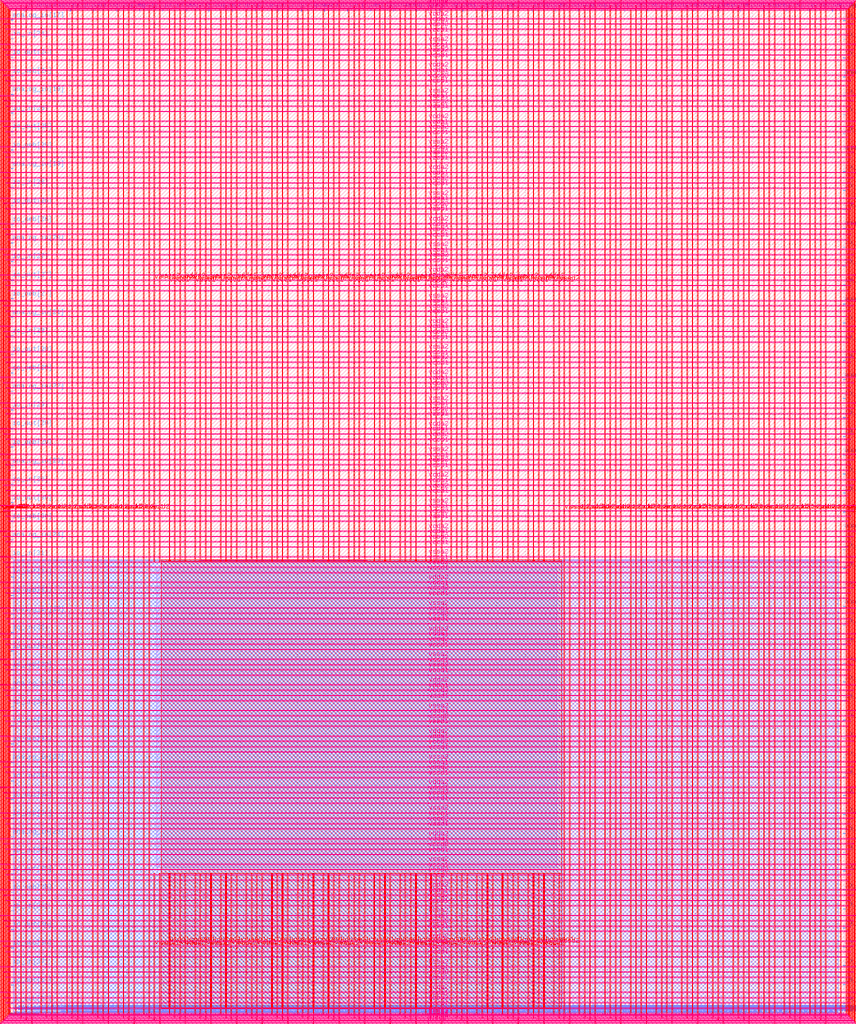
<source format=lef>
VERSION 5.7 ;
  NOWIREEXTENSIONATPIN ON ;
  DIVIDERCHAR "/" ;
  BUSBITCHARS "[]" ;
MACRO user_project_wrapper
  CLASS BLOCK ;
  FOREIGN user_project_wrapper ;
  ORIGIN 0.000 0.000 ;
  SIZE 2920.000 BY 3520.000 ;
  PIN analog_io[0]
    DIRECTION INOUT ;
    USE SIGNAL ;
    PORT
      LAYER met3 ;
        RECT 2917.600 1426.380 2924.800 1427.580 ;
    END
  END analog_io[0]
  PIN analog_io[10]
    DIRECTION INOUT ;
    USE SIGNAL ;
    PORT
      LAYER met2 ;
        RECT 2230.490 3517.600 2231.050 3524.800 ;
    END
  END analog_io[10]
  PIN analog_io[11]
    DIRECTION INOUT ;
    USE SIGNAL ;
    PORT
      LAYER met2 ;
        RECT 1905.730 3517.600 1906.290 3524.800 ;
    END
  END analog_io[11]
  PIN analog_io[12]
    DIRECTION INOUT ;
    USE SIGNAL ;
    PORT
      LAYER met2 ;
        RECT 1581.430 3517.600 1581.990 3524.800 ;
    END
  END analog_io[12]
  PIN analog_io[13]
    DIRECTION INOUT ;
    USE SIGNAL ;
    PORT
      LAYER met2 ;
        RECT 1257.130 3517.600 1257.690 3524.800 ;
    END
  END analog_io[13]
  PIN analog_io[14]
    DIRECTION INOUT ;
    USE SIGNAL ;
    PORT
      LAYER met2 ;
        RECT 932.370 3517.600 932.930 3524.800 ;
    END
  END analog_io[14]
  PIN analog_io[15]
    DIRECTION INOUT ;
    USE SIGNAL ;
    PORT
      LAYER met2 ;
        RECT 608.070 3517.600 608.630 3524.800 ;
    END
  END analog_io[15]
  PIN analog_io[16]
    DIRECTION INOUT ;
    USE SIGNAL ;
    PORT
      LAYER met2 ;
        RECT 283.770 3517.600 284.330 3524.800 ;
    END
  END analog_io[16]
  PIN analog_io[17]
    DIRECTION INOUT ;
    USE SIGNAL ;
    PORT
      LAYER met3 ;
        RECT -4.800 3486.100 2.400 3487.300 ;
    END
  END analog_io[17]
  PIN analog_io[18]
    DIRECTION INOUT ;
    USE SIGNAL ;
    PORT
      LAYER met3 ;
        RECT -4.800 3224.980 2.400 3226.180 ;
    END
  END analog_io[18]
  PIN analog_io[19]
    DIRECTION INOUT ;
    USE SIGNAL ;
    PORT
      LAYER met3 ;
        RECT -4.800 2964.540 2.400 2965.740 ;
    END
  END analog_io[19]
  PIN analog_io[1]
    DIRECTION INOUT ;
    USE SIGNAL ;
    PORT
      LAYER met3 ;
        RECT 2917.600 1692.260 2924.800 1693.460 ;
    END
  END analog_io[1]
  PIN analog_io[20]
    DIRECTION INOUT ;
    USE SIGNAL ;
    PORT
      LAYER met3 ;
        RECT -4.800 2703.420 2.400 2704.620 ;
    END
  END analog_io[20]
  PIN analog_io[21]
    DIRECTION INOUT ;
    USE SIGNAL ;
    PORT
      LAYER met3 ;
        RECT -4.800 2442.980 2.400 2444.180 ;
    END
  END analog_io[21]
  PIN analog_io[22]
    DIRECTION INOUT ;
    USE SIGNAL ;
    PORT
      LAYER met3 ;
        RECT -4.800 2182.540 2.400 2183.740 ;
    END
  END analog_io[22]
  PIN analog_io[23]
    DIRECTION INOUT ;
    USE SIGNAL ;
    PORT
      LAYER met3 ;
        RECT -4.800 1921.420 2.400 1922.620 ;
    END
  END analog_io[23]
  PIN analog_io[24]
    DIRECTION INOUT ;
    USE SIGNAL ;
    PORT
      LAYER met3 ;
        RECT -4.800 1660.980 2.400 1662.180 ;
    END
  END analog_io[24]
  PIN analog_io[25]
    DIRECTION INOUT ;
    USE SIGNAL ;
    PORT
      LAYER met3 ;
        RECT -4.800 1399.860 2.400 1401.060 ;
    END
  END analog_io[25]
  PIN analog_io[26]
    DIRECTION INOUT ;
    USE SIGNAL ;
    PORT
      LAYER met3 ;
        RECT -4.800 1139.420 2.400 1140.620 ;
    END
  END analog_io[26]
  PIN analog_io[27]
    DIRECTION INOUT ;
    USE SIGNAL ;
    PORT
      LAYER met3 ;
        RECT -4.800 878.980 2.400 880.180 ;
    END
  END analog_io[27]
  PIN analog_io[28]
    DIRECTION INOUT ;
    USE SIGNAL ;
    PORT
      LAYER met3 ;
        RECT -4.800 617.860 2.400 619.060 ;
    END
  END analog_io[28]
  PIN analog_io[2]
    DIRECTION INOUT ;
    USE SIGNAL ;
    PORT
      LAYER met3 ;
        RECT 2917.600 1958.140 2924.800 1959.340 ;
    END
  END analog_io[2]
  PIN analog_io[3]
    DIRECTION INOUT ;
    USE SIGNAL ;
    PORT
      LAYER met3 ;
        RECT 2917.600 2223.340 2924.800 2224.540 ;
    END
  END analog_io[3]
  PIN analog_io[4]
    DIRECTION INOUT ;
    USE SIGNAL ;
    PORT
      LAYER met3 ;
        RECT 2917.600 2489.220 2924.800 2490.420 ;
    END
  END analog_io[4]
  PIN analog_io[5]
    DIRECTION INOUT ;
    USE SIGNAL ;
    PORT
      LAYER met3 ;
        RECT 2917.600 2755.100 2924.800 2756.300 ;
    END
  END analog_io[5]
  PIN analog_io[6]
    DIRECTION INOUT ;
    USE SIGNAL ;
    PORT
      LAYER met3 ;
        RECT 2917.600 3020.300 2924.800 3021.500 ;
    END
  END analog_io[6]
  PIN analog_io[7]
    DIRECTION INOUT ;
    USE SIGNAL ;
    PORT
      LAYER met3 ;
        RECT 2917.600 3286.180 2924.800 3287.380 ;
    END
  END analog_io[7]
  PIN analog_io[8]
    DIRECTION INOUT ;
    USE SIGNAL ;
    PORT
      LAYER met2 ;
        RECT 2879.090 3517.600 2879.650 3524.800 ;
    END
  END analog_io[8]
  PIN analog_io[9]
    DIRECTION INOUT ;
    USE SIGNAL ;
    PORT
      LAYER met2 ;
        RECT 2554.790 3517.600 2555.350 3524.800 ;
    END
  END analog_io[9]
  PIN io_in[0]
    DIRECTION INPUT ;
    USE SIGNAL ;
    PORT
      LAYER met3 ;
        RECT 2917.600 32.380 2924.800 33.580 ;
    END
  END io_in[0]
  PIN io_in[10]
    DIRECTION INPUT ;
    USE SIGNAL ;
    PORT
      LAYER met3 ;
        RECT 2917.600 2289.980 2924.800 2291.180 ;
    END
  END io_in[10]
  PIN io_in[11]
    DIRECTION INPUT ;
    USE SIGNAL ;
    PORT
      LAYER met3 ;
        RECT 2917.600 2555.860 2924.800 2557.060 ;
    END
  END io_in[11]
  PIN io_in[12]
    DIRECTION INPUT ;
    USE SIGNAL ;
    PORT
      LAYER met3 ;
        RECT 2917.600 2821.060 2924.800 2822.260 ;
    END
  END io_in[12]
  PIN io_in[13]
    DIRECTION INPUT ;
    USE SIGNAL ;
    PORT
      LAYER met3 ;
        RECT 2917.600 3086.940 2924.800 3088.140 ;
    END
  END io_in[13]
  PIN io_in[14]
    DIRECTION INPUT ;
    USE SIGNAL ;
    PORT
      LAYER met3 ;
        RECT 2917.600 3352.820 2924.800 3354.020 ;
    END
  END io_in[14]
  PIN io_in[15]
    DIRECTION INPUT ;
    USE SIGNAL ;
    PORT
      LAYER met2 ;
        RECT 2798.130 3517.600 2798.690 3524.800 ;
    END
  END io_in[15]
  PIN io_in[16]
    DIRECTION INPUT ;
    USE SIGNAL ;
    PORT
      LAYER met2 ;
        RECT 2473.830 3517.600 2474.390 3524.800 ;
    END
  END io_in[16]
  PIN io_in[17]
    DIRECTION INPUT ;
    USE SIGNAL ;
    PORT
      LAYER met2 ;
        RECT 2149.070 3517.600 2149.630 3524.800 ;
    END
  END io_in[17]
  PIN io_in[18]
    DIRECTION INPUT ;
    USE SIGNAL ;
    PORT
      LAYER met2 ;
        RECT 1824.770 3517.600 1825.330 3524.800 ;
    END
  END io_in[18]
  PIN io_in[19]
    DIRECTION INPUT ;
    USE SIGNAL ;
    PORT
      LAYER met2 ;
        RECT 1500.470 3517.600 1501.030 3524.800 ;
    END
  END io_in[19]
  PIN io_in[1]
    DIRECTION INPUT ;
    USE SIGNAL ;
    PORT
      LAYER met3 ;
        RECT 2917.600 230.940 2924.800 232.140 ;
    END
  END io_in[1]
  PIN io_in[20]
    DIRECTION INPUT ;
    USE SIGNAL ;
    PORT
      LAYER met2 ;
        RECT 1175.710 3517.600 1176.270 3524.800 ;
    END
  END io_in[20]
  PIN io_in[21]
    DIRECTION INPUT ;
    USE SIGNAL ;
    PORT
      LAYER met2 ;
        RECT 851.410 3517.600 851.970 3524.800 ;
    END
  END io_in[21]
  PIN io_in[22]
    DIRECTION INPUT ;
    USE SIGNAL ;
    PORT
      LAYER met2 ;
        RECT 527.110 3517.600 527.670 3524.800 ;
    END
  END io_in[22]
  PIN io_in[23]
    DIRECTION INPUT ;
    USE SIGNAL ;
    PORT
      LAYER met2 ;
        RECT 202.350 3517.600 202.910 3524.800 ;
    END
  END io_in[23]
  PIN io_in[24]
    DIRECTION INPUT ;
    USE SIGNAL ;
    PORT
      LAYER met3 ;
        RECT -4.800 3420.820 2.400 3422.020 ;
    END
  END io_in[24]
  PIN io_in[25]
    DIRECTION INPUT ;
    USE SIGNAL ;
    PORT
      LAYER met3 ;
        RECT -4.800 3159.700 2.400 3160.900 ;
    END
  END io_in[25]
  PIN io_in[26]
    DIRECTION INPUT ;
    USE SIGNAL ;
    PORT
      LAYER met3 ;
        RECT -4.800 2899.260 2.400 2900.460 ;
    END
  END io_in[26]
  PIN io_in[27]
    DIRECTION INPUT ;
    USE SIGNAL ;
    PORT
      LAYER met3 ;
        RECT -4.800 2638.820 2.400 2640.020 ;
    END
  END io_in[27]
  PIN io_in[28]
    DIRECTION INPUT ;
    USE SIGNAL ;
    PORT
      LAYER met3 ;
        RECT -4.800 2377.700 2.400 2378.900 ;
    END
  END io_in[28]
  PIN io_in[29]
    DIRECTION INPUT ;
    USE SIGNAL ;
    PORT
      LAYER met3 ;
        RECT -4.800 2117.260 2.400 2118.460 ;
    END
  END io_in[29]
  PIN io_in[2]
    DIRECTION INPUT ;
    USE SIGNAL ;
    PORT
      LAYER met3 ;
        RECT 2917.600 430.180 2924.800 431.380 ;
    END
  END io_in[2]
  PIN io_in[30]
    DIRECTION INPUT ;
    USE SIGNAL ;
    PORT
      LAYER met3 ;
        RECT -4.800 1856.140 2.400 1857.340 ;
    END
  END io_in[30]
  PIN io_in[31]
    DIRECTION INPUT ;
    USE SIGNAL ;
    PORT
      LAYER met3 ;
        RECT -4.800 1595.700 2.400 1596.900 ;
    END
  END io_in[31]
  PIN io_in[32]
    DIRECTION INPUT ;
    USE SIGNAL ;
    PORT
      LAYER met3 ;
        RECT -4.800 1335.260 2.400 1336.460 ;
    END
  END io_in[32]
  PIN io_in[33]
    DIRECTION INPUT ;
    USE SIGNAL ;
    PORT
      LAYER met3 ;
        RECT -4.800 1074.140 2.400 1075.340 ;
    END
  END io_in[33]
  PIN io_in[34]
    DIRECTION INPUT ;
    USE SIGNAL ;
    PORT
      LAYER met3 ;
        RECT -4.800 813.700 2.400 814.900 ;
    END
  END io_in[34]
  PIN io_in[35]
    DIRECTION INPUT ;
    USE SIGNAL ;
    PORT
      LAYER met3 ;
        RECT -4.800 552.580 2.400 553.780 ;
    END
  END io_in[35]
  PIN io_in[36]
    DIRECTION INPUT ;
    USE SIGNAL ;
    PORT
      LAYER met3 ;
        RECT -4.800 357.420 2.400 358.620 ;
    END
  END io_in[36]
  PIN io_in[37]
    DIRECTION INPUT ;
    USE SIGNAL ;
    PORT
      LAYER met3 ;
        RECT -4.800 161.580 2.400 162.780 ;
    END
  END io_in[37]
  PIN io_in[3]
    DIRECTION INPUT ;
    USE SIGNAL ;
    PORT
      LAYER met3 ;
        RECT 2917.600 629.420 2924.800 630.620 ;
    END
  END io_in[3]
  PIN io_in[4]
    DIRECTION INPUT ;
    USE SIGNAL ;
    PORT
      LAYER met3 ;
        RECT 2917.600 828.660 2924.800 829.860 ;
    END
  END io_in[4]
  PIN io_in[5]
    DIRECTION INPUT ;
    USE SIGNAL ;
    PORT
      LAYER met3 ;
        RECT 2917.600 1027.900 2924.800 1029.100 ;
    END
  END io_in[5]
  PIN io_in[6]
    DIRECTION INPUT ;
    USE SIGNAL ;
    PORT
      LAYER met3 ;
        RECT 2917.600 1227.140 2924.800 1228.340 ;
    END
  END io_in[6]
  PIN io_in[7]
    DIRECTION INPUT ;
    USE SIGNAL ;
    PORT
      LAYER met3 ;
        RECT 2917.600 1493.020 2924.800 1494.220 ;
    END
  END io_in[7]
  PIN io_in[8]
    DIRECTION INPUT ;
    USE SIGNAL ;
    PORT
      LAYER met3 ;
        RECT 2917.600 1758.900 2924.800 1760.100 ;
    END
  END io_in[8]
  PIN io_in[9]
    DIRECTION INPUT ;
    USE SIGNAL ;
    PORT
      LAYER met3 ;
        RECT 2917.600 2024.100 2924.800 2025.300 ;
    END
  END io_in[9]
  PIN io_oeb[0]
    DIRECTION OUTPUT TRISTATE ;
    USE SIGNAL ;
    PORT
      LAYER met3 ;
        RECT 2917.600 164.980 2924.800 166.180 ;
    END
  END io_oeb[0]
  PIN io_oeb[10]
    DIRECTION OUTPUT TRISTATE ;
    USE SIGNAL ;
    PORT
      LAYER met3 ;
        RECT 2917.600 2422.580 2924.800 2423.780 ;
    END
  END io_oeb[10]
  PIN io_oeb[11]
    DIRECTION OUTPUT TRISTATE ;
    USE SIGNAL ;
    PORT
      LAYER met3 ;
        RECT 2917.600 2688.460 2924.800 2689.660 ;
    END
  END io_oeb[11]
  PIN io_oeb[12]
    DIRECTION OUTPUT TRISTATE ;
    USE SIGNAL ;
    PORT
      LAYER met3 ;
        RECT 2917.600 2954.340 2924.800 2955.540 ;
    END
  END io_oeb[12]
  PIN io_oeb[13]
    DIRECTION OUTPUT TRISTATE ;
    USE SIGNAL ;
    PORT
      LAYER met3 ;
        RECT 2917.600 3219.540 2924.800 3220.740 ;
    END
  END io_oeb[13]
  PIN io_oeb[14]
    DIRECTION OUTPUT TRISTATE ;
    USE SIGNAL ;
    PORT
      LAYER met3 ;
        RECT 2917.600 3485.420 2924.800 3486.620 ;
    END
  END io_oeb[14]
  PIN io_oeb[15]
    DIRECTION OUTPUT TRISTATE ;
    USE SIGNAL ;
    PORT
      LAYER met2 ;
        RECT 2635.750 3517.600 2636.310 3524.800 ;
    END
  END io_oeb[15]
  PIN io_oeb[16]
    DIRECTION OUTPUT TRISTATE ;
    USE SIGNAL ;
    PORT
      LAYER met2 ;
        RECT 2311.450 3517.600 2312.010 3524.800 ;
    END
  END io_oeb[16]
  PIN io_oeb[17]
    DIRECTION OUTPUT TRISTATE ;
    USE SIGNAL ;
    PORT
      LAYER met2 ;
        RECT 1987.150 3517.600 1987.710 3524.800 ;
    END
  END io_oeb[17]
  PIN io_oeb[18]
    DIRECTION OUTPUT TRISTATE ;
    USE SIGNAL ;
    PORT
      LAYER met2 ;
        RECT 1662.390 3517.600 1662.950 3524.800 ;
    END
  END io_oeb[18]
  PIN io_oeb[19]
    DIRECTION OUTPUT TRISTATE ;
    USE SIGNAL ;
    PORT
      LAYER met2 ;
        RECT 1338.090 3517.600 1338.650 3524.800 ;
    END
  END io_oeb[19]
  PIN io_oeb[1]
    DIRECTION OUTPUT TRISTATE ;
    USE SIGNAL ;
    PORT
      LAYER met3 ;
        RECT 2917.600 364.220 2924.800 365.420 ;
    END
  END io_oeb[1]
  PIN io_oeb[20]
    DIRECTION OUTPUT TRISTATE ;
    USE SIGNAL ;
    PORT
      LAYER met2 ;
        RECT 1013.790 3517.600 1014.350 3524.800 ;
    END
  END io_oeb[20]
  PIN io_oeb[21]
    DIRECTION OUTPUT TRISTATE ;
    USE SIGNAL ;
    PORT
      LAYER met2 ;
        RECT 689.030 3517.600 689.590 3524.800 ;
    END
  END io_oeb[21]
  PIN io_oeb[22]
    DIRECTION OUTPUT TRISTATE ;
    USE SIGNAL ;
    PORT
      LAYER met2 ;
        RECT 364.730 3517.600 365.290 3524.800 ;
    END
  END io_oeb[22]
  PIN io_oeb[23]
    DIRECTION OUTPUT TRISTATE ;
    USE SIGNAL ;
    PORT
      LAYER met2 ;
        RECT 40.430 3517.600 40.990 3524.800 ;
    END
  END io_oeb[23]
  PIN io_oeb[24]
    DIRECTION OUTPUT TRISTATE ;
    USE SIGNAL ;
    PORT
      LAYER met3 ;
        RECT -4.800 3290.260 2.400 3291.460 ;
    END
  END io_oeb[24]
  PIN io_oeb[25]
    DIRECTION OUTPUT TRISTATE ;
    USE SIGNAL ;
    PORT
      LAYER met3 ;
        RECT -4.800 3029.820 2.400 3031.020 ;
    END
  END io_oeb[25]
  PIN io_oeb[26]
    DIRECTION OUTPUT TRISTATE ;
    USE SIGNAL ;
    PORT
      LAYER met3 ;
        RECT -4.800 2768.700 2.400 2769.900 ;
    END
  END io_oeb[26]
  PIN io_oeb[27]
    DIRECTION OUTPUT TRISTATE ;
    USE SIGNAL ;
    PORT
      LAYER met3 ;
        RECT -4.800 2508.260 2.400 2509.460 ;
    END
  END io_oeb[27]
  PIN io_oeb[28]
    DIRECTION OUTPUT TRISTATE ;
    USE SIGNAL ;
    PORT
      LAYER met3 ;
        RECT -4.800 2247.140 2.400 2248.340 ;
    END
  END io_oeb[28]
  PIN io_oeb[29]
    DIRECTION OUTPUT TRISTATE ;
    USE SIGNAL ;
    PORT
      LAYER met3 ;
        RECT -4.800 1986.700 2.400 1987.900 ;
    END
  END io_oeb[29]
  PIN io_oeb[2]
    DIRECTION OUTPUT TRISTATE ;
    USE SIGNAL ;
    PORT
      LAYER met3 ;
        RECT 2917.600 563.460 2924.800 564.660 ;
    END
  END io_oeb[2]
  PIN io_oeb[30]
    DIRECTION OUTPUT TRISTATE ;
    USE SIGNAL ;
    PORT
      LAYER met3 ;
        RECT -4.800 1726.260 2.400 1727.460 ;
    END
  END io_oeb[30]
  PIN io_oeb[31]
    DIRECTION OUTPUT TRISTATE ;
    USE SIGNAL ;
    PORT
      LAYER met3 ;
        RECT -4.800 1465.140 2.400 1466.340 ;
    END
  END io_oeb[31]
  PIN io_oeb[32]
    DIRECTION OUTPUT TRISTATE ;
    USE SIGNAL ;
    PORT
      LAYER met3 ;
        RECT -4.800 1204.700 2.400 1205.900 ;
    END
  END io_oeb[32]
  PIN io_oeb[33]
    DIRECTION OUTPUT TRISTATE ;
    USE SIGNAL ;
    PORT
      LAYER met3 ;
        RECT -4.800 943.580 2.400 944.780 ;
    END
  END io_oeb[33]
  PIN io_oeb[34]
    DIRECTION OUTPUT TRISTATE ;
    USE SIGNAL ;
    PORT
      LAYER met3 ;
        RECT -4.800 683.140 2.400 684.340 ;
    END
  END io_oeb[34]
  PIN io_oeb[35]
    DIRECTION OUTPUT TRISTATE ;
    USE SIGNAL ;
    PORT
      LAYER met3 ;
        RECT -4.800 422.700 2.400 423.900 ;
    END
  END io_oeb[35]
  PIN io_oeb[36]
    DIRECTION OUTPUT TRISTATE ;
    USE SIGNAL ;
    PORT
      LAYER met3 ;
        RECT -4.800 226.860 2.400 228.060 ;
    END
  END io_oeb[36]
  PIN io_oeb[37]
    DIRECTION OUTPUT TRISTATE ;
    USE SIGNAL ;
    PORT
      LAYER met3 ;
        RECT -4.800 31.700 2.400 32.900 ;
    END
  END io_oeb[37]
  PIN io_oeb[3]
    DIRECTION OUTPUT TRISTATE ;
    USE SIGNAL ;
    PORT
      LAYER met3 ;
        RECT 2917.600 762.700 2924.800 763.900 ;
    END
  END io_oeb[3]
  PIN io_oeb[4]
    DIRECTION OUTPUT TRISTATE ;
    USE SIGNAL ;
    PORT
      LAYER met3 ;
        RECT 2917.600 961.940 2924.800 963.140 ;
    END
  END io_oeb[4]
  PIN io_oeb[5]
    DIRECTION OUTPUT TRISTATE ;
    USE SIGNAL ;
    PORT
      LAYER met3 ;
        RECT 2917.600 1161.180 2924.800 1162.380 ;
    END
  END io_oeb[5]
  PIN io_oeb[6]
    DIRECTION OUTPUT TRISTATE ;
    USE SIGNAL ;
    PORT
      LAYER met3 ;
        RECT 2917.600 1360.420 2924.800 1361.620 ;
    END
  END io_oeb[6]
  PIN io_oeb[7]
    DIRECTION OUTPUT TRISTATE ;
    USE SIGNAL ;
    PORT
      LAYER met3 ;
        RECT 2917.600 1625.620 2924.800 1626.820 ;
    END
  END io_oeb[7]
  PIN io_oeb[8]
    DIRECTION OUTPUT TRISTATE ;
    USE SIGNAL ;
    PORT
      LAYER met3 ;
        RECT 2917.600 1891.500 2924.800 1892.700 ;
    END
  END io_oeb[8]
  PIN io_oeb[9]
    DIRECTION OUTPUT TRISTATE ;
    USE SIGNAL ;
    PORT
      LAYER met3 ;
        RECT 2917.600 2157.380 2924.800 2158.580 ;
    END
  END io_oeb[9]
  PIN io_out[0]
    DIRECTION OUTPUT TRISTATE ;
    USE SIGNAL ;
    PORT
      LAYER met3 ;
        RECT 2917.600 98.340 2924.800 99.540 ;
    END
  END io_out[0]
  PIN io_out[10]
    DIRECTION OUTPUT TRISTATE ;
    USE SIGNAL ;
    PORT
      LAYER met3 ;
        RECT 2917.600 2356.620 2924.800 2357.820 ;
    END
  END io_out[10]
  PIN io_out[11]
    DIRECTION OUTPUT TRISTATE ;
    USE SIGNAL ;
    PORT
      LAYER met3 ;
        RECT 2917.600 2621.820 2924.800 2623.020 ;
    END
  END io_out[11]
  PIN io_out[12]
    DIRECTION OUTPUT TRISTATE ;
    USE SIGNAL ;
    PORT
      LAYER met3 ;
        RECT 2917.600 2887.700 2924.800 2888.900 ;
    END
  END io_out[12]
  PIN io_out[13]
    DIRECTION OUTPUT TRISTATE ;
    USE SIGNAL ;
    PORT
      LAYER met3 ;
        RECT 2917.600 3153.580 2924.800 3154.780 ;
    END
  END io_out[13]
  PIN io_out[14]
    DIRECTION OUTPUT TRISTATE ;
    USE SIGNAL ;
    PORT
      LAYER met3 ;
        RECT 2917.600 3418.780 2924.800 3419.980 ;
    END
  END io_out[14]
  PIN io_out[15]
    DIRECTION OUTPUT TRISTATE ;
    USE SIGNAL ;
    PORT
      LAYER met2 ;
        RECT 2717.170 3517.600 2717.730 3524.800 ;
    END
  END io_out[15]
  PIN io_out[16]
    DIRECTION OUTPUT TRISTATE ;
    USE SIGNAL ;
    PORT
      LAYER met2 ;
        RECT 2392.410 3517.600 2392.970 3524.800 ;
    END
  END io_out[16]
  PIN io_out[17]
    DIRECTION OUTPUT TRISTATE ;
    USE SIGNAL ;
    PORT
      LAYER met2 ;
        RECT 2068.110 3517.600 2068.670 3524.800 ;
    END
  END io_out[17]
  PIN io_out[18]
    DIRECTION OUTPUT TRISTATE ;
    USE SIGNAL ;
    PORT
      LAYER met2 ;
        RECT 1743.810 3517.600 1744.370 3524.800 ;
    END
  END io_out[18]
  PIN io_out[19]
    DIRECTION OUTPUT TRISTATE ;
    USE SIGNAL ;
    PORT
      LAYER met2 ;
        RECT 1419.050 3517.600 1419.610 3524.800 ;
    END
  END io_out[19]
  PIN io_out[1]
    DIRECTION OUTPUT TRISTATE ;
    USE SIGNAL ;
    PORT
      LAYER met3 ;
        RECT 2917.600 297.580 2924.800 298.780 ;
    END
  END io_out[1]
  PIN io_out[20]
    DIRECTION OUTPUT TRISTATE ;
    USE SIGNAL ;
    PORT
      LAYER met2 ;
        RECT 1094.750 3517.600 1095.310 3524.800 ;
    END
  END io_out[20]
  PIN io_out[21]
    DIRECTION OUTPUT TRISTATE ;
    USE SIGNAL ;
    PORT
      LAYER met2 ;
        RECT 770.450 3517.600 771.010 3524.800 ;
    END
  END io_out[21]
  PIN io_out[22]
    DIRECTION OUTPUT TRISTATE ;
    USE SIGNAL ;
    PORT
      LAYER met2 ;
        RECT 445.690 3517.600 446.250 3524.800 ;
    END
  END io_out[22]
  PIN io_out[23]
    DIRECTION OUTPUT TRISTATE ;
    USE SIGNAL ;
    PORT
      LAYER met2 ;
        RECT 121.390 3517.600 121.950 3524.800 ;
    END
  END io_out[23]
  PIN io_out[24]
    DIRECTION OUTPUT TRISTATE ;
    USE SIGNAL ;
    PORT
      LAYER met3 ;
        RECT -4.800 3355.540 2.400 3356.740 ;
    END
  END io_out[24]
  PIN io_out[25]
    DIRECTION OUTPUT TRISTATE ;
    USE SIGNAL ;
    PORT
      LAYER met3 ;
        RECT -4.800 3095.100 2.400 3096.300 ;
    END
  END io_out[25]
  PIN io_out[26]
    DIRECTION OUTPUT TRISTATE ;
    USE SIGNAL ;
    PORT
      LAYER met3 ;
        RECT -4.800 2833.980 2.400 2835.180 ;
    END
  END io_out[26]
  PIN io_out[27]
    DIRECTION OUTPUT TRISTATE ;
    USE SIGNAL ;
    PORT
      LAYER met3 ;
        RECT -4.800 2573.540 2.400 2574.740 ;
    END
  END io_out[27]
  PIN io_out[28]
    DIRECTION OUTPUT TRISTATE ;
    USE SIGNAL ;
    PORT
      LAYER met3 ;
        RECT -4.800 2312.420 2.400 2313.620 ;
    END
  END io_out[28]
  PIN io_out[29]
    DIRECTION OUTPUT TRISTATE ;
    USE SIGNAL ;
    PORT
      LAYER met3 ;
        RECT -4.800 2051.980 2.400 2053.180 ;
    END
  END io_out[29]
  PIN io_out[2]
    DIRECTION OUTPUT TRISTATE ;
    USE SIGNAL ;
    PORT
      LAYER met3 ;
        RECT 2917.600 496.820 2924.800 498.020 ;
    END
  END io_out[2]
  PIN io_out[30]
    DIRECTION OUTPUT TRISTATE ;
    USE SIGNAL ;
    PORT
      LAYER met3 ;
        RECT -4.800 1791.540 2.400 1792.740 ;
    END
  END io_out[30]
  PIN io_out[31]
    DIRECTION OUTPUT TRISTATE ;
    USE SIGNAL ;
    PORT
      LAYER met3 ;
        RECT -4.800 1530.420 2.400 1531.620 ;
    END
  END io_out[31]
  PIN io_out[32]
    DIRECTION OUTPUT TRISTATE ;
    USE SIGNAL ;
    PORT
      LAYER met3 ;
        RECT -4.800 1269.980 2.400 1271.180 ;
    END
  END io_out[32]
  PIN io_out[33]
    DIRECTION OUTPUT TRISTATE ;
    USE SIGNAL ;
    PORT
      LAYER met3 ;
        RECT -4.800 1008.860 2.400 1010.060 ;
    END
  END io_out[33]
  PIN io_out[34]
    DIRECTION OUTPUT TRISTATE ;
    USE SIGNAL ;
    PORT
      LAYER met3 ;
        RECT -4.800 748.420 2.400 749.620 ;
    END
  END io_out[34]
  PIN io_out[35]
    DIRECTION OUTPUT TRISTATE ;
    USE SIGNAL ;
    PORT
      LAYER met3 ;
        RECT -4.800 487.300 2.400 488.500 ;
    END
  END io_out[35]
  PIN io_out[36]
    DIRECTION OUTPUT TRISTATE ;
    USE SIGNAL ;
    PORT
      LAYER met3 ;
        RECT -4.800 292.140 2.400 293.340 ;
    END
  END io_out[36]
  PIN io_out[37]
    DIRECTION OUTPUT TRISTATE ;
    USE SIGNAL ;
    PORT
      LAYER met3 ;
        RECT -4.800 96.300 2.400 97.500 ;
    END
  END io_out[37]
  PIN io_out[3]
    DIRECTION OUTPUT TRISTATE ;
    USE SIGNAL ;
    PORT
      LAYER met3 ;
        RECT 2917.600 696.060 2924.800 697.260 ;
    END
  END io_out[3]
  PIN io_out[4]
    DIRECTION OUTPUT TRISTATE ;
    USE SIGNAL ;
    PORT
      LAYER met3 ;
        RECT 2917.600 895.300 2924.800 896.500 ;
    END
  END io_out[4]
  PIN io_out[5]
    DIRECTION OUTPUT TRISTATE ;
    USE SIGNAL ;
    PORT
      LAYER met3 ;
        RECT 2917.600 1094.540 2924.800 1095.740 ;
    END
  END io_out[5]
  PIN io_out[6]
    DIRECTION OUTPUT TRISTATE ;
    USE SIGNAL ;
    PORT
      LAYER met3 ;
        RECT 2917.600 1293.780 2924.800 1294.980 ;
    END
  END io_out[6]
  PIN io_out[7]
    DIRECTION OUTPUT TRISTATE ;
    USE SIGNAL ;
    PORT
      LAYER met3 ;
        RECT 2917.600 1559.660 2924.800 1560.860 ;
    END
  END io_out[7]
  PIN io_out[8]
    DIRECTION OUTPUT TRISTATE ;
    USE SIGNAL ;
    PORT
      LAYER met3 ;
        RECT 2917.600 1824.860 2924.800 1826.060 ;
    END
  END io_out[8]
  PIN io_out[9]
    DIRECTION OUTPUT TRISTATE ;
    USE SIGNAL ;
    PORT
      LAYER met3 ;
        RECT 2917.600 2090.740 2924.800 2091.940 ;
    END
  END io_out[9]
  PIN la_data_in[0]
    DIRECTION INPUT ;
    USE SIGNAL ;
    PORT
      LAYER met2 ;
        RECT 629.230 -4.800 629.790 2.400 ;
    END
  END la_data_in[0]
  PIN la_data_in[100]
    DIRECTION INPUT ;
    USE SIGNAL ;
    PORT
      LAYER met2 ;
        RECT 2402.530 -4.800 2403.090 2.400 ;
    END
  END la_data_in[100]
  PIN la_data_in[101]
    DIRECTION INPUT ;
    USE SIGNAL ;
    PORT
      LAYER met2 ;
        RECT 2420.010 -4.800 2420.570 2.400 ;
    END
  END la_data_in[101]
  PIN la_data_in[102]
    DIRECTION INPUT ;
    USE SIGNAL ;
    PORT
      LAYER met2 ;
        RECT 2437.950 -4.800 2438.510 2.400 ;
    END
  END la_data_in[102]
  PIN la_data_in[103]
    DIRECTION INPUT ;
    USE SIGNAL ;
    PORT
      LAYER met2 ;
        RECT 2455.430 -4.800 2455.990 2.400 ;
    END
  END la_data_in[103]
  PIN la_data_in[104]
    DIRECTION INPUT ;
    USE SIGNAL ;
    PORT
      LAYER met2 ;
        RECT 2473.370 -4.800 2473.930 2.400 ;
    END
  END la_data_in[104]
  PIN la_data_in[105]
    DIRECTION INPUT ;
    USE SIGNAL ;
    PORT
      LAYER met2 ;
        RECT 2490.850 -4.800 2491.410 2.400 ;
    END
  END la_data_in[105]
  PIN la_data_in[106]
    DIRECTION INPUT ;
    USE SIGNAL ;
    PORT
      LAYER met2 ;
        RECT 2508.790 -4.800 2509.350 2.400 ;
    END
  END la_data_in[106]
  PIN la_data_in[107]
    DIRECTION INPUT ;
    USE SIGNAL ;
    PORT
      LAYER met2 ;
        RECT 2526.730 -4.800 2527.290 2.400 ;
    END
  END la_data_in[107]
  PIN la_data_in[108]
    DIRECTION INPUT ;
    USE SIGNAL ;
    PORT
      LAYER met2 ;
        RECT 2544.210 -4.800 2544.770 2.400 ;
    END
  END la_data_in[108]
  PIN la_data_in[109]
    DIRECTION INPUT ;
    USE SIGNAL ;
    PORT
      LAYER met2 ;
        RECT 2562.150 -4.800 2562.710 2.400 ;
    END
  END la_data_in[109]
  PIN la_data_in[10]
    DIRECTION INPUT ;
    USE SIGNAL ;
    PORT
      LAYER met2 ;
        RECT 806.330 -4.800 806.890 2.400 ;
    END
  END la_data_in[10]
  PIN la_data_in[110]
    DIRECTION INPUT ;
    USE SIGNAL ;
    PORT
      LAYER met2 ;
        RECT 2579.630 -4.800 2580.190 2.400 ;
    END
  END la_data_in[110]
  PIN la_data_in[111]
    DIRECTION INPUT ;
    USE SIGNAL ;
    PORT
      LAYER met2 ;
        RECT 2597.570 -4.800 2598.130 2.400 ;
    END
  END la_data_in[111]
  PIN la_data_in[112]
    DIRECTION INPUT ;
    USE SIGNAL ;
    PORT
      LAYER met2 ;
        RECT 2615.050 -4.800 2615.610 2.400 ;
    END
  END la_data_in[112]
  PIN la_data_in[113]
    DIRECTION INPUT ;
    USE SIGNAL ;
    PORT
      LAYER met2 ;
        RECT 2632.990 -4.800 2633.550 2.400 ;
    END
  END la_data_in[113]
  PIN la_data_in[114]
    DIRECTION INPUT ;
    USE SIGNAL ;
    PORT
      LAYER met2 ;
        RECT 2650.470 -4.800 2651.030 2.400 ;
    END
  END la_data_in[114]
  PIN la_data_in[115]
    DIRECTION INPUT ;
    USE SIGNAL ;
    PORT
      LAYER met2 ;
        RECT 2668.410 -4.800 2668.970 2.400 ;
    END
  END la_data_in[115]
  PIN la_data_in[116]
    DIRECTION INPUT ;
    USE SIGNAL ;
    PORT
      LAYER met2 ;
        RECT 2685.890 -4.800 2686.450 2.400 ;
    END
  END la_data_in[116]
  PIN la_data_in[117]
    DIRECTION INPUT ;
    USE SIGNAL ;
    PORT
      LAYER met2 ;
        RECT 2703.830 -4.800 2704.390 2.400 ;
    END
  END la_data_in[117]
  PIN la_data_in[118]
    DIRECTION INPUT ;
    USE SIGNAL ;
    PORT
      LAYER met2 ;
        RECT 2721.770 -4.800 2722.330 2.400 ;
    END
  END la_data_in[118]
  PIN la_data_in[119]
    DIRECTION INPUT ;
    USE SIGNAL ;
    PORT
      LAYER met2 ;
        RECT 2739.250 -4.800 2739.810 2.400 ;
    END
  END la_data_in[119]
  PIN la_data_in[11]
    DIRECTION INPUT ;
    USE SIGNAL ;
    PORT
      LAYER met2 ;
        RECT 824.270 -4.800 824.830 2.400 ;
    END
  END la_data_in[11]
  PIN la_data_in[120]
    DIRECTION INPUT ;
    USE SIGNAL ;
    PORT
      LAYER met2 ;
        RECT 2757.190 -4.800 2757.750 2.400 ;
    END
  END la_data_in[120]
  PIN la_data_in[121]
    DIRECTION INPUT ;
    USE SIGNAL ;
    PORT
      LAYER met2 ;
        RECT 2774.670 -4.800 2775.230 2.400 ;
    END
  END la_data_in[121]
  PIN la_data_in[122]
    DIRECTION INPUT ;
    USE SIGNAL ;
    PORT
      LAYER met2 ;
        RECT 2792.610 -4.800 2793.170 2.400 ;
    END
  END la_data_in[122]
  PIN la_data_in[123]
    DIRECTION INPUT ;
    USE SIGNAL ;
    PORT
      LAYER met2 ;
        RECT 2810.090 -4.800 2810.650 2.400 ;
    END
  END la_data_in[123]
  PIN la_data_in[124]
    DIRECTION INPUT ;
    USE SIGNAL ;
    PORT
      LAYER met2 ;
        RECT 2828.030 -4.800 2828.590 2.400 ;
    END
  END la_data_in[124]
  PIN la_data_in[125]
    DIRECTION INPUT ;
    USE SIGNAL ;
    PORT
      LAYER met2 ;
        RECT 2845.510 -4.800 2846.070 2.400 ;
    END
  END la_data_in[125]
  PIN la_data_in[126]
    DIRECTION INPUT ;
    USE SIGNAL ;
    PORT
      LAYER met2 ;
        RECT 2863.450 -4.800 2864.010 2.400 ;
    END
  END la_data_in[126]
  PIN la_data_in[127]
    DIRECTION INPUT ;
    USE SIGNAL ;
    PORT
      LAYER met2 ;
        RECT 2881.390 -4.800 2881.950 2.400 ;
    END
  END la_data_in[127]
  PIN la_data_in[12]
    DIRECTION INPUT ;
    USE SIGNAL ;
    PORT
      LAYER met2 ;
        RECT 841.750 -4.800 842.310 2.400 ;
    END
  END la_data_in[12]
  PIN la_data_in[13]
    DIRECTION INPUT ;
    USE SIGNAL ;
    PORT
      LAYER met2 ;
        RECT 859.690 -4.800 860.250 2.400 ;
    END
  END la_data_in[13]
  PIN la_data_in[14]
    DIRECTION INPUT ;
    USE SIGNAL ;
    PORT
      LAYER met2 ;
        RECT 877.170 -4.800 877.730 2.400 ;
    END
  END la_data_in[14]
  PIN la_data_in[15]
    DIRECTION INPUT ;
    USE SIGNAL ;
    PORT
      LAYER met2 ;
        RECT 895.110 -4.800 895.670 2.400 ;
    END
  END la_data_in[15]
  PIN la_data_in[16]
    DIRECTION INPUT ;
    USE SIGNAL ;
    PORT
      LAYER met2 ;
        RECT 912.590 -4.800 913.150 2.400 ;
    END
  END la_data_in[16]
  PIN la_data_in[17]
    DIRECTION INPUT ;
    USE SIGNAL ;
    PORT
      LAYER met2 ;
        RECT 930.530 -4.800 931.090 2.400 ;
    END
  END la_data_in[17]
  PIN la_data_in[18]
    DIRECTION INPUT ;
    USE SIGNAL ;
    PORT
      LAYER met2 ;
        RECT 948.470 -4.800 949.030 2.400 ;
    END
  END la_data_in[18]
  PIN la_data_in[19]
    DIRECTION INPUT ;
    USE SIGNAL ;
    PORT
      LAYER met2 ;
        RECT 965.950 -4.800 966.510 2.400 ;
    END
  END la_data_in[19]
  PIN la_data_in[1]
    DIRECTION INPUT ;
    USE SIGNAL ;
    PORT
      LAYER met2 ;
        RECT 646.710 -4.800 647.270 2.400 ;
    END
  END la_data_in[1]
  PIN la_data_in[20]
    DIRECTION INPUT ;
    USE SIGNAL ;
    PORT
      LAYER met2 ;
        RECT 983.890 -4.800 984.450 2.400 ;
    END
  END la_data_in[20]
  PIN la_data_in[21]
    DIRECTION INPUT ;
    USE SIGNAL ;
    PORT
      LAYER met2 ;
        RECT 1001.370 -4.800 1001.930 2.400 ;
    END
  END la_data_in[21]
  PIN la_data_in[22]
    DIRECTION INPUT ;
    USE SIGNAL ;
    PORT
      LAYER met2 ;
        RECT 1019.310 -4.800 1019.870 2.400 ;
    END
  END la_data_in[22]
  PIN la_data_in[23]
    DIRECTION INPUT ;
    USE SIGNAL ;
    PORT
      LAYER met2 ;
        RECT 1036.790 -4.800 1037.350 2.400 ;
    END
  END la_data_in[23]
  PIN la_data_in[24]
    DIRECTION INPUT ;
    USE SIGNAL ;
    PORT
      LAYER met2 ;
        RECT 1054.730 -4.800 1055.290 2.400 ;
    END
  END la_data_in[24]
  PIN la_data_in[25]
    DIRECTION INPUT ;
    USE SIGNAL ;
    PORT
      LAYER met2 ;
        RECT 1072.210 -4.800 1072.770 2.400 ;
    END
  END la_data_in[25]
  PIN la_data_in[26]
    DIRECTION INPUT ;
    USE SIGNAL ;
    PORT
      LAYER met2 ;
        RECT 1090.150 -4.800 1090.710 2.400 ;
    END
  END la_data_in[26]
  PIN la_data_in[27]
    DIRECTION INPUT ;
    USE SIGNAL ;
    PORT
      LAYER met2 ;
        RECT 1107.630 -4.800 1108.190 2.400 ;
    END
  END la_data_in[27]
  PIN la_data_in[28]
    DIRECTION INPUT ;
    USE SIGNAL ;
    PORT
      LAYER met2 ;
        RECT 1125.570 -4.800 1126.130 2.400 ;
    END
  END la_data_in[28]
  PIN la_data_in[29]
    DIRECTION INPUT ;
    USE SIGNAL ;
    PORT
      LAYER met2 ;
        RECT 1143.510 -4.800 1144.070 2.400 ;
    END
  END la_data_in[29]
  PIN la_data_in[2]
    DIRECTION INPUT ;
    USE SIGNAL ;
    PORT
      LAYER met2 ;
        RECT 664.650 -4.800 665.210 2.400 ;
    END
  END la_data_in[2]
  PIN la_data_in[30]
    DIRECTION INPUT ;
    USE SIGNAL ;
    PORT
      LAYER met2 ;
        RECT 1160.990 -4.800 1161.550 2.400 ;
    END
  END la_data_in[30]
  PIN la_data_in[31]
    DIRECTION INPUT ;
    USE SIGNAL ;
    PORT
      LAYER met2 ;
        RECT 1178.930 -4.800 1179.490 2.400 ;
    END
  END la_data_in[31]
  PIN la_data_in[32]
    DIRECTION INPUT ;
    USE SIGNAL ;
    PORT
      LAYER met2 ;
        RECT 1196.410 -4.800 1196.970 2.400 ;
    END
  END la_data_in[32]
  PIN la_data_in[33]
    DIRECTION INPUT ;
    USE SIGNAL ;
    PORT
      LAYER met2 ;
        RECT 1214.350 -4.800 1214.910 2.400 ;
    END
  END la_data_in[33]
  PIN la_data_in[34]
    DIRECTION INPUT ;
    USE SIGNAL ;
    PORT
      LAYER met2 ;
        RECT 1231.830 -4.800 1232.390 2.400 ;
    END
  END la_data_in[34]
  PIN la_data_in[35]
    DIRECTION INPUT ;
    USE SIGNAL ;
    PORT
      LAYER met2 ;
        RECT 1249.770 -4.800 1250.330 2.400 ;
    END
  END la_data_in[35]
  PIN la_data_in[36]
    DIRECTION INPUT ;
    USE SIGNAL ;
    PORT
      LAYER met2 ;
        RECT 1267.250 -4.800 1267.810 2.400 ;
    END
  END la_data_in[36]
  PIN la_data_in[37]
    DIRECTION INPUT ;
    USE SIGNAL ;
    PORT
      LAYER met2 ;
        RECT 1285.190 -4.800 1285.750 2.400 ;
    END
  END la_data_in[37]
  PIN la_data_in[38]
    DIRECTION INPUT ;
    USE SIGNAL ;
    PORT
      LAYER met2 ;
        RECT 1303.130 -4.800 1303.690 2.400 ;
    END
  END la_data_in[38]
  PIN la_data_in[39]
    DIRECTION INPUT ;
    USE SIGNAL ;
    PORT
      LAYER met2 ;
        RECT 1320.610 -4.800 1321.170 2.400 ;
    END
  END la_data_in[39]
  PIN la_data_in[3]
    DIRECTION INPUT ;
    USE SIGNAL ;
    PORT
      LAYER met2 ;
        RECT 682.130 -4.800 682.690 2.400 ;
    END
  END la_data_in[3]
  PIN la_data_in[40]
    DIRECTION INPUT ;
    USE SIGNAL ;
    PORT
      LAYER met2 ;
        RECT 1338.550 -4.800 1339.110 2.400 ;
    END
  END la_data_in[40]
  PIN la_data_in[41]
    DIRECTION INPUT ;
    USE SIGNAL ;
    PORT
      LAYER met2 ;
        RECT 1356.030 -4.800 1356.590 2.400 ;
    END
  END la_data_in[41]
  PIN la_data_in[42]
    DIRECTION INPUT ;
    USE SIGNAL ;
    PORT
      LAYER met2 ;
        RECT 1373.970 -4.800 1374.530 2.400 ;
    END
  END la_data_in[42]
  PIN la_data_in[43]
    DIRECTION INPUT ;
    USE SIGNAL ;
    PORT
      LAYER met2 ;
        RECT 1391.450 -4.800 1392.010 2.400 ;
    END
  END la_data_in[43]
  PIN la_data_in[44]
    DIRECTION INPUT ;
    USE SIGNAL ;
    PORT
      LAYER met2 ;
        RECT 1409.390 -4.800 1409.950 2.400 ;
    END
  END la_data_in[44]
  PIN la_data_in[45]
    DIRECTION INPUT ;
    USE SIGNAL ;
    PORT
      LAYER met2 ;
        RECT 1426.870 -4.800 1427.430 2.400 ;
    END
  END la_data_in[45]
  PIN la_data_in[46]
    DIRECTION INPUT ;
    USE SIGNAL ;
    PORT
      LAYER met2 ;
        RECT 1444.810 -4.800 1445.370 2.400 ;
    END
  END la_data_in[46]
  PIN la_data_in[47]
    DIRECTION INPUT ;
    USE SIGNAL ;
    PORT
      LAYER met2 ;
        RECT 1462.750 -4.800 1463.310 2.400 ;
    END
  END la_data_in[47]
  PIN la_data_in[48]
    DIRECTION INPUT ;
    USE SIGNAL ;
    PORT
      LAYER met2 ;
        RECT 1480.230 -4.800 1480.790 2.400 ;
    END
  END la_data_in[48]
  PIN la_data_in[49]
    DIRECTION INPUT ;
    USE SIGNAL ;
    PORT
      LAYER met2 ;
        RECT 1498.170 -4.800 1498.730 2.400 ;
    END
  END la_data_in[49]
  PIN la_data_in[4]
    DIRECTION INPUT ;
    USE SIGNAL ;
    PORT
      LAYER met2 ;
        RECT 700.070 -4.800 700.630 2.400 ;
    END
  END la_data_in[4]
  PIN la_data_in[50]
    DIRECTION INPUT ;
    USE SIGNAL ;
    PORT
      LAYER met2 ;
        RECT 1515.650 -4.800 1516.210 2.400 ;
    END
  END la_data_in[50]
  PIN la_data_in[51]
    DIRECTION INPUT ;
    USE SIGNAL ;
    PORT
      LAYER met2 ;
        RECT 1533.590 -4.800 1534.150 2.400 ;
    END
  END la_data_in[51]
  PIN la_data_in[52]
    DIRECTION INPUT ;
    USE SIGNAL ;
    PORT
      LAYER met2 ;
        RECT 1551.070 -4.800 1551.630 2.400 ;
    END
  END la_data_in[52]
  PIN la_data_in[53]
    DIRECTION INPUT ;
    USE SIGNAL ;
    PORT
      LAYER met2 ;
        RECT 1569.010 -4.800 1569.570 2.400 ;
    END
  END la_data_in[53]
  PIN la_data_in[54]
    DIRECTION INPUT ;
    USE SIGNAL ;
    PORT
      LAYER met2 ;
        RECT 1586.490 -4.800 1587.050 2.400 ;
    END
  END la_data_in[54]
  PIN la_data_in[55]
    DIRECTION INPUT ;
    USE SIGNAL ;
    PORT
      LAYER met2 ;
        RECT 1604.430 -4.800 1604.990 2.400 ;
    END
  END la_data_in[55]
  PIN la_data_in[56]
    DIRECTION INPUT ;
    USE SIGNAL ;
    PORT
      LAYER met2 ;
        RECT 1621.910 -4.800 1622.470 2.400 ;
    END
  END la_data_in[56]
  PIN la_data_in[57]
    DIRECTION INPUT ;
    USE SIGNAL ;
    PORT
      LAYER met2 ;
        RECT 1639.850 -4.800 1640.410 2.400 ;
    END
  END la_data_in[57]
  PIN la_data_in[58]
    DIRECTION INPUT ;
    USE SIGNAL ;
    PORT
      LAYER met2 ;
        RECT 1657.790 -4.800 1658.350 2.400 ;
    END
  END la_data_in[58]
  PIN la_data_in[59]
    DIRECTION INPUT ;
    USE SIGNAL ;
    PORT
      LAYER met2 ;
        RECT 1675.270 -4.800 1675.830 2.400 ;
    END
  END la_data_in[59]
  PIN la_data_in[5]
    DIRECTION INPUT ;
    USE SIGNAL ;
    PORT
      LAYER met2 ;
        RECT 717.550 -4.800 718.110 2.400 ;
    END
  END la_data_in[5]
  PIN la_data_in[60]
    DIRECTION INPUT ;
    USE SIGNAL ;
    PORT
      LAYER met2 ;
        RECT 1693.210 -4.800 1693.770 2.400 ;
    END
  END la_data_in[60]
  PIN la_data_in[61]
    DIRECTION INPUT ;
    USE SIGNAL ;
    PORT
      LAYER met2 ;
        RECT 1710.690 -4.800 1711.250 2.400 ;
    END
  END la_data_in[61]
  PIN la_data_in[62]
    DIRECTION INPUT ;
    USE SIGNAL ;
    PORT
      LAYER met2 ;
        RECT 1728.630 -4.800 1729.190 2.400 ;
    END
  END la_data_in[62]
  PIN la_data_in[63]
    DIRECTION INPUT ;
    USE SIGNAL ;
    PORT
      LAYER met2 ;
        RECT 1746.110 -4.800 1746.670 2.400 ;
    END
  END la_data_in[63]
  PIN la_data_in[64]
    DIRECTION INPUT ;
    USE SIGNAL ;
    PORT
      LAYER met2 ;
        RECT 1764.050 -4.800 1764.610 2.400 ;
    END
  END la_data_in[64]
  PIN la_data_in[65]
    DIRECTION INPUT ;
    USE SIGNAL ;
    PORT
      LAYER met2 ;
        RECT 1781.530 -4.800 1782.090 2.400 ;
    END
  END la_data_in[65]
  PIN la_data_in[66]
    DIRECTION INPUT ;
    USE SIGNAL ;
    PORT
      LAYER met2 ;
        RECT 1799.470 -4.800 1800.030 2.400 ;
    END
  END la_data_in[66]
  PIN la_data_in[67]
    DIRECTION INPUT ;
    USE SIGNAL ;
    PORT
      LAYER met2 ;
        RECT 1817.410 -4.800 1817.970 2.400 ;
    END
  END la_data_in[67]
  PIN la_data_in[68]
    DIRECTION INPUT ;
    USE SIGNAL ;
    PORT
      LAYER met2 ;
        RECT 1834.890 -4.800 1835.450 2.400 ;
    END
  END la_data_in[68]
  PIN la_data_in[69]
    DIRECTION INPUT ;
    USE SIGNAL ;
    PORT
      LAYER met2 ;
        RECT 1852.830 -4.800 1853.390 2.400 ;
    END
  END la_data_in[69]
  PIN la_data_in[6]
    DIRECTION INPUT ;
    USE SIGNAL ;
    PORT
      LAYER met2 ;
        RECT 735.490 -4.800 736.050 2.400 ;
    END
  END la_data_in[6]
  PIN la_data_in[70]
    DIRECTION INPUT ;
    USE SIGNAL ;
    PORT
      LAYER met2 ;
        RECT 1870.310 -4.800 1870.870 2.400 ;
    END
  END la_data_in[70]
  PIN la_data_in[71]
    DIRECTION INPUT ;
    USE SIGNAL ;
    PORT
      LAYER met2 ;
        RECT 1888.250 -4.800 1888.810 2.400 ;
    END
  END la_data_in[71]
  PIN la_data_in[72]
    DIRECTION INPUT ;
    USE SIGNAL ;
    PORT
      LAYER met2 ;
        RECT 1905.730 -4.800 1906.290 2.400 ;
    END
  END la_data_in[72]
  PIN la_data_in[73]
    DIRECTION INPUT ;
    USE SIGNAL ;
    PORT
      LAYER met2 ;
        RECT 1923.670 -4.800 1924.230 2.400 ;
    END
  END la_data_in[73]
  PIN la_data_in[74]
    DIRECTION INPUT ;
    USE SIGNAL ;
    PORT
      LAYER met2 ;
        RECT 1941.150 -4.800 1941.710 2.400 ;
    END
  END la_data_in[74]
  PIN la_data_in[75]
    DIRECTION INPUT ;
    USE SIGNAL ;
    PORT
      LAYER met2 ;
        RECT 1959.090 -4.800 1959.650 2.400 ;
    END
  END la_data_in[75]
  PIN la_data_in[76]
    DIRECTION INPUT ;
    USE SIGNAL ;
    PORT
      LAYER met2 ;
        RECT 1976.570 -4.800 1977.130 2.400 ;
    END
  END la_data_in[76]
  PIN la_data_in[77]
    DIRECTION INPUT ;
    USE SIGNAL ;
    PORT
      LAYER met2 ;
        RECT 1994.510 -4.800 1995.070 2.400 ;
    END
  END la_data_in[77]
  PIN la_data_in[78]
    DIRECTION INPUT ;
    USE SIGNAL ;
    PORT
      LAYER met2 ;
        RECT 2012.450 -4.800 2013.010 2.400 ;
    END
  END la_data_in[78]
  PIN la_data_in[79]
    DIRECTION INPUT ;
    USE SIGNAL ;
    PORT
      LAYER met2 ;
        RECT 2029.930 -4.800 2030.490 2.400 ;
    END
  END la_data_in[79]
  PIN la_data_in[7]
    DIRECTION INPUT ;
    USE SIGNAL ;
    PORT
      LAYER met2 ;
        RECT 752.970 -4.800 753.530 2.400 ;
    END
  END la_data_in[7]
  PIN la_data_in[80]
    DIRECTION INPUT ;
    USE SIGNAL ;
    PORT
      LAYER met2 ;
        RECT 2047.870 -4.800 2048.430 2.400 ;
    END
  END la_data_in[80]
  PIN la_data_in[81]
    DIRECTION INPUT ;
    USE SIGNAL ;
    PORT
      LAYER met2 ;
        RECT 2065.350 -4.800 2065.910 2.400 ;
    END
  END la_data_in[81]
  PIN la_data_in[82]
    DIRECTION INPUT ;
    USE SIGNAL ;
    PORT
      LAYER met2 ;
        RECT 2083.290 -4.800 2083.850 2.400 ;
    END
  END la_data_in[82]
  PIN la_data_in[83]
    DIRECTION INPUT ;
    USE SIGNAL ;
    PORT
      LAYER met2 ;
        RECT 2100.770 -4.800 2101.330 2.400 ;
    END
  END la_data_in[83]
  PIN la_data_in[84]
    DIRECTION INPUT ;
    USE SIGNAL ;
    PORT
      LAYER met2 ;
        RECT 2118.710 -4.800 2119.270 2.400 ;
    END
  END la_data_in[84]
  PIN la_data_in[85]
    DIRECTION INPUT ;
    USE SIGNAL ;
    PORT
      LAYER met2 ;
        RECT 2136.190 -4.800 2136.750 2.400 ;
    END
  END la_data_in[85]
  PIN la_data_in[86]
    DIRECTION INPUT ;
    USE SIGNAL ;
    PORT
      LAYER met2 ;
        RECT 2154.130 -4.800 2154.690 2.400 ;
    END
  END la_data_in[86]
  PIN la_data_in[87]
    DIRECTION INPUT ;
    USE SIGNAL ;
    PORT
      LAYER met2 ;
        RECT 2172.070 -4.800 2172.630 2.400 ;
    END
  END la_data_in[87]
  PIN la_data_in[88]
    DIRECTION INPUT ;
    USE SIGNAL ;
    PORT
      LAYER met2 ;
        RECT 2189.550 -4.800 2190.110 2.400 ;
    END
  END la_data_in[88]
  PIN la_data_in[89]
    DIRECTION INPUT ;
    USE SIGNAL ;
    PORT
      LAYER met2 ;
        RECT 2207.490 -4.800 2208.050 2.400 ;
    END
  END la_data_in[89]
  PIN la_data_in[8]
    DIRECTION INPUT ;
    USE SIGNAL ;
    PORT
      LAYER met2 ;
        RECT 770.910 -4.800 771.470 2.400 ;
    END
  END la_data_in[8]
  PIN la_data_in[90]
    DIRECTION INPUT ;
    USE SIGNAL ;
    PORT
      LAYER met2 ;
        RECT 2224.970 -4.800 2225.530 2.400 ;
    END
  END la_data_in[90]
  PIN la_data_in[91]
    DIRECTION INPUT ;
    USE SIGNAL ;
    PORT
      LAYER met2 ;
        RECT 2242.910 -4.800 2243.470 2.400 ;
    END
  END la_data_in[91]
  PIN la_data_in[92]
    DIRECTION INPUT ;
    USE SIGNAL ;
    PORT
      LAYER met2 ;
        RECT 2260.390 -4.800 2260.950 2.400 ;
    END
  END la_data_in[92]
  PIN la_data_in[93]
    DIRECTION INPUT ;
    USE SIGNAL ;
    PORT
      LAYER met2 ;
        RECT 2278.330 -4.800 2278.890 2.400 ;
    END
  END la_data_in[93]
  PIN la_data_in[94]
    DIRECTION INPUT ;
    USE SIGNAL ;
    PORT
      LAYER met2 ;
        RECT 2295.810 -4.800 2296.370 2.400 ;
    END
  END la_data_in[94]
  PIN la_data_in[95]
    DIRECTION INPUT ;
    USE SIGNAL ;
    PORT
      LAYER met2 ;
        RECT 2313.750 -4.800 2314.310 2.400 ;
    END
  END la_data_in[95]
  PIN la_data_in[96]
    DIRECTION INPUT ;
    USE SIGNAL ;
    PORT
      LAYER met2 ;
        RECT 2331.230 -4.800 2331.790 2.400 ;
    END
  END la_data_in[96]
  PIN la_data_in[97]
    DIRECTION INPUT ;
    USE SIGNAL ;
    PORT
      LAYER met2 ;
        RECT 2349.170 -4.800 2349.730 2.400 ;
    END
  END la_data_in[97]
  PIN la_data_in[98]
    DIRECTION INPUT ;
    USE SIGNAL ;
    PORT
      LAYER met2 ;
        RECT 2367.110 -4.800 2367.670 2.400 ;
    END
  END la_data_in[98]
  PIN la_data_in[99]
    DIRECTION INPUT ;
    USE SIGNAL ;
    PORT
      LAYER met2 ;
        RECT 2384.590 -4.800 2385.150 2.400 ;
    END
  END la_data_in[99]
  PIN la_data_in[9]
    DIRECTION INPUT ;
    USE SIGNAL ;
    PORT
      LAYER met2 ;
        RECT 788.850 -4.800 789.410 2.400 ;
    END
  END la_data_in[9]
  PIN la_data_out[0]
    DIRECTION OUTPUT TRISTATE ;
    USE SIGNAL ;
    PORT
      LAYER met2 ;
        RECT 634.750 -4.800 635.310 2.400 ;
    END
  END la_data_out[0]
  PIN la_data_out[100]
    DIRECTION OUTPUT TRISTATE ;
    USE SIGNAL ;
    PORT
      LAYER met2 ;
        RECT 2408.510 -4.800 2409.070 2.400 ;
    END
  END la_data_out[100]
  PIN la_data_out[101]
    DIRECTION OUTPUT TRISTATE ;
    USE SIGNAL ;
    PORT
      LAYER met2 ;
        RECT 2425.990 -4.800 2426.550 2.400 ;
    END
  END la_data_out[101]
  PIN la_data_out[102]
    DIRECTION OUTPUT TRISTATE ;
    USE SIGNAL ;
    PORT
      LAYER met2 ;
        RECT 2443.930 -4.800 2444.490 2.400 ;
    END
  END la_data_out[102]
  PIN la_data_out[103]
    DIRECTION OUTPUT TRISTATE ;
    USE SIGNAL ;
    PORT
      LAYER met2 ;
        RECT 2461.410 -4.800 2461.970 2.400 ;
    END
  END la_data_out[103]
  PIN la_data_out[104]
    DIRECTION OUTPUT TRISTATE ;
    USE SIGNAL ;
    PORT
      LAYER met2 ;
        RECT 2479.350 -4.800 2479.910 2.400 ;
    END
  END la_data_out[104]
  PIN la_data_out[105]
    DIRECTION OUTPUT TRISTATE ;
    USE SIGNAL ;
    PORT
      LAYER met2 ;
        RECT 2496.830 -4.800 2497.390 2.400 ;
    END
  END la_data_out[105]
  PIN la_data_out[106]
    DIRECTION OUTPUT TRISTATE ;
    USE SIGNAL ;
    PORT
      LAYER met2 ;
        RECT 2514.770 -4.800 2515.330 2.400 ;
    END
  END la_data_out[106]
  PIN la_data_out[107]
    DIRECTION OUTPUT TRISTATE ;
    USE SIGNAL ;
    PORT
      LAYER met2 ;
        RECT 2532.250 -4.800 2532.810 2.400 ;
    END
  END la_data_out[107]
  PIN la_data_out[108]
    DIRECTION OUTPUT TRISTATE ;
    USE SIGNAL ;
    PORT
      LAYER met2 ;
        RECT 2550.190 -4.800 2550.750 2.400 ;
    END
  END la_data_out[108]
  PIN la_data_out[109]
    DIRECTION OUTPUT TRISTATE ;
    USE SIGNAL ;
    PORT
      LAYER met2 ;
        RECT 2567.670 -4.800 2568.230 2.400 ;
    END
  END la_data_out[109]
  PIN la_data_out[10]
    DIRECTION OUTPUT TRISTATE ;
    USE SIGNAL ;
    PORT
      LAYER met2 ;
        RECT 812.310 -4.800 812.870 2.400 ;
    END
  END la_data_out[10]
  PIN la_data_out[110]
    DIRECTION OUTPUT TRISTATE ;
    USE SIGNAL ;
    PORT
      LAYER met2 ;
        RECT 2585.610 -4.800 2586.170 2.400 ;
    END
  END la_data_out[110]
  PIN la_data_out[111]
    DIRECTION OUTPUT TRISTATE ;
    USE SIGNAL ;
    PORT
      LAYER met2 ;
        RECT 2603.550 -4.800 2604.110 2.400 ;
    END
  END la_data_out[111]
  PIN la_data_out[112]
    DIRECTION OUTPUT TRISTATE ;
    USE SIGNAL ;
    PORT
      LAYER met2 ;
        RECT 2621.030 -4.800 2621.590 2.400 ;
    END
  END la_data_out[112]
  PIN la_data_out[113]
    DIRECTION OUTPUT TRISTATE ;
    USE SIGNAL ;
    PORT
      LAYER met2 ;
        RECT 2638.970 -4.800 2639.530 2.400 ;
    END
  END la_data_out[113]
  PIN la_data_out[114]
    DIRECTION OUTPUT TRISTATE ;
    USE SIGNAL ;
    PORT
      LAYER met2 ;
        RECT 2656.450 -4.800 2657.010 2.400 ;
    END
  END la_data_out[114]
  PIN la_data_out[115]
    DIRECTION OUTPUT TRISTATE ;
    USE SIGNAL ;
    PORT
      LAYER met2 ;
        RECT 2674.390 -4.800 2674.950 2.400 ;
    END
  END la_data_out[115]
  PIN la_data_out[116]
    DIRECTION OUTPUT TRISTATE ;
    USE SIGNAL ;
    PORT
      LAYER met2 ;
        RECT 2691.870 -4.800 2692.430 2.400 ;
    END
  END la_data_out[116]
  PIN la_data_out[117]
    DIRECTION OUTPUT TRISTATE ;
    USE SIGNAL ;
    PORT
      LAYER met2 ;
        RECT 2709.810 -4.800 2710.370 2.400 ;
    END
  END la_data_out[117]
  PIN la_data_out[118]
    DIRECTION OUTPUT TRISTATE ;
    USE SIGNAL ;
    PORT
      LAYER met2 ;
        RECT 2727.290 -4.800 2727.850 2.400 ;
    END
  END la_data_out[118]
  PIN la_data_out[119]
    DIRECTION OUTPUT TRISTATE ;
    USE SIGNAL ;
    PORT
      LAYER met2 ;
        RECT 2745.230 -4.800 2745.790 2.400 ;
    END
  END la_data_out[119]
  PIN la_data_out[11]
    DIRECTION OUTPUT TRISTATE ;
    USE SIGNAL ;
    PORT
      LAYER met2 ;
        RECT 830.250 -4.800 830.810 2.400 ;
    END
  END la_data_out[11]
  PIN la_data_out[120]
    DIRECTION OUTPUT TRISTATE ;
    USE SIGNAL ;
    PORT
      LAYER met2 ;
        RECT 2763.170 -4.800 2763.730 2.400 ;
    END
  END la_data_out[120]
  PIN la_data_out[121]
    DIRECTION OUTPUT TRISTATE ;
    USE SIGNAL ;
    PORT
      LAYER met2 ;
        RECT 2780.650 -4.800 2781.210 2.400 ;
    END
  END la_data_out[121]
  PIN la_data_out[122]
    DIRECTION OUTPUT TRISTATE ;
    USE SIGNAL ;
    PORT
      LAYER met2 ;
        RECT 2798.590 -4.800 2799.150 2.400 ;
    END
  END la_data_out[122]
  PIN la_data_out[123]
    DIRECTION OUTPUT TRISTATE ;
    USE SIGNAL ;
    PORT
      LAYER met2 ;
        RECT 2816.070 -4.800 2816.630 2.400 ;
    END
  END la_data_out[123]
  PIN la_data_out[124]
    DIRECTION OUTPUT TRISTATE ;
    USE SIGNAL ;
    PORT
      LAYER met2 ;
        RECT 2834.010 -4.800 2834.570 2.400 ;
    END
  END la_data_out[124]
  PIN la_data_out[125]
    DIRECTION OUTPUT TRISTATE ;
    USE SIGNAL ;
    PORT
      LAYER met2 ;
        RECT 2851.490 -4.800 2852.050 2.400 ;
    END
  END la_data_out[125]
  PIN la_data_out[126]
    DIRECTION OUTPUT TRISTATE ;
    USE SIGNAL ;
    PORT
      LAYER met2 ;
        RECT 2869.430 -4.800 2869.990 2.400 ;
    END
  END la_data_out[126]
  PIN la_data_out[127]
    DIRECTION OUTPUT TRISTATE ;
    USE SIGNAL ;
    PORT
      LAYER met2 ;
        RECT 2886.910 -4.800 2887.470 2.400 ;
    END
  END la_data_out[127]
  PIN la_data_out[12]
    DIRECTION OUTPUT TRISTATE ;
    USE SIGNAL ;
    PORT
      LAYER met2 ;
        RECT 847.730 -4.800 848.290 2.400 ;
    END
  END la_data_out[12]
  PIN la_data_out[13]
    DIRECTION OUTPUT TRISTATE ;
    USE SIGNAL ;
    PORT
      LAYER met2 ;
        RECT 865.670 -4.800 866.230 2.400 ;
    END
  END la_data_out[13]
  PIN la_data_out[14]
    DIRECTION OUTPUT TRISTATE ;
    USE SIGNAL ;
    PORT
      LAYER met2 ;
        RECT 883.150 -4.800 883.710 2.400 ;
    END
  END la_data_out[14]
  PIN la_data_out[15]
    DIRECTION OUTPUT TRISTATE ;
    USE SIGNAL ;
    PORT
      LAYER met2 ;
        RECT 901.090 -4.800 901.650 2.400 ;
    END
  END la_data_out[15]
  PIN la_data_out[16]
    DIRECTION OUTPUT TRISTATE ;
    USE SIGNAL ;
    PORT
      LAYER met2 ;
        RECT 918.570 -4.800 919.130 2.400 ;
    END
  END la_data_out[16]
  PIN la_data_out[17]
    DIRECTION OUTPUT TRISTATE ;
    USE SIGNAL ;
    PORT
      LAYER met2 ;
        RECT 936.510 -4.800 937.070 2.400 ;
    END
  END la_data_out[17]
  PIN la_data_out[18]
    DIRECTION OUTPUT TRISTATE ;
    USE SIGNAL ;
    PORT
      LAYER met2 ;
        RECT 953.990 -4.800 954.550 2.400 ;
    END
  END la_data_out[18]
  PIN la_data_out[19]
    DIRECTION OUTPUT TRISTATE ;
    USE SIGNAL ;
    PORT
      LAYER met2 ;
        RECT 971.930 -4.800 972.490 2.400 ;
    END
  END la_data_out[19]
  PIN la_data_out[1]
    DIRECTION OUTPUT TRISTATE ;
    USE SIGNAL ;
    PORT
      LAYER met2 ;
        RECT 652.690 -4.800 653.250 2.400 ;
    END
  END la_data_out[1]
  PIN la_data_out[20]
    DIRECTION OUTPUT TRISTATE ;
    USE SIGNAL ;
    PORT
      LAYER met2 ;
        RECT 989.410 -4.800 989.970 2.400 ;
    END
  END la_data_out[20]
  PIN la_data_out[21]
    DIRECTION OUTPUT TRISTATE ;
    USE SIGNAL ;
    PORT
      LAYER met2 ;
        RECT 1007.350 -4.800 1007.910 2.400 ;
    END
  END la_data_out[21]
  PIN la_data_out[22]
    DIRECTION OUTPUT TRISTATE ;
    USE SIGNAL ;
    PORT
      LAYER met2 ;
        RECT 1025.290 -4.800 1025.850 2.400 ;
    END
  END la_data_out[22]
  PIN la_data_out[23]
    DIRECTION OUTPUT TRISTATE ;
    USE SIGNAL ;
    PORT
      LAYER met2 ;
        RECT 1042.770 -4.800 1043.330 2.400 ;
    END
  END la_data_out[23]
  PIN la_data_out[24]
    DIRECTION OUTPUT TRISTATE ;
    USE SIGNAL ;
    PORT
      LAYER met2 ;
        RECT 1060.710 -4.800 1061.270 2.400 ;
    END
  END la_data_out[24]
  PIN la_data_out[25]
    DIRECTION OUTPUT TRISTATE ;
    USE SIGNAL ;
    PORT
      LAYER met2 ;
        RECT 1078.190 -4.800 1078.750 2.400 ;
    END
  END la_data_out[25]
  PIN la_data_out[26]
    DIRECTION OUTPUT TRISTATE ;
    USE SIGNAL ;
    PORT
      LAYER met2 ;
        RECT 1096.130 -4.800 1096.690 2.400 ;
    END
  END la_data_out[26]
  PIN la_data_out[27]
    DIRECTION OUTPUT TRISTATE ;
    USE SIGNAL ;
    PORT
      LAYER met2 ;
        RECT 1113.610 -4.800 1114.170 2.400 ;
    END
  END la_data_out[27]
  PIN la_data_out[28]
    DIRECTION OUTPUT TRISTATE ;
    USE SIGNAL ;
    PORT
      LAYER met2 ;
        RECT 1131.550 -4.800 1132.110 2.400 ;
    END
  END la_data_out[28]
  PIN la_data_out[29]
    DIRECTION OUTPUT TRISTATE ;
    USE SIGNAL ;
    PORT
      LAYER met2 ;
        RECT 1149.030 -4.800 1149.590 2.400 ;
    END
  END la_data_out[29]
  PIN la_data_out[2]
    DIRECTION OUTPUT TRISTATE ;
    USE SIGNAL ;
    PORT
      LAYER met2 ;
        RECT 670.630 -4.800 671.190 2.400 ;
    END
  END la_data_out[2]
  PIN la_data_out[30]
    DIRECTION OUTPUT TRISTATE ;
    USE SIGNAL ;
    PORT
      LAYER met2 ;
        RECT 1166.970 -4.800 1167.530 2.400 ;
    END
  END la_data_out[30]
  PIN la_data_out[31]
    DIRECTION OUTPUT TRISTATE ;
    USE SIGNAL ;
    PORT
      LAYER met2 ;
        RECT 1184.910 -4.800 1185.470 2.400 ;
    END
  END la_data_out[31]
  PIN la_data_out[32]
    DIRECTION OUTPUT TRISTATE ;
    USE SIGNAL ;
    PORT
      LAYER met2 ;
        RECT 1202.390 -4.800 1202.950 2.400 ;
    END
  END la_data_out[32]
  PIN la_data_out[33]
    DIRECTION OUTPUT TRISTATE ;
    USE SIGNAL ;
    PORT
      LAYER met2 ;
        RECT 1220.330 -4.800 1220.890 2.400 ;
    END
  END la_data_out[33]
  PIN la_data_out[34]
    DIRECTION OUTPUT TRISTATE ;
    USE SIGNAL ;
    PORT
      LAYER met2 ;
        RECT 1237.810 -4.800 1238.370 2.400 ;
    END
  END la_data_out[34]
  PIN la_data_out[35]
    DIRECTION OUTPUT TRISTATE ;
    USE SIGNAL ;
    PORT
      LAYER met2 ;
        RECT 1255.750 -4.800 1256.310 2.400 ;
    END
  END la_data_out[35]
  PIN la_data_out[36]
    DIRECTION OUTPUT TRISTATE ;
    USE SIGNAL ;
    PORT
      LAYER met2 ;
        RECT 1273.230 -4.800 1273.790 2.400 ;
    END
  END la_data_out[36]
  PIN la_data_out[37]
    DIRECTION OUTPUT TRISTATE ;
    USE SIGNAL ;
    PORT
      LAYER met2 ;
        RECT 1291.170 -4.800 1291.730 2.400 ;
    END
  END la_data_out[37]
  PIN la_data_out[38]
    DIRECTION OUTPUT TRISTATE ;
    USE SIGNAL ;
    PORT
      LAYER met2 ;
        RECT 1308.650 -4.800 1309.210 2.400 ;
    END
  END la_data_out[38]
  PIN la_data_out[39]
    DIRECTION OUTPUT TRISTATE ;
    USE SIGNAL ;
    PORT
      LAYER met2 ;
        RECT 1326.590 -4.800 1327.150 2.400 ;
    END
  END la_data_out[39]
  PIN la_data_out[3]
    DIRECTION OUTPUT TRISTATE ;
    USE SIGNAL ;
    PORT
      LAYER met2 ;
        RECT 688.110 -4.800 688.670 2.400 ;
    END
  END la_data_out[3]
  PIN la_data_out[40]
    DIRECTION OUTPUT TRISTATE ;
    USE SIGNAL ;
    PORT
      LAYER met2 ;
        RECT 1344.070 -4.800 1344.630 2.400 ;
    END
  END la_data_out[40]
  PIN la_data_out[41]
    DIRECTION OUTPUT TRISTATE ;
    USE SIGNAL ;
    PORT
      LAYER met2 ;
        RECT 1362.010 -4.800 1362.570 2.400 ;
    END
  END la_data_out[41]
  PIN la_data_out[42]
    DIRECTION OUTPUT TRISTATE ;
    USE SIGNAL ;
    PORT
      LAYER met2 ;
        RECT 1379.950 -4.800 1380.510 2.400 ;
    END
  END la_data_out[42]
  PIN la_data_out[43]
    DIRECTION OUTPUT TRISTATE ;
    USE SIGNAL ;
    PORT
      LAYER met2 ;
        RECT 1397.430 -4.800 1397.990 2.400 ;
    END
  END la_data_out[43]
  PIN la_data_out[44]
    DIRECTION OUTPUT TRISTATE ;
    USE SIGNAL ;
    PORT
      LAYER met2 ;
        RECT 1415.370 -4.800 1415.930 2.400 ;
    END
  END la_data_out[44]
  PIN la_data_out[45]
    DIRECTION OUTPUT TRISTATE ;
    USE SIGNAL ;
    PORT
      LAYER met2 ;
        RECT 1432.850 -4.800 1433.410 2.400 ;
    END
  END la_data_out[45]
  PIN la_data_out[46]
    DIRECTION OUTPUT TRISTATE ;
    USE SIGNAL ;
    PORT
      LAYER met2 ;
        RECT 1450.790 -4.800 1451.350 2.400 ;
    END
  END la_data_out[46]
  PIN la_data_out[47]
    DIRECTION OUTPUT TRISTATE ;
    USE SIGNAL ;
    PORT
      LAYER met2 ;
        RECT 1468.270 -4.800 1468.830 2.400 ;
    END
  END la_data_out[47]
  PIN la_data_out[48]
    DIRECTION OUTPUT TRISTATE ;
    USE SIGNAL ;
    PORT
      LAYER met2 ;
        RECT 1486.210 -4.800 1486.770 2.400 ;
    END
  END la_data_out[48]
  PIN la_data_out[49]
    DIRECTION OUTPUT TRISTATE ;
    USE SIGNAL ;
    PORT
      LAYER met2 ;
        RECT 1503.690 -4.800 1504.250 2.400 ;
    END
  END la_data_out[49]
  PIN la_data_out[4]
    DIRECTION OUTPUT TRISTATE ;
    USE SIGNAL ;
    PORT
      LAYER met2 ;
        RECT 706.050 -4.800 706.610 2.400 ;
    END
  END la_data_out[4]
  PIN la_data_out[50]
    DIRECTION OUTPUT TRISTATE ;
    USE SIGNAL ;
    PORT
      LAYER met2 ;
        RECT 1521.630 -4.800 1522.190 2.400 ;
    END
  END la_data_out[50]
  PIN la_data_out[51]
    DIRECTION OUTPUT TRISTATE ;
    USE SIGNAL ;
    PORT
      LAYER met2 ;
        RECT 1539.570 -4.800 1540.130 2.400 ;
    END
  END la_data_out[51]
  PIN la_data_out[52]
    DIRECTION OUTPUT TRISTATE ;
    USE SIGNAL ;
    PORT
      LAYER met2 ;
        RECT 1557.050 -4.800 1557.610 2.400 ;
    END
  END la_data_out[52]
  PIN la_data_out[53]
    DIRECTION OUTPUT TRISTATE ;
    USE SIGNAL ;
    PORT
      LAYER met2 ;
        RECT 1574.990 -4.800 1575.550 2.400 ;
    END
  END la_data_out[53]
  PIN la_data_out[54]
    DIRECTION OUTPUT TRISTATE ;
    USE SIGNAL ;
    PORT
      LAYER met2 ;
        RECT 1592.470 -4.800 1593.030 2.400 ;
    END
  END la_data_out[54]
  PIN la_data_out[55]
    DIRECTION OUTPUT TRISTATE ;
    USE SIGNAL ;
    PORT
      LAYER met2 ;
        RECT 1610.410 -4.800 1610.970 2.400 ;
    END
  END la_data_out[55]
  PIN la_data_out[56]
    DIRECTION OUTPUT TRISTATE ;
    USE SIGNAL ;
    PORT
      LAYER met2 ;
        RECT 1627.890 -4.800 1628.450 2.400 ;
    END
  END la_data_out[56]
  PIN la_data_out[57]
    DIRECTION OUTPUT TRISTATE ;
    USE SIGNAL ;
    PORT
      LAYER met2 ;
        RECT 1645.830 -4.800 1646.390 2.400 ;
    END
  END la_data_out[57]
  PIN la_data_out[58]
    DIRECTION OUTPUT TRISTATE ;
    USE SIGNAL ;
    PORT
      LAYER met2 ;
        RECT 1663.310 -4.800 1663.870 2.400 ;
    END
  END la_data_out[58]
  PIN la_data_out[59]
    DIRECTION OUTPUT TRISTATE ;
    USE SIGNAL ;
    PORT
      LAYER met2 ;
        RECT 1681.250 -4.800 1681.810 2.400 ;
    END
  END la_data_out[59]
  PIN la_data_out[5]
    DIRECTION OUTPUT TRISTATE ;
    USE SIGNAL ;
    PORT
      LAYER met2 ;
        RECT 723.530 -4.800 724.090 2.400 ;
    END
  END la_data_out[5]
  PIN la_data_out[60]
    DIRECTION OUTPUT TRISTATE ;
    USE SIGNAL ;
    PORT
      LAYER met2 ;
        RECT 1699.190 -4.800 1699.750 2.400 ;
    END
  END la_data_out[60]
  PIN la_data_out[61]
    DIRECTION OUTPUT TRISTATE ;
    USE SIGNAL ;
    PORT
      LAYER met2 ;
        RECT 1716.670 -4.800 1717.230 2.400 ;
    END
  END la_data_out[61]
  PIN la_data_out[62]
    DIRECTION OUTPUT TRISTATE ;
    USE SIGNAL ;
    PORT
      LAYER met2 ;
        RECT 1734.610 -4.800 1735.170 2.400 ;
    END
  END la_data_out[62]
  PIN la_data_out[63]
    DIRECTION OUTPUT TRISTATE ;
    USE SIGNAL ;
    PORT
      LAYER met2 ;
        RECT 1752.090 -4.800 1752.650 2.400 ;
    END
  END la_data_out[63]
  PIN la_data_out[64]
    DIRECTION OUTPUT TRISTATE ;
    USE SIGNAL ;
    PORT
      LAYER met2 ;
        RECT 1770.030 -4.800 1770.590 2.400 ;
    END
  END la_data_out[64]
  PIN la_data_out[65]
    DIRECTION OUTPUT TRISTATE ;
    USE SIGNAL ;
    PORT
      LAYER met2 ;
        RECT 1787.510 -4.800 1788.070 2.400 ;
    END
  END la_data_out[65]
  PIN la_data_out[66]
    DIRECTION OUTPUT TRISTATE ;
    USE SIGNAL ;
    PORT
      LAYER met2 ;
        RECT 1805.450 -4.800 1806.010 2.400 ;
    END
  END la_data_out[66]
  PIN la_data_out[67]
    DIRECTION OUTPUT TRISTATE ;
    USE SIGNAL ;
    PORT
      LAYER met2 ;
        RECT 1822.930 -4.800 1823.490 2.400 ;
    END
  END la_data_out[67]
  PIN la_data_out[68]
    DIRECTION OUTPUT TRISTATE ;
    USE SIGNAL ;
    PORT
      LAYER met2 ;
        RECT 1840.870 -4.800 1841.430 2.400 ;
    END
  END la_data_out[68]
  PIN la_data_out[69]
    DIRECTION OUTPUT TRISTATE ;
    USE SIGNAL ;
    PORT
      LAYER met2 ;
        RECT 1858.350 -4.800 1858.910 2.400 ;
    END
  END la_data_out[69]
  PIN la_data_out[6]
    DIRECTION OUTPUT TRISTATE ;
    USE SIGNAL ;
    PORT
      LAYER met2 ;
        RECT 741.470 -4.800 742.030 2.400 ;
    END
  END la_data_out[6]
  PIN la_data_out[70]
    DIRECTION OUTPUT TRISTATE ;
    USE SIGNAL ;
    PORT
      LAYER met2 ;
        RECT 1876.290 -4.800 1876.850 2.400 ;
    END
  END la_data_out[70]
  PIN la_data_out[71]
    DIRECTION OUTPUT TRISTATE ;
    USE SIGNAL ;
    PORT
      LAYER met2 ;
        RECT 1894.230 -4.800 1894.790 2.400 ;
    END
  END la_data_out[71]
  PIN la_data_out[72]
    DIRECTION OUTPUT TRISTATE ;
    USE SIGNAL ;
    PORT
      LAYER met2 ;
        RECT 1911.710 -4.800 1912.270 2.400 ;
    END
  END la_data_out[72]
  PIN la_data_out[73]
    DIRECTION OUTPUT TRISTATE ;
    USE SIGNAL ;
    PORT
      LAYER met2 ;
        RECT 1929.650 -4.800 1930.210 2.400 ;
    END
  END la_data_out[73]
  PIN la_data_out[74]
    DIRECTION OUTPUT TRISTATE ;
    USE SIGNAL ;
    PORT
      LAYER met2 ;
        RECT 1947.130 -4.800 1947.690 2.400 ;
    END
  END la_data_out[74]
  PIN la_data_out[75]
    DIRECTION OUTPUT TRISTATE ;
    USE SIGNAL ;
    PORT
      LAYER met2 ;
        RECT 1965.070 -4.800 1965.630 2.400 ;
    END
  END la_data_out[75]
  PIN la_data_out[76]
    DIRECTION OUTPUT TRISTATE ;
    USE SIGNAL ;
    PORT
      LAYER met2 ;
        RECT 1982.550 -4.800 1983.110 2.400 ;
    END
  END la_data_out[76]
  PIN la_data_out[77]
    DIRECTION OUTPUT TRISTATE ;
    USE SIGNAL ;
    PORT
      LAYER met2 ;
        RECT 2000.490 -4.800 2001.050 2.400 ;
    END
  END la_data_out[77]
  PIN la_data_out[78]
    DIRECTION OUTPUT TRISTATE ;
    USE SIGNAL ;
    PORT
      LAYER met2 ;
        RECT 2017.970 -4.800 2018.530 2.400 ;
    END
  END la_data_out[78]
  PIN la_data_out[79]
    DIRECTION OUTPUT TRISTATE ;
    USE SIGNAL ;
    PORT
      LAYER met2 ;
        RECT 2035.910 -4.800 2036.470 2.400 ;
    END
  END la_data_out[79]
  PIN la_data_out[7]
    DIRECTION OUTPUT TRISTATE ;
    USE SIGNAL ;
    PORT
      LAYER met2 ;
        RECT 758.950 -4.800 759.510 2.400 ;
    END
  END la_data_out[7]
  PIN la_data_out[80]
    DIRECTION OUTPUT TRISTATE ;
    USE SIGNAL ;
    PORT
      LAYER met2 ;
        RECT 2053.850 -4.800 2054.410 2.400 ;
    END
  END la_data_out[80]
  PIN la_data_out[81]
    DIRECTION OUTPUT TRISTATE ;
    USE SIGNAL ;
    PORT
      LAYER met2 ;
        RECT 2071.330 -4.800 2071.890 2.400 ;
    END
  END la_data_out[81]
  PIN la_data_out[82]
    DIRECTION OUTPUT TRISTATE ;
    USE SIGNAL ;
    PORT
      LAYER met2 ;
        RECT 2089.270 -4.800 2089.830 2.400 ;
    END
  END la_data_out[82]
  PIN la_data_out[83]
    DIRECTION OUTPUT TRISTATE ;
    USE SIGNAL ;
    PORT
      LAYER met2 ;
        RECT 2106.750 -4.800 2107.310 2.400 ;
    END
  END la_data_out[83]
  PIN la_data_out[84]
    DIRECTION OUTPUT TRISTATE ;
    USE SIGNAL ;
    PORT
      LAYER met2 ;
        RECT 2124.690 -4.800 2125.250 2.400 ;
    END
  END la_data_out[84]
  PIN la_data_out[85]
    DIRECTION OUTPUT TRISTATE ;
    USE SIGNAL ;
    PORT
      LAYER met2 ;
        RECT 2142.170 -4.800 2142.730 2.400 ;
    END
  END la_data_out[85]
  PIN la_data_out[86]
    DIRECTION OUTPUT TRISTATE ;
    USE SIGNAL ;
    PORT
      LAYER met2 ;
        RECT 2160.110 -4.800 2160.670 2.400 ;
    END
  END la_data_out[86]
  PIN la_data_out[87]
    DIRECTION OUTPUT TRISTATE ;
    USE SIGNAL ;
    PORT
      LAYER met2 ;
        RECT 2177.590 -4.800 2178.150 2.400 ;
    END
  END la_data_out[87]
  PIN la_data_out[88]
    DIRECTION OUTPUT TRISTATE ;
    USE SIGNAL ;
    PORT
      LAYER met2 ;
        RECT 2195.530 -4.800 2196.090 2.400 ;
    END
  END la_data_out[88]
  PIN la_data_out[89]
    DIRECTION OUTPUT TRISTATE ;
    USE SIGNAL ;
    PORT
      LAYER met2 ;
        RECT 2213.010 -4.800 2213.570 2.400 ;
    END
  END la_data_out[89]
  PIN la_data_out[8]
    DIRECTION OUTPUT TRISTATE ;
    USE SIGNAL ;
    PORT
      LAYER met2 ;
        RECT 776.890 -4.800 777.450 2.400 ;
    END
  END la_data_out[8]
  PIN la_data_out[90]
    DIRECTION OUTPUT TRISTATE ;
    USE SIGNAL ;
    PORT
      LAYER met2 ;
        RECT 2230.950 -4.800 2231.510 2.400 ;
    END
  END la_data_out[90]
  PIN la_data_out[91]
    DIRECTION OUTPUT TRISTATE ;
    USE SIGNAL ;
    PORT
      LAYER met2 ;
        RECT 2248.890 -4.800 2249.450 2.400 ;
    END
  END la_data_out[91]
  PIN la_data_out[92]
    DIRECTION OUTPUT TRISTATE ;
    USE SIGNAL ;
    PORT
      LAYER met2 ;
        RECT 2266.370 -4.800 2266.930 2.400 ;
    END
  END la_data_out[92]
  PIN la_data_out[93]
    DIRECTION OUTPUT TRISTATE ;
    USE SIGNAL ;
    PORT
      LAYER met2 ;
        RECT 2284.310 -4.800 2284.870 2.400 ;
    END
  END la_data_out[93]
  PIN la_data_out[94]
    DIRECTION OUTPUT TRISTATE ;
    USE SIGNAL ;
    PORT
      LAYER met2 ;
        RECT 2301.790 -4.800 2302.350 2.400 ;
    END
  END la_data_out[94]
  PIN la_data_out[95]
    DIRECTION OUTPUT TRISTATE ;
    USE SIGNAL ;
    PORT
      LAYER met2 ;
        RECT 2319.730 -4.800 2320.290 2.400 ;
    END
  END la_data_out[95]
  PIN la_data_out[96]
    DIRECTION OUTPUT TRISTATE ;
    USE SIGNAL ;
    PORT
      LAYER met2 ;
        RECT 2337.210 -4.800 2337.770 2.400 ;
    END
  END la_data_out[96]
  PIN la_data_out[97]
    DIRECTION OUTPUT TRISTATE ;
    USE SIGNAL ;
    PORT
      LAYER met2 ;
        RECT 2355.150 -4.800 2355.710 2.400 ;
    END
  END la_data_out[97]
  PIN la_data_out[98]
    DIRECTION OUTPUT TRISTATE ;
    USE SIGNAL ;
    PORT
      LAYER met2 ;
        RECT 2372.630 -4.800 2373.190 2.400 ;
    END
  END la_data_out[98]
  PIN la_data_out[99]
    DIRECTION OUTPUT TRISTATE ;
    USE SIGNAL ;
    PORT
      LAYER met2 ;
        RECT 2390.570 -4.800 2391.130 2.400 ;
    END
  END la_data_out[99]
  PIN la_data_out[9]
    DIRECTION OUTPUT TRISTATE ;
    USE SIGNAL ;
    PORT
      LAYER met2 ;
        RECT 794.370 -4.800 794.930 2.400 ;
    END
  END la_data_out[9]
  PIN la_oenb[0]
    DIRECTION INPUT ;
    USE SIGNAL ;
    PORT
      LAYER met2 ;
        RECT 640.730 -4.800 641.290 2.400 ;
    END
  END la_oenb[0]
  PIN la_oenb[100]
    DIRECTION INPUT ;
    USE SIGNAL ;
    PORT
      LAYER met2 ;
        RECT 2414.030 -4.800 2414.590 2.400 ;
    END
  END la_oenb[100]
  PIN la_oenb[101]
    DIRECTION INPUT ;
    USE SIGNAL ;
    PORT
      LAYER met2 ;
        RECT 2431.970 -4.800 2432.530 2.400 ;
    END
  END la_oenb[101]
  PIN la_oenb[102]
    DIRECTION INPUT ;
    USE SIGNAL ;
    PORT
      LAYER met2 ;
        RECT 2449.450 -4.800 2450.010 2.400 ;
    END
  END la_oenb[102]
  PIN la_oenb[103]
    DIRECTION INPUT ;
    USE SIGNAL ;
    PORT
      LAYER met2 ;
        RECT 2467.390 -4.800 2467.950 2.400 ;
    END
  END la_oenb[103]
  PIN la_oenb[104]
    DIRECTION INPUT ;
    USE SIGNAL ;
    PORT
      LAYER met2 ;
        RECT 2485.330 -4.800 2485.890 2.400 ;
    END
  END la_oenb[104]
  PIN la_oenb[105]
    DIRECTION INPUT ;
    USE SIGNAL ;
    PORT
      LAYER met2 ;
        RECT 2502.810 -4.800 2503.370 2.400 ;
    END
  END la_oenb[105]
  PIN la_oenb[106]
    DIRECTION INPUT ;
    USE SIGNAL ;
    PORT
      LAYER met2 ;
        RECT 2520.750 -4.800 2521.310 2.400 ;
    END
  END la_oenb[106]
  PIN la_oenb[107]
    DIRECTION INPUT ;
    USE SIGNAL ;
    PORT
      LAYER met2 ;
        RECT 2538.230 -4.800 2538.790 2.400 ;
    END
  END la_oenb[107]
  PIN la_oenb[108]
    DIRECTION INPUT ;
    USE SIGNAL ;
    PORT
      LAYER met2 ;
        RECT 2556.170 -4.800 2556.730 2.400 ;
    END
  END la_oenb[108]
  PIN la_oenb[109]
    DIRECTION INPUT ;
    USE SIGNAL ;
    PORT
      LAYER met2 ;
        RECT 2573.650 -4.800 2574.210 2.400 ;
    END
  END la_oenb[109]
  PIN la_oenb[10]
    DIRECTION INPUT ;
    USE SIGNAL ;
    PORT
      LAYER met2 ;
        RECT 818.290 -4.800 818.850 2.400 ;
    END
  END la_oenb[10]
  PIN la_oenb[110]
    DIRECTION INPUT ;
    USE SIGNAL ;
    PORT
      LAYER met2 ;
        RECT 2591.590 -4.800 2592.150 2.400 ;
    END
  END la_oenb[110]
  PIN la_oenb[111]
    DIRECTION INPUT ;
    USE SIGNAL ;
    PORT
      LAYER met2 ;
        RECT 2609.070 -4.800 2609.630 2.400 ;
    END
  END la_oenb[111]
  PIN la_oenb[112]
    DIRECTION INPUT ;
    USE SIGNAL ;
    PORT
      LAYER met2 ;
        RECT 2627.010 -4.800 2627.570 2.400 ;
    END
  END la_oenb[112]
  PIN la_oenb[113]
    DIRECTION INPUT ;
    USE SIGNAL ;
    PORT
      LAYER met2 ;
        RECT 2644.950 -4.800 2645.510 2.400 ;
    END
  END la_oenb[113]
  PIN la_oenb[114]
    DIRECTION INPUT ;
    USE SIGNAL ;
    PORT
      LAYER met2 ;
        RECT 2662.430 -4.800 2662.990 2.400 ;
    END
  END la_oenb[114]
  PIN la_oenb[115]
    DIRECTION INPUT ;
    USE SIGNAL ;
    PORT
      LAYER met2 ;
        RECT 2680.370 -4.800 2680.930 2.400 ;
    END
  END la_oenb[115]
  PIN la_oenb[116]
    DIRECTION INPUT ;
    USE SIGNAL ;
    PORT
      LAYER met2 ;
        RECT 2697.850 -4.800 2698.410 2.400 ;
    END
  END la_oenb[116]
  PIN la_oenb[117]
    DIRECTION INPUT ;
    USE SIGNAL ;
    PORT
      LAYER met2 ;
        RECT 2715.790 -4.800 2716.350 2.400 ;
    END
  END la_oenb[117]
  PIN la_oenb[118]
    DIRECTION INPUT ;
    USE SIGNAL ;
    PORT
      LAYER met2 ;
        RECT 2733.270 -4.800 2733.830 2.400 ;
    END
  END la_oenb[118]
  PIN la_oenb[119]
    DIRECTION INPUT ;
    USE SIGNAL ;
    PORT
      LAYER met2 ;
        RECT 2751.210 -4.800 2751.770 2.400 ;
    END
  END la_oenb[119]
  PIN la_oenb[11]
    DIRECTION INPUT ;
    USE SIGNAL ;
    PORT
      LAYER met2 ;
        RECT 835.770 -4.800 836.330 2.400 ;
    END
  END la_oenb[11]
  PIN la_oenb[120]
    DIRECTION INPUT ;
    USE SIGNAL ;
    PORT
      LAYER met2 ;
        RECT 2768.690 -4.800 2769.250 2.400 ;
    END
  END la_oenb[120]
  PIN la_oenb[121]
    DIRECTION INPUT ;
    USE SIGNAL ;
    PORT
      LAYER met2 ;
        RECT 2786.630 -4.800 2787.190 2.400 ;
    END
  END la_oenb[121]
  PIN la_oenb[122]
    DIRECTION INPUT ;
    USE SIGNAL ;
    PORT
      LAYER met2 ;
        RECT 2804.110 -4.800 2804.670 2.400 ;
    END
  END la_oenb[122]
  PIN la_oenb[123]
    DIRECTION INPUT ;
    USE SIGNAL ;
    PORT
      LAYER met2 ;
        RECT 2822.050 -4.800 2822.610 2.400 ;
    END
  END la_oenb[123]
  PIN la_oenb[124]
    DIRECTION INPUT ;
    USE SIGNAL ;
    PORT
      LAYER met2 ;
        RECT 2839.990 -4.800 2840.550 2.400 ;
    END
  END la_oenb[124]
  PIN la_oenb[125]
    DIRECTION INPUT ;
    USE SIGNAL ;
    PORT
      LAYER met2 ;
        RECT 2857.470 -4.800 2858.030 2.400 ;
    END
  END la_oenb[125]
  PIN la_oenb[126]
    DIRECTION INPUT ;
    USE SIGNAL ;
    PORT
      LAYER met2 ;
        RECT 2875.410 -4.800 2875.970 2.400 ;
    END
  END la_oenb[126]
  PIN la_oenb[127]
    DIRECTION INPUT ;
    USE SIGNAL ;
    PORT
      LAYER met2 ;
        RECT 2892.890 -4.800 2893.450 2.400 ;
    END
  END la_oenb[127]
  PIN la_oenb[12]
    DIRECTION INPUT ;
    USE SIGNAL ;
    PORT
      LAYER met2 ;
        RECT 853.710 -4.800 854.270 2.400 ;
    END
  END la_oenb[12]
  PIN la_oenb[13]
    DIRECTION INPUT ;
    USE SIGNAL ;
    PORT
      LAYER met2 ;
        RECT 871.190 -4.800 871.750 2.400 ;
    END
  END la_oenb[13]
  PIN la_oenb[14]
    DIRECTION INPUT ;
    USE SIGNAL ;
    PORT
      LAYER met2 ;
        RECT 889.130 -4.800 889.690 2.400 ;
    END
  END la_oenb[14]
  PIN la_oenb[15]
    DIRECTION INPUT ;
    USE SIGNAL ;
    PORT
      LAYER met2 ;
        RECT 907.070 -4.800 907.630 2.400 ;
    END
  END la_oenb[15]
  PIN la_oenb[16]
    DIRECTION INPUT ;
    USE SIGNAL ;
    PORT
      LAYER met2 ;
        RECT 924.550 -4.800 925.110 2.400 ;
    END
  END la_oenb[16]
  PIN la_oenb[17]
    DIRECTION INPUT ;
    USE SIGNAL ;
    PORT
      LAYER met2 ;
        RECT 942.490 -4.800 943.050 2.400 ;
    END
  END la_oenb[17]
  PIN la_oenb[18]
    DIRECTION INPUT ;
    USE SIGNAL ;
    PORT
      LAYER met2 ;
        RECT 959.970 -4.800 960.530 2.400 ;
    END
  END la_oenb[18]
  PIN la_oenb[19]
    DIRECTION INPUT ;
    USE SIGNAL ;
    PORT
      LAYER met2 ;
        RECT 977.910 -4.800 978.470 2.400 ;
    END
  END la_oenb[19]
  PIN la_oenb[1]
    DIRECTION INPUT ;
    USE SIGNAL ;
    PORT
      LAYER met2 ;
        RECT 658.670 -4.800 659.230 2.400 ;
    END
  END la_oenb[1]
  PIN la_oenb[20]
    DIRECTION INPUT ;
    USE SIGNAL ;
    PORT
      LAYER met2 ;
        RECT 995.390 -4.800 995.950 2.400 ;
    END
  END la_oenb[20]
  PIN la_oenb[21]
    DIRECTION INPUT ;
    USE SIGNAL ;
    PORT
      LAYER met2 ;
        RECT 1013.330 -4.800 1013.890 2.400 ;
    END
  END la_oenb[21]
  PIN la_oenb[22]
    DIRECTION INPUT ;
    USE SIGNAL ;
    PORT
      LAYER met2 ;
        RECT 1030.810 -4.800 1031.370 2.400 ;
    END
  END la_oenb[22]
  PIN la_oenb[23]
    DIRECTION INPUT ;
    USE SIGNAL ;
    PORT
      LAYER met2 ;
        RECT 1048.750 -4.800 1049.310 2.400 ;
    END
  END la_oenb[23]
  PIN la_oenb[24]
    DIRECTION INPUT ;
    USE SIGNAL ;
    PORT
      LAYER met2 ;
        RECT 1066.690 -4.800 1067.250 2.400 ;
    END
  END la_oenb[24]
  PIN la_oenb[25]
    DIRECTION INPUT ;
    USE SIGNAL ;
    PORT
      LAYER met2 ;
        RECT 1084.170 -4.800 1084.730 2.400 ;
    END
  END la_oenb[25]
  PIN la_oenb[26]
    DIRECTION INPUT ;
    USE SIGNAL ;
    PORT
      LAYER met2 ;
        RECT 1102.110 -4.800 1102.670 2.400 ;
    END
  END la_oenb[26]
  PIN la_oenb[27]
    DIRECTION INPUT ;
    USE SIGNAL ;
    PORT
      LAYER met2 ;
        RECT 1119.590 -4.800 1120.150 2.400 ;
    END
  END la_oenb[27]
  PIN la_oenb[28]
    DIRECTION INPUT ;
    USE SIGNAL ;
    PORT
      LAYER met2 ;
        RECT 1137.530 -4.800 1138.090 2.400 ;
    END
  END la_oenb[28]
  PIN la_oenb[29]
    DIRECTION INPUT ;
    USE SIGNAL ;
    PORT
      LAYER met2 ;
        RECT 1155.010 -4.800 1155.570 2.400 ;
    END
  END la_oenb[29]
  PIN la_oenb[2]
    DIRECTION INPUT ;
    USE SIGNAL ;
    PORT
      LAYER met2 ;
        RECT 676.150 -4.800 676.710 2.400 ;
    END
  END la_oenb[2]
  PIN la_oenb[30]
    DIRECTION INPUT ;
    USE SIGNAL ;
    PORT
      LAYER met2 ;
        RECT 1172.950 -4.800 1173.510 2.400 ;
    END
  END la_oenb[30]
  PIN la_oenb[31]
    DIRECTION INPUT ;
    USE SIGNAL ;
    PORT
      LAYER met2 ;
        RECT 1190.430 -4.800 1190.990 2.400 ;
    END
  END la_oenb[31]
  PIN la_oenb[32]
    DIRECTION INPUT ;
    USE SIGNAL ;
    PORT
      LAYER met2 ;
        RECT 1208.370 -4.800 1208.930 2.400 ;
    END
  END la_oenb[32]
  PIN la_oenb[33]
    DIRECTION INPUT ;
    USE SIGNAL ;
    PORT
      LAYER met2 ;
        RECT 1225.850 -4.800 1226.410 2.400 ;
    END
  END la_oenb[33]
  PIN la_oenb[34]
    DIRECTION INPUT ;
    USE SIGNAL ;
    PORT
      LAYER met2 ;
        RECT 1243.790 -4.800 1244.350 2.400 ;
    END
  END la_oenb[34]
  PIN la_oenb[35]
    DIRECTION INPUT ;
    USE SIGNAL ;
    PORT
      LAYER met2 ;
        RECT 1261.730 -4.800 1262.290 2.400 ;
    END
  END la_oenb[35]
  PIN la_oenb[36]
    DIRECTION INPUT ;
    USE SIGNAL ;
    PORT
      LAYER met2 ;
        RECT 1279.210 -4.800 1279.770 2.400 ;
    END
  END la_oenb[36]
  PIN la_oenb[37]
    DIRECTION INPUT ;
    USE SIGNAL ;
    PORT
      LAYER met2 ;
        RECT 1297.150 -4.800 1297.710 2.400 ;
    END
  END la_oenb[37]
  PIN la_oenb[38]
    DIRECTION INPUT ;
    USE SIGNAL ;
    PORT
      LAYER met2 ;
        RECT 1314.630 -4.800 1315.190 2.400 ;
    END
  END la_oenb[38]
  PIN la_oenb[39]
    DIRECTION INPUT ;
    USE SIGNAL ;
    PORT
      LAYER met2 ;
        RECT 1332.570 -4.800 1333.130 2.400 ;
    END
  END la_oenb[39]
  PIN la_oenb[3]
    DIRECTION INPUT ;
    USE SIGNAL ;
    PORT
      LAYER met2 ;
        RECT 694.090 -4.800 694.650 2.400 ;
    END
  END la_oenb[3]
  PIN la_oenb[40]
    DIRECTION INPUT ;
    USE SIGNAL ;
    PORT
      LAYER met2 ;
        RECT 1350.050 -4.800 1350.610 2.400 ;
    END
  END la_oenb[40]
  PIN la_oenb[41]
    DIRECTION INPUT ;
    USE SIGNAL ;
    PORT
      LAYER met2 ;
        RECT 1367.990 -4.800 1368.550 2.400 ;
    END
  END la_oenb[41]
  PIN la_oenb[42]
    DIRECTION INPUT ;
    USE SIGNAL ;
    PORT
      LAYER met2 ;
        RECT 1385.470 -4.800 1386.030 2.400 ;
    END
  END la_oenb[42]
  PIN la_oenb[43]
    DIRECTION INPUT ;
    USE SIGNAL ;
    PORT
      LAYER met2 ;
        RECT 1403.410 -4.800 1403.970 2.400 ;
    END
  END la_oenb[43]
  PIN la_oenb[44]
    DIRECTION INPUT ;
    USE SIGNAL ;
    PORT
      LAYER met2 ;
        RECT 1421.350 -4.800 1421.910 2.400 ;
    END
  END la_oenb[44]
  PIN la_oenb[45]
    DIRECTION INPUT ;
    USE SIGNAL ;
    PORT
      LAYER met2 ;
        RECT 1438.830 -4.800 1439.390 2.400 ;
    END
  END la_oenb[45]
  PIN la_oenb[46]
    DIRECTION INPUT ;
    USE SIGNAL ;
    PORT
      LAYER met2 ;
        RECT 1456.770 -4.800 1457.330 2.400 ;
    END
  END la_oenb[46]
  PIN la_oenb[47]
    DIRECTION INPUT ;
    USE SIGNAL ;
    PORT
      LAYER met2 ;
        RECT 1474.250 -4.800 1474.810 2.400 ;
    END
  END la_oenb[47]
  PIN la_oenb[48]
    DIRECTION INPUT ;
    USE SIGNAL ;
    PORT
      LAYER met2 ;
        RECT 1492.190 -4.800 1492.750 2.400 ;
    END
  END la_oenb[48]
  PIN la_oenb[49]
    DIRECTION INPUT ;
    USE SIGNAL ;
    PORT
      LAYER met2 ;
        RECT 1509.670 -4.800 1510.230 2.400 ;
    END
  END la_oenb[49]
  PIN la_oenb[4]
    DIRECTION INPUT ;
    USE SIGNAL ;
    PORT
      LAYER met2 ;
        RECT 712.030 -4.800 712.590 2.400 ;
    END
  END la_oenb[4]
  PIN la_oenb[50]
    DIRECTION INPUT ;
    USE SIGNAL ;
    PORT
      LAYER met2 ;
        RECT 1527.610 -4.800 1528.170 2.400 ;
    END
  END la_oenb[50]
  PIN la_oenb[51]
    DIRECTION INPUT ;
    USE SIGNAL ;
    PORT
      LAYER met2 ;
        RECT 1545.090 -4.800 1545.650 2.400 ;
    END
  END la_oenb[51]
  PIN la_oenb[52]
    DIRECTION INPUT ;
    USE SIGNAL ;
    PORT
      LAYER met2 ;
        RECT 1563.030 -4.800 1563.590 2.400 ;
    END
  END la_oenb[52]
  PIN la_oenb[53]
    DIRECTION INPUT ;
    USE SIGNAL ;
    PORT
      LAYER met2 ;
        RECT 1580.970 -4.800 1581.530 2.400 ;
    END
  END la_oenb[53]
  PIN la_oenb[54]
    DIRECTION INPUT ;
    USE SIGNAL ;
    PORT
      LAYER met2 ;
        RECT 1598.450 -4.800 1599.010 2.400 ;
    END
  END la_oenb[54]
  PIN la_oenb[55]
    DIRECTION INPUT ;
    USE SIGNAL ;
    PORT
      LAYER met2 ;
        RECT 1616.390 -4.800 1616.950 2.400 ;
    END
  END la_oenb[55]
  PIN la_oenb[56]
    DIRECTION INPUT ;
    USE SIGNAL ;
    PORT
      LAYER met2 ;
        RECT 1633.870 -4.800 1634.430 2.400 ;
    END
  END la_oenb[56]
  PIN la_oenb[57]
    DIRECTION INPUT ;
    USE SIGNAL ;
    PORT
      LAYER met2 ;
        RECT 1651.810 -4.800 1652.370 2.400 ;
    END
  END la_oenb[57]
  PIN la_oenb[58]
    DIRECTION INPUT ;
    USE SIGNAL ;
    PORT
      LAYER met2 ;
        RECT 1669.290 -4.800 1669.850 2.400 ;
    END
  END la_oenb[58]
  PIN la_oenb[59]
    DIRECTION INPUT ;
    USE SIGNAL ;
    PORT
      LAYER met2 ;
        RECT 1687.230 -4.800 1687.790 2.400 ;
    END
  END la_oenb[59]
  PIN la_oenb[5]
    DIRECTION INPUT ;
    USE SIGNAL ;
    PORT
      LAYER met2 ;
        RECT 729.510 -4.800 730.070 2.400 ;
    END
  END la_oenb[5]
  PIN la_oenb[60]
    DIRECTION INPUT ;
    USE SIGNAL ;
    PORT
      LAYER met2 ;
        RECT 1704.710 -4.800 1705.270 2.400 ;
    END
  END la_oenb[60]
  PIN la_oenb[61]
    DIRECTION INPUT ;
    USE SIGNAL ;
    PORT
      LAYER met2 ;
        RECT 1722.650 -4.800 1723.210 2.400 ;
    END
  END la_oenb[61]
  PIN la_oenb[62]
    DIRECTION INPUT ;
    USE SIGNAL ;
    PORT
      LAYER met2 ;
        RECT 1740.130 -4.800 1740.690 2.400 ;
    END
  END la_oenb[62]
  PIN la_oenb[63]
    DIRECTION INPUT ;
    USE SIGNAL ;
    PORT
      LAYER met2 ;
        RECT 1758.070 -4.800 1758.630 2.400 ;
    END
  END la_oenb[63]
  PIN la_oenb[64]
    DIRECTION INPUT ;
    USE SIGNAL ;
    PORT
      LAYER met2 ;
        RECT 1776.010 -4.800 1776.570 2.400 ;
    END
  END la_oenb[64]
  PIN la_oenb[65]
    DIRECTION INPUT ;
    USE SIGNAL ;
    PORT
      LAYER met2 ;
        RECT 1793.490 -4.800 1794.050 2.400 ;
    END
  END la_oenb[65]
  PIN la_oenb[66]
    DIRECTION INPUT ;
    USE SIGNAL ;
    PORT
      LAYER met2 ;
        RECT 1811.430 -4.800 1811.990 2.400 ;
    END
  END la_oenb[66]
  PIN la_oenb[67]
    DIRECTION INPUT ;
    USE SIGNAL ;
    PORT
      LAYER met2 ;
        RECT 1828.910 -4.800 1829.470 2.400 ;
    END
  END la_oenb[67]
  PIN la_oenb[68]
    DIRECTION INPUT ;
    USE SIGNAL ;
    PORT
      LAYER met2 ;
        RECT 1846.850 -4.800 1847.410 2.400 ;
    END
  END la_oenb[68]
  PIN la_oenb[69]
    DIRECTION INPUT ;
    USE SIGNAL ;
    PORT
      LAYER met2 ;
        RECT 1864.330 -4.800 1864.890 2.400 ;
    END
  END la_oenb[69]
  PIN la_oenb[6]
    DIRECTION INPUT ;
    USE SIGNAL ;
    PORT
      LAYER met2 ;
        RECT 747.450 -4.800 748.010 2.400 ;
    END
  END la_oenb[6]
  PIN la_oenb[70]
    DIRECTION INPUT ;
    USE SIGNAL ;
    PORT
      LAYER met2 ;
        RECT 1882.270 -4.800 1882.830 2.400 ;
    END
  END la_oenb[70]
  PIN la_oenb[71]
    DIRECTION INPUT ;
    USE SIGNAL ;
    PORT
      LAYER met2 ;
        RECT 1899.750 -4.800 1900.310 2.400 ;
    END
  END la_oenb[71]
  PIN la_oenb[72]
    DIRECTION INPUT ;
    USE SIGNAL ;
    PORT
      LAYER met2 ;
        RECT 1917.690 -4.800 1918.250 2.400 ;
    END
  END la_oenb[72]
  PIN la_oenb[73]
    DIRECTION INPUT ;
    USE SIGNAL ;
    PORT
      LAYER met2 ;
        RECT 1935.630 -4.800 1936.190 2.400 ;
    END
  END la_oenb[73]
  PIN la_oenb[74]
    DIRECTION INPUT ;
    USE SIGNAL ;
    PORT
      LAYER met2 ;
        RECT 1953.110 -4.800 1953.670 2.400 ;
    END
  END la_oenb[74]
  PIN la_oenb[75]
    DIRECTION INPUT ;
    USE SIGNAL ;
    PORT
      LAYER met2 ;
        RECT 1971.050 -4.800 1971.610 2.400 ;
    END
  END la_oenb[75]
  PIN la_oenb[76]
    DIRECTION INPUT ;
    USE SIGNAL ;
    PORT
      LAYER met2 ;
        RECT 1988.530 -4.800 1989.090 2.400 ;
    END
  END la_oenb[76]
  PIN la_oenb[77]
    DIRECTION INPUT ;
    USE SIGNAL ;
    PORT
      LAYER met2 ;
        RECT 2006.470 -4.800 2007.030 2.400 ;
    END
  END la_oenb[77]
  PIN la_oenb[78]
    DIRECTION INPUT ;
    USE SIGNAL ;
    PORT
      LAYER met2 ;
        RECT 2023.950 -4.800 2024.510 2.400 ;
    END
  END la_oenb[78]
  PIN la_oenb[79]
    DIRECTION INPUT ;
    USE SIGNAL ;
    PORT
      LAYER met2 ;
        RECT 2041.890 -4.800 2042.450 2.400 ;
    END
  END la_oenb[79]
  PIN la_oenb[7]
    DIRECTION INPUT ;
    USE SIGNAL ;
    PORT
      LAYER met2 ;
        RECT 764.930 -4.800 765.490 2.400 ;
    END
  END la_oenb[7]
  PIN la_oenb[80]
    DIRECTION INPUT ;
    USE SIGNAL ;
    PORT
      LAYER met2 ;
        RECT 2059.370 -4.800 2059.930 2.400 ;
    END
  END la_oenb[80]
  PIN la_oenb[81]
    DIRECTION INPUT ;
    USE SIGNAL ;
    PORT
      LAYER met2 ;
        RECT 2077.310 -4.800 2077.870 2.400 ;
    END
  END la_oenb[81]
  PIN la_oenb[82]
    DIRECTION INPUT ;
    USE SIGNAL ;
    PORT
      LAYER met2 ;
        RECT 2094.790 -4.800 2095.350 2.400 ;
    END
  END la_oenb[82]
  PIN la_oenb[83]
    DIRECTION INPUT ;
    USE SIGNAL ;
    PORT
      LAYER met2 ;
        RECT 2112.730 -4.800 2113.290 2.400 ;
    END
  END la_oenb[83]
  PIN la_oenb[84]
    DIRECTION INPUT ;
    USE SIGNAL ;
    PORT
      LAYER met2 ;
        RECT 2130.670 -4.800 2131.230 2.400 ;
    END
  END la_oenb[84]
  PIN la_oenb[85]
    DIRECTION INPUT ;
    USE SIGNAL ;
    PORT
      LAYER met2 ;
        RECT 2148.150 -4.800 2148.710 2.400 ;
    END
  END la_oenb[85]
  PIN la_oenb[86]
    DIRECTION INPUT ;
    USE SIGNAL ;
    PORT
      LAYER met2 ;
        RECT 2166.090 -4.800 2166.650 2.400 ;
    END
  END la_oenb[86]
  PIN la_oenb[87]
    DIRECTION INPUT ;
    USE SIGNAL ;
    PORT
      LAYER met2 ;
        RECT 2183.570 -4.800 2184.130 2.400 ;
    END
  END la_oenb[87]
  PIN la_oenb[88]
    DIRECTION INPUT ;
    USE SIGNAL ;
    PORT
      LAYER met2 ;
        RECT 2201.510 -4.800 2202.070 2.400 ;
    END
  END la_oenb[88]
  PIN la_oenb[89]
    DIRECTION INPUT ;
    USE SIGNAL ;
    PORT
      LAYER met2 ;
        RECT 2218.990 -4.800 2219.550 2.400 ;
    END
  END la_oenb[89]
  PIN la_oenb[8]
    DIRECTION INPUT ;
    USE SIGNAL ;
    PORT
      LAYER met2 ;
        RECT 782.870 -4.800 783.430 2.400 ;
    END
  END la_oenb[8]
  PIN la_oenb[90]
    DIRECTION INPUT ;
    USE SIGNAL ;
    PORT
      LAYER met2 ;
        RECT 2236.930 -4.800 2237.490 2.400 ;
    END
  END la_oenb[90]
  PIN la_oenb[91]
    DIRECTION INPUT ;
    USE SIGNAL ;
    PORT
      LAYER met2 ;
        RECT 2254.410 -4.800 2254.970 2.400 ;
    END
  END la_oenb[91]
  PIN la_oenb[92]
    DIRECTION INPUT ;
    USE SIGNAL ;
    PORT
      LAYER met2 ;
        RECT 2272.350 -4.800 2272.910 2.400 ;
    END
  END la_oenb[92]
  PIN la_oenb[93]
    DIRECTION INPUT ;
    USE SIGNAL ;
    PORT
      LAYER met2 ;
        RECT 2290.290 -4.800 2290.850 2.400 ;
    END
  END la_oenb[93]
  PIN la_oenb[94]
    DIRECTION INPUT ;
    USE SIGNAL ;
    PORT
      LAYER met2 ;
        RECT 2307.770 -4.800 2308.330 2.400 ;
    END
  END la_oenb[94]
  PIN la_oenb[95]
    DIRECTION INPUT ;
    USE SIGNAL ;
    PORT
      LAYER met2 ;
        RECT 2325.710 -4.800 2326.270 2.400 ;
    END
  END la_oenb[95]
  PIN la_oenb[96]
    DIRECTION INPUT ;
    USE SIGNAL ;
    PORT
      LAYER met2 ;
        RECT 2343.190 -4.800 2343.750 2.400 ;
    END
  END la_oenb[96]
  PIN la_oenb[97]
    DIRECTION INPUT ;
    USE SIGNAL ;
    PORT
      LAYER met2 ;
        RECT 2361.130 -4.800 2361.690 2.400 ;
    END
  END la_oenb[97]
  PIN la_oenb[98]
    DIRECTION INPUT ;
    USE SIGNAL ;
    PORT
      LAYER met2 ;
        RECT 2378.610 -4.800 2379.170 2.400 ;
    END
  END la_oenb[98]
  PIN la_oenb[99]
    DIRECTION INPUT ;
    USE SIGNAL ;
    PORT
      LAYER met2 ;
        RECT 2396.550 -4.800 2397.110 2.400 ;
    END
  END la_oenb[99]
  PIN la_oenb[9]
    DIRECTION INPUT ;
    USE SIGNAL ;
    PORT
      LAYER met2 ;
        RECT 800.350 -4.800 800.910 2.400 ;
    END
  END la_oenb[9]
  PIN user_clock2
    DIRECTION INPUT ;
    USE SIGNAL ;
    PORT
      LAYER met2 ;
        RECT 2898.870 -4.800 2899.430 2.400 ;
    END
  END user_clock2
  PIN user_irq[0]
    DIRECTION OUTPUT TRISTATE ;
    USE SIGNAL ;
    PORT
      LAYER met2 ;
        RECT 2904.850 -4.800 2905.410 2.400 ;
    END
  END user_irq[0]
  PIN user_irq[1]
    DIRECTION OUTPUT TRISTATE ;
    USE SIGNAL ;
    PORT
      LAYER met2 ;
        RECT 2910.830 -4.800 2911.390 2.400 ;
    END
  END user_irq[1]
  PIN user_irq[2]
    DIRECTION OUTPUT TRISTATE ;
    USE SIGNAL ;
    PORT
      LAYER met2 ;
        RECT 2916.810 -4.800 2917.370 2.400 ;
    END
  END user_irq[2]
  PIN vccd1
    DIRECTION INPUT ;
    USE POWER ;
    PORT
      LAYER met5 ;
        RECT -10.030 -4.670 2929.650 -1.570 ;
    END
    PORT
      LAYER met5 ;
        RECT -14.830 14.330 2934.450 17.430 ;
    END
    PORT
      LAYER met5 ;
        RECT -14.830 194.330 2934.450 197.430 ;
    END
    PORT
      LAYER met5 ;
        RECT -14.830 374.330 2934.450 377.430 ;
    END
    PORT
      LAYER met5 ;
        RECT -14.830 554.330 2934.450 557.430 ;
    END
    PORT
      LAYER met5 ;
        RECT -14.830 734.330 2934.450 737.430 ;
    END
    PORT
      LAYER met5 ;
        RECT -14.830 914.330 2934.450 917.430 ;
    END
    PORT
      LAYER met5 ;
        RECT -14.830 1094.330 2934.450 1097.430 ;
    END
    PORT
      LAYER met5 ;
        RECT -14.830 1274.330 2934.450 1277.430 ;
    END
    PORT
      LAYER met5 ;
        RECT -14.830 1454.330 2934.450 1457.430 ;
    END
    PORT
      LAYER met5 ;
        RECT -14.830 1634.330 2934.450 1637.430 ;
    END
    PORT
      LAYER met5 ;
        RECT -14.830 1814.330 2934.450 1817.430 ;
    END
    PORT
      LAYER met5 ;
        RECT -14.830 1994.330 2934.450 1997.430 ;
    END
    PORT
      LAYER met5 ;
        RECT -14.830 2174.330 2934.450 2177.430 ;
    END
    PORT
      LAYER met5 ;
        RECT -14.830 2354.330 2934.450 2357.430 ;
    END
    PORT
      LAYER met5 ;
        RECT -14.830 2534.330 2934.450 2537.430 ;
    END
    PORT
      LAYER met5 ;
        RECT -14.830 2714.330 2934.450 2717.430 ;
    END
    PORT
      LAYER met5 ;
        RECT -14.830 2894.330 2934.450 2897.430 ;
    END
    PORT
      LAYER met5 ;
        RECT -14.830 3074.330 2934.450 3077.430 ;
    END
    PORT
      LAYER met5 ;
        RECT -14.830 3254.330 2934.450 3257.430 ;
    END
    PORT
      LAYER met5 ;
        RECT -14.830 3434.330 2934.450 3437.430 ;
    END
    PORT
      LAYER met5 ;
        RECT -10.030 3521.250 2929.650 3524.350 ;
    END
    PORT
      LAYER met4 ;
        RECT 548.970 -9.470 552.070 490.000 ;
    END
    PORT
      LAYER met4 ;
        RECT 728.970 -9.470 732.070 490.000 ;
    END
    PORT
      LAYER met4 ;
        RECT 908.970 -9.470 912.070 490.000 ;
    END
    PORT
      LAYER met4 ;
        RECT 1088.970 -9.470 1092.070 490.000 ;
    END
    PORT
      LAYER met4 ;
        RECT 1268.970 -9.470 1272.070 490.000 ;
    END
    PORT
      LAYER met4 ;
        RECT 1448.970 -9.470 1452.070 490.000 ;
    END
    PORT
      LAYER met4 ;
        RECT 1628.970 -9.470 1632.070 490.000 ;
    END
    PORT
      LAYER met4 ;
        RECT 1808.970 -9.470 1812.070 490.000 ;
    END
    PORT
      LAYER met4 ;
        RECT -10.030 -4.670 -6.930 3524.350 ;
    END
    PORT
      LAYER met4 ;
        RECT 2926.550 -4.670 2929.650 3524.350 ;
    END
    PORT
      LAYER met4 ;
        RECT 8.970 -9.470 12.070 3529.150 ;
    END
    PORT
      LAYER met4 ;
        RECT 188.970 -9.470 192.070 3529.150 ;
    END
    PORT
      LAYER met4 ;
        RECT 368.970 -9.470 372.070 3529.150 ;
    END
    PORT
      LAYER met4 ;
        RECT 548.970 1585.950 552.070 3529.150 ;
    END
    PORT
      LAYER met4 ;
        RECT 728.970 1585.950 732.070 3529.150 ;
    END
    PORT
      LAYER met4 ;
        RECT 908.970 1585.950 912.070 3529.150 ;
    END
    PORT
      LAYER met4 ;
        RECT 1088.970 1585.950 1092.070 3529.150 ;
    END
    PORT
      LAYER met4 ;
        RECT 1268.970 1585.950 1272.070 3529.150 ;
    END
    PORT
      LAYER met4 ;
        RECT 1448.970 1585.950 1452.070 3529.150 ;
    END
    PORT
      LAYER met4 ;
        RECT 1628.970 1585.950 1632.070 3529.150 ;
    END
    PORT
      LAYER met4 ;
        RECT 1808.970 1585.950 1812.070 3529.150 ;
    END
    PORT
      LAYER met4 ;
        RECT 1988.970 -9.470 1992.070 3529.150 ;
    END
    PORT
      LAYER met4 ;
        RECT 2168.970 -9.470 2172.070 3529.150 ;
    END
    PORT
      LAYER met4 ;
        RECT 2348.970 -9.470 2352.070 3529.150 ;
    END
    PORT
      LAYER met4 ;
        RECT 2528.970 -9.470 2532.070 3529.150 ;
    END
    PORT
      LAYER met4 ;
        RECT 2708.970 -9.470 2712.070 3529.150 ;
    END
    PORT
      LAYER met4 ;
        RECT 2888.970 -9.470 2892.070 3529.150 ;
    END
  END vccd1
  PIN vccd2
    DIRECTION INPUT ;
    USE POWER ;
    PORT
      LAYER met5 ;
        RECT -19.630 -14.270 2939.250 -11.170 ;
    END
    PORT
      LAYER met5 ;
        RECT -24.430 32.930 2944.050 36.030 ;
    END
    PORT
      LAYER met5 ;
        RECT -24.430 212.930 2944.050 216.030 ;
    END
    PORT
      LAYER met5 ;
        RECT -24.430 392.930 2944.050 396.030 ;
    END
    PORT
      LAYER met5 ;
        RECT -24.430 572.930 2944.050 576.030 ;
    END
    PORT
      LAYER met5 ;
        RECT -24.430 752.930 2944.050 756.030 ;
    END
    PORT
      LAYER met5 ;
        RECT -24.430 932.930 2944.050 936.030 ;
    END
    PORT
      LAYER met5 ;
        RECT -24.430 1112.930 2944.050 1116.030 ;
    END
    PORT
      LAYER met5 ;
        RECT -24.430 1292.930 2944.050 1296.030 ;
    END
    PORT
      LAYER met5 ;
        RECT -24.430 1472.930 2944.050 1476.030 ;
    END
    PORT
      LAYER met5 ;
        RECT -24.430 1652.930 2944.050 1656.030 ;
    END
    PORT
      LAYER met5 ;
        RECT -24.430 1832.930 2944.050 1836.030 ;
    END
    PORT
      LAYER met5 ;
        RECT -24.430 2012.930 2944.050 2016.030 ;
    END
    PORT
      LAYER met5 ;
        RECT -24.430 2192.930 2944.050 2196.030 ;
    END
    PORT
      LAYER met5 ;
        RECT -24.430 2372.930 2944.050 2376.030 ;
    END
    PORT
      LAYER met5 ;
        RECT -24.430 2552.930 2944.050 2556.030 ;
    END
    PORT
      LAYER met5 ;
        RECT -24.430 2732.930 2944.050 2736.030 ;
    END
    PORT
      LAYER met5 ;
        RECT -24.430 2912.930 2944.050 2916.030 ;
    END
    PORT
      LAYER met5 ;
        RECT -24.430 3092.930 2944.050 3096.030 ;
    END
    PORT
      LAYER met5 ;
        RECT -24.430 3272.930 2944.050 3276.030 ;
    END
    PORT
      LAYER met5 ;
        RECT -24.430 3452.930 2944.050 3456.030 ;
    END
    PORT
      LAYER met5 ;
        RECT -19.630 3530.850 2939.250 3533.950 ;
    END
    PORT
      LAYER met4 ;
        RECT 567.570 -19.070 570.670 490.000 ;
    END
    PORT
      LAYER met4 ;
        RECT 747.570 -19.070 750.670 490.000 ;
    END
    PORT
      LAYER met4 ;
        RECT 927.570 -19.070 930.670 490.000 ;
    END
    PORT
      LAYER met4 ;
        RECT 1107.570 -19.070 1110.670 490.000 ;
    END
    PORT
      LAYER met4 ;
        RECT 1287.570 -19.070 1290.670 490.000 ;
    END
    PORT
      LAYER met4 ;
        RECT 1467.570 -19.070 1470.670 490.000 ;
    END
    PORT
      LAYER met4 ;
        RECT 1647.570 -19.070 1650.670 490.000 ;
    END
    PORT
      LAYER met4 ;
        RECT 1827.570 -19.070 1830.670 490.000 ;
    END
    PORT
      LAYER met4 ;
        RECT -19.630 -14.270 -16.530 3533.950 ;
    END
    PORT
      LAYER met4 ;
        RECT 2936.150 -14.270 2939.250 3533.950 ;
    END
    PORT
      LAYER met4 ;
        RECT 27.570 -19.070 30.670 3538.750 ;
    END
    PORT
      LAYER met4 ;
        RECT 207.570 -19.070 210.670 3538.750 ;
    END
    PORT
      LAYER met4 ;
        RECT 387.570 -19.070 390.670 3538.750 ;
    END
    PORT
      LAYER met4 ;
        RECT 567.570 1585.950 570.670 3538.750 ;
    END
    PORT
      LAYER met4 ;
        RECT 747.570 1585.950 750.670 3538.750 ;
    END
    PORT
      LAYER met4 ;
        RECT 927.570 1585.950 930.670 3538.750 ;
    END
    PORT
      LAYER met4 ;
        RECT 1107.570 1585.950 1110.670 3538.750 ;
    END
    PORT
      LAYER met4 ;
        RECT 1287.570 1585.950 1290.670 3538.750 ;
    END
    PORT
      LAYER met4 ;
        RECT 1467.570 1585.950 1470.670 3538.750 ;
    END
    PORT
      LAYER met4 ;
        RECT 1647.570 1585.950 1650.670 3538.750 ;
    END
    PORT
      LAYER met4 ;
        RECT 1827.570 1585.950 1830.670 3538.750 ;
    END
    PORT
      LAYER met4 ;
        RECT 2007.570 -19.070 2010.670 3538.750 ;
    END
    PORT
      LAYER met4 ;
        RECT 2187.570 -19.070 2190.670 3538.750 ;
    END
    PORT
      LAYER met4 ;
        RECT 2367.570 -19.070 2370.670 3538.750 ;
    END
    PORT
      LAYER met4 ;
        RECT 2547.570 -19.070 2550.670 3538.750 ;
    END
    PORT
      LAYER met4 ;
        RECT 2727.570 -19.070 2730.670 3538.750 ;
    END
    PORT
      LAYER met4 ;
        RECT 2907.570 -19.070 2910.670 3538.750 ;
    END
  END vccd2
  PIN vdda1
    DIRECTION INPUT ;
    USE POWER ;
    PORT
      LAYER met5 ;
        RECT -29.230 -23.870 2948.850 -20.770 ;
    END
    PORT
      LAYER met5 ;
        RECT -34.030 51.530 2953.650 54.630 ;
    END
    PORT
      LAYER met5 ;
        RECT -34.030 231.530 2953.650 234.630 ;
    END
    PORT
      LAYER met5 ;
        RECT -34.030 411.530 2953.650 414.630 ;
    END
    PORT
      LAYER met5 ;
        RECT -34.030 591.530 2953.650 594.630 ;
    END
    PORT
      LAYER met5 ;
        RECT -34.030 771.530 2953.650 774.630 ;
    END
    PORT
      LAYER met5 ;
        RECT -34.030 951.530 2953.650 954.630 ;
    END
    PORT
      LAYER met5 ;
        RECT -34.030 1131.530 2953.650 1134.630 ;
    END
    PORT
      LAYER met5 ;
        RECT -34.030 1311.530 2953.650 1314.630 ;
    END
    PORT
      LAYER met5 ;
        RECT -34.030 1491.530 2953.650 1494.630 ;
    END
    PORT
      LAYER met5 ;
        RECT -34.030 1671.530 2953.650 1674.630 ;
    END
    PORT
      LAYER met5 ;
        RECT -34.030 1851.530 2953.650 1854.630 ;
    END
    PORT
      LAYER met5 ;
        RECT -34.030 2031.530 2953.650 2034.630 ;
    END
    PORT
      LAYER met5 ;
        RECT -34.030 2211.530 2953.650 2214.630 ;
    END
    PORT
      LAYER met5 ;
        RECT -34.030 2391.530 2953.650 2394.630 ;
    END
    PORT
      LAYER met5 ;
        RECT -34.030 2571.530 2953.650 2574.630 ;
    END
    PORT
      LAYER met5 ;
        RECT -34.030 2751.530 2953.650 2754.630 ;
    END
    PORT
      LAYER met5 ;
        RECT -34.030 2931.530 2953.650 2934.630 ;
    END
    PORT
      LAYER met5 ;
        RECT -34.030 3111.530 2953.650 3114.630 ;
    END
    PORT
      LAYER met5 ;
        RECT -34.030 3291.530 2953.650 3294.630 ;
    END
    PORT
      LAYER met5 ;
        RECT -34.030 3471.530 2953.650 3474.630 ;
    END
    PORT
      LAYER met5 ;
        RECT -29.230 3540.450 2948.850 3543.550 ;
    END
    PORT
      LAYER met4 ;
        RECT 586.170 -28.670 589.270 490.000 ;
    END
    PORT
      LAYER met4 ;
        RECT 766.170 -28.670 769.270 490.000 ;
    END
    PORT
      LAYER met4 ;
        RECT 946.170 -28.670 949.270 490.000 ;
    END
    PORT
      LAYER met4 ;
        RECT 1126.170 -28.670 1129.270 490.000 ;
    END
    PORT
      LAYER met4 ;
        RECT 1306.170 -28.670 1309.270 490.000 ;
    END
    PORT
      LAYER met4 ;
        RECT 1486.170 -28.670 1489.270 490.000 ;
    END
    PORT
      LAYER met4 ;
        RECT 1666.170 -28.670 1669.270 490.000 ;
    END
    PORT
      LAYER met4 ;
        RECT 1846.170 -28.670 1849.270 490.000 ;
    END
    PORT
      LAYER met4 ;
        RECT -29.230 -23.870 -26.130 3543.550 ;
    END
    PORT
      LAYER met4 ;
        RECT 2945.750 -23.870 2948.850 3543.550 ;
    END
    PORT
      LAYER met4 ;
        RECT 46.170 -28.670 49.270 3548.350 ;
    END
    PORT
      LAYER met4 ;
        RECT 226.170 -28.670 229.270 3548.350 ;
    END
    PORT
      LAYER met4 ;
        RECT 406.170 -28.670 409.270 3548.350 ;
    END
    PORT
      LAYER met4 ;
        RECT 586.170 1585.950 589.270 3548.350 ;
    END
    PORT
      LAYER met4 ;
        RECT 766.170 1585.950 769.270 3548.350 ;
    END
    PORT
      LAYER met4 ;
        RECT 946.170 1585.950 949.270 3548.350 ;
    END
    PORT
      LAYER met4 ;
        RECT 1126.170 1585.950 1129.270 3548.350 ;
    END
    PORT
      LAYER met4 ;
        RECT 1306.170 1585.950 1309.270 3548.350 ;
    END
    PORT
      LAYER met4 ;
        RECT 1486.170 1585.950 1489.270 3548.350 ;
    END
    PORT
      LAYER met4 ;
        RECT 1666.170 1585.950 1669.270 3548.350 ;
    END
    PORT
      LAYER met4 ;
        RECT 1846.170 1585.950 1849.270 3548.350 ;
    END
    PORT
      LAYER met4 ;
        RECT 2026.170 -28.670 2029.270 3548.350 ;
    END
    PORT
      LAYER met4 ;
        RECT 2206.170 -28.670 2209.270 3548.350 ;
    END
    PORT
      LAYER met4 ;
        RECT 2386.170 -28.670 2389.270 3548.350 ;
    END
    PORT
      LAYER met4 ;
        RECT 2566.170 -28.670 2569.270 3548.350 ;
    END
    PORT
      LAYER met4 ;
        RECT 2746.170 -28.670 2749.270 3548.350 ;
    END
  END vdda1
  PIN vdda2
    DIRECTION INPUT ;
    USE POWER ;
    PORT
      LAYER met5 ;
        RECT -38.830 -33.470 2958.450 -30.370 ;
    END
    PORT
      LAYER met5 ;
        RECT -43.630 70.130 2963.250 73.230 ;
    END
    PORT
      LAYER met5 ;
        RECT -43.630 250.130 2963.250 253.230 ;
    END
    PORT
      LAYER met5 ;
        RECT -43.630 430.130 2963.250 433.230 ;
    END
    PORT
      LAYER met5 ;
        RECT -43.630 610.130 2963.250 613.230 ;
    END
    PORT
      LAYER met5 ;
        RECT -43.630 790.130 2963.250 793.230 ;
    END
    PORT
      LAYER met5 ;
        RECT -43.630 970.130 2963.250 973.230 ;
    END
    PORT
      LAYER met5 ;
        RECT -43.630 1150.130 2963.250 1153.230 ;
    END
    PORT
      LAYER met5 ;
        RECT -43.630 1330.130 2963.250 1333.230 ;
    END
    PORT
      LAYER met5 ;
        RECT -43.630 1510.130 2963.250 1513.230 ;
    END
    PORT
      LAYER met5 ;
        RECT -43.630 1690.130 2963.250 1693.230 ;
    END
    PORT
      LAYER met5 ;
        RECT -43.630 1870.130 2963.250 1873.230 ;
    END
    PORT
      LAYER met5 ;
        RECT -43.630 2050.130 2963.250 2053.230 ;
    END
    PORT
      LAYER met5 ;
        RECT -43.630 2230.130 2963.250 2233.230 ;
    END
    PORT
      LAYER met5 ;
        RECT -43.630 2410.130 2963.250 2413.230 ;
    END
    PORT
      LAYER met5 ;
        RECT -43.630 2590.130 2963.250 2593.230 ;
    END
    PORT
      LAYER met5 ;
        RECT -43.630 2770.130 2963.250 2773.230 ;
    END
    PORT
      LAYER met5 ;
        RECT -43.630 2950.130 2963.250 2953.230 ;
    END
    PORT
      LAYER met5 ;
        RECT -43.630 3130.130 2963.250 3133.230 ;
    END
    PORT
      LAYER met5 ;
        RECT -43.630 3310.130 2963.250 3313.230 ;
    END
    PORT
      LAYER met5 ;
        RECT -43.630 3490.130 2963.250 3493.230 ;
    END
    PORT
      LAYER met5 ;
        RECT -38.830 3550.050 2958.450 3553.150 ;
    END
    PORT
      LAYER met4 ;
        RECT 604.770 -38.270 607.870 490.000 ;
    END
    PORT
      LAYER met4 ;
        RECT 784.770 -38.270 787.870 490.000 ;
    END
    PORT
      LAYER met4 ;
        RECT 964.770 -38.270 967.870 490.000 ;
    END
    PORT
      LAYER met4 ;
        RECT 1144.770 -38.270 1147.870 490.000 ;
    END
    PORT
      LAYER met4 ;
        RECT 1324.770 -38.270 1327.870 490.000 ;
    END
    PORT
      LAYER met4 ;
        RECT 1504.770 -38.270 1507.870 490.000 ;
    END
    PORT
      LAYER met4 ;
        RECT 1684.770 -38.270 1687.870 490.000 ;
    END
    PORT
      LAYER met4 ;
        RECT 1864.770 -38.270 1867.870 490.000 ;
    END
    PORT
      LAYER met4 ;
        RECT -38.830 -33.470 -35.730 3553.150 ;
    END
    PORT
      LAYER met4 ;
        RECT 2955.350 -33.470 2958.450 3553.150 ;
    END
    PORT
      LAYER met4 ;
        RECT 64.770 -38.270 67.870 3557.950 ;
    END
    PORT
      LAYER met4 ;
        RECT 244.770 -38.270 247.870 3557.950 ;
    END
    PORT
      LAYER met4 ;
        RECT 424.770 -38.270 427.870 3557.950 ;
    END
    PORT
      LAYER met4 ;
        RECT 604.770 1585.950 607.870 3557.950 ;
    END
    PORT
      LAYER met4 ;
        RECT 784.770 1585.950 787.870 3557.950 ;
    END
    PORT
      LAYER met4 ;
        RECT 964.770 1585.950 967.870 3557.950 ;
    END
    PORT
      LAYER met4 ;
        RECT 1144.770 1585.950 1147.870 3557.950 ;
    END
    PORT
      LAYER met4 ;
        RECT 1324.770 1585.950 1327.870 3557.950 ;
    END
    PORT
      LAYER met4 ;
        RECT 1504.770 1585.950 1507.870 3557.950 ;
    END
    PORT
      LAYER met4 ;
        RECT 1684.770 1585.950 1687.870 3557.950 ;
    END
    PORT
      LAYER met4 ;
        RECT 1864.770 1585.950 1867.870 3557.950 ;
    END
    PORT
      LAYER met4 ;
        RECT 2044.770 -38.270 2047.870 3557.950 ;
    END
    PORT
      LAYER met4 ;
        RECT 2224.770 -38.270 2227.870 3557.950 ;
    END
    PORT
      LAYER met4 ;
        RECT 2404.770 -38.270 2407.870 3557.950 ;
    END
    PORT
      LAYER met4 ;
        RECT 2584.770 -38.270 2587.870 3557.950 ;
    END
    PORT
      LAYER met4 ;
        RECT 2764.770 -38.270 2767.870 3557.950 ;
    END
  END vdda2
  PIN vssa1
    DIRECTION INPUT ;
    USE GROUND ;
    PORT
      LAYER met5 ;
        RECT -34.030 -28.670 2953.650 -25.570 ;
    END
    PORT
      LAYER met5 ;
        RECT -34.030 141.530 2953.650 144.630 ;
    END
    PORT
      LAYER met5 ;
        RECT -34.030 321.530 2953.650 324.630 ;
    END
    PORT
      LAYER met5 ;
        RECT -34.030 501.530 2953.650 504.630 ;
    END
    PORT
      LAYER met5 ;
        RECT -34.030 681.530 2953.650 684.630 ;
    END
    PORT
      LAYER met5 ;
        RECT -34.030 861.530 2953.650 864.630 ;
    END
    PORT
      LAYER met5 ;
        RECT -34.030 1041.530 2953.650 1044.630 ;
    END
    PORT
      LAYER met5 ;
        RECT -34.030 1221.530 2953.650 1224.630 ;
    END
    PORT
      LAYER met5 ;
        RECT -34.030 1401.530 2953.650 1404.630 ;
    END
    PORT
      LAYER met5 ;
        RECT -34.030 1581.530 2953.650 1584.630 ;
    END
    PORT
      LAYER met5 ;
        RECT -34.030 1761.530 2953.650 1764.630 ;
    END
    PORT
      LAYER met5 ;
        RECT -34.030 1941.530 2953.650 1944.630 ;
    END
    PORT
      LAYER met5 ;
        RECT -34.030 2121.530 2953.650 2124.630 ;
    END
    PORT
      LAYER met5 ;
        RECT -34.030 2301.530 2953.650 2304.630 ;
    END
    PORT
      LAYER met5 ;
        RECT -34.030 2481.530 2953.650 2484.630 ;
    END
    PORT
      LAYER met5 ;
        RECT -34.030 2661.530 2953.650 2664.630 ;
    END
    PORT
      LAYER met5 ;
        RECT -34.030 2841.530 2953.650 2844.630 ;
    END
    PORT
      LAYER met5 ;
        RECT -34.030 3021.530 2953.650 3024.630 ;
    END
    PORT
      LAYER met5 ;
        RECT -34.030 3201.530 2953.650 3204.630 ;
    END
    PORT
      LAYER met5 ;
        RECT -34.030 3381.530 2953.650 3384.630 ;
    END
    PORT
      LAYER met5 ;
        RECT -34.030 3545.250 2953.650 3548.350 ;
    END
    PORT
      LAYER met4 ;
        RECT 496.170 -28.670 499.270 490.000 ;
    END
    PORT
      LAYER met4 ;
        RECT 676.170 -28.670 679.270 490.000 ;
    END
    PORT
      LAYER met4 ;
        RECT 856.170 -28.670 859.270 490.000 ;
    END
    PORT
      LAYER met4 ;
        RECT 1036.170 -28.670 1039.270 490.000 ;
    END
    PORT
      LAYER met4 ;
        RECT 1216.170 -28.670 1219.270 490.000 ;
    END
    PORT
      LAYER met4 ;
        RECT 1396.170 -28.670 1399.270 490.000 ;
    END
    PORT
      LAYER met4 ;
        RECT 1576.170 -28.670 1579.270 490.000 ;
    END
    PORT
      LAYER met4 ;
        RECT 1756.170 -28.670 1759.270 490.000 ;
    END
    PORT
      LAYER met4 ;
        RECT -34.030 -28.670 -30.930 3548.350 ;
    END
    PORT
      LAYER met4 ;
        RECT 136.170 -28.670 139.270 3548.350 ;
    END
    PORT
      LAYER met4 ;
        RECT 316.170 -28.670 319.270 3548.350 ;
    END
    PORT
      LAYER met4 ;
        RECT 496.170 1585.950 499.270 3548.350 ;
    END
    PORT
      LAYER met4 ;
        RECT 676.170 1585.950 679.270 3548.350 ;
    END
    PORT
      LAYER met4 ;
        RECT 856.170 1585.950 859.270 3548.350 ;
    END
    PORT
      LAYER met4 ;
        RECT 1036.170 1585.950 1039.270 3548.350 ;
    END
    PORT
      LAYER met4 ;
        RECT 1216.170 1585.950 1219.270 3548.350 ;
    END
    PORT
      LAYER met4 ;
        RECT 1396.170 1585.950 1399.270 3548.350 ;
    END
    PORT
      LAYER met4 ;
        RECT 1576.170 1585.950 1579.270 3548.350 ;
    END
    PORT
      LAYER met4 ;
        RECT 1756.170 1585.950 1759.270 3548.350 ;
    END
    PORT
      LAYER met4 ;
        RECT 1936.170 -28.670 1939.270 3548.350 ;
    END
    PORT
      LAYER met4 ;
        RECT 2116.170 -28.670 2119.270 3548.350 ;
    END
    PORT
      LAYER met4 ;
        RECT 2296.170 -28.670 2299.270 3548.350 ;
    END
    PORT
      LAYER met4 ;
        RECT 2476.170 -28.670 2479.270 3548.350 ;
    END
    PORT
      LAYER met4 ;
        RECT 2656.170 -28.670 2659.270 3548.350 ;
    END
    PORT
      LAYER met4 ;
        RECT 2836.170 -28.670 2839.270 3548.350 ;
    END
    PORT
      LAYER met4 ;
        RECT 2950.550 -28.670 2953.650 3548.350 ;
    END
  END vssa1
  PIN vssa2
    DIRECTION INPUT ;
    USE GROUND ;
    PORT
      LAYER met5 ;
        RECT -43.630 -38.270 2963.250 -35.170 ;
    END
    PORT
      LAYER met5 ;
        RECT -43.630 160.130 2963.250 163.230 ;
    END
    PORT
      LAYER met5 ;
        RECT -43.630 340.130 2963.250 343.230 ;
    END
    PORT
      LAYER met5 ;
        RECT -43.630 520.130 2963.250 523.230 ;
    END
    PORT
      LAYER met5 ;
        RECT -43.630 700.130 2963.250 703.230 ;
    END
    PORT
      LAYER met5 ;
        RECT -43.630 880.130 2963.250 883.230 ;
    END
    PORT
      LAYER met5 ;
        RECT -43.630 1060.130 2963.250 1063.230 ;
    END
    PORT
      LAYER met5 ;
        RECT -43.630 1240.130 2963.250 1243.230 ;
    END
    PORT
      LAYER met5 ;
        RECT -43.630 1420.130 2963.250 1423.230 ;
    END
    PORT
      LAYER met5 ;
        RECT -43.630 1600.130 2963.250 1603.230 ;
    END
    PORT
      LAYER met5 ;
        RECT -43.630 1780.130 2963.250 1783.230 ;
    END
    PORT
      LAYER met5 ;
        RECT -43.630 1960.130 2963.250 1963.230 ;
    END
    PORT
      LAYER met5 ;
        RECT -43.630 2140.130 2963.250 2143.230 ;
    END
    PORT
      LAYER met5 ;
        RECT -43.630 2320.130 2963.250 2323.230 ;
    END
    PORT
      LAYER met5 ;
        RECT -43.630 2500.130 2963.250 2503.230 ;
    END
    PORT
      LAYER met5 ;
        RECT -43.630 2680.130 2963.250 2683.230 ;
    END
    PORT
      LAYER met5 ;
        RECT -43.630 2860.130 2963.250 2863.230 ;
    END
    PORT
      LAYER met5 ;
        RECT -43.630 3040.130 2963.250 3043.230 ;
    END
    PORT
      LAYER met5 ;
        RECT -43.630 3220.130 2963.250 3223.230 ;
    END
    PORT
      LAYER met5 ;
        RECT -43.630 3400.130 2963.250 3403.230 ;
    END
    PORT
      LAYER met5 ;
        RECT -43.630 3554.850 2963.250 3557.950 ;
    END
    PORT
      LAYER met4 ;
        RECT 514.770 -38.270 517.870 490.000 ;
    END
    PORT
      LAYER met4 ;
        RECT 694.770 -38.270 697.870 490.000 ;
    END
    PORT
      LAYER met4 ;
        RECT 874.770 -38.270 877.870 490.000 ;
    END
    PORT
      LAYER met4 ;
        RECT 1054.770 -38.270 1057.870 490.000 ;
    END
    PORT
      LAYER met4 ;
        RECT 1234.770 -38.270 1237.870 490.000 ;
    END
    PORT
      LAYER met4 ;
        RECT 1414.770 -38.270 1417.870 490.000 ;
    END
    PORT
      LAYER met4 ;
        RECT 1594.770 -38.270 1597.870 490.000 ;
    END
    PORT
      LAYER met4 ;
        RECT 1774.770 -38.270 1777.870 490.000 ;
    END
    PORT
      LAYER met4 ;
        RECT -43.630 -38.270 -40.530 3557.950 ;
    END
    PORT
      LAYER met4 ;
        RECT 154.770 -38.270 157.870 3557.950 ;
    END
    PORT
      LAYER met4 ;
        RECT 334.770 -38.270 337.870 3557.950 ;
    END
    PORT
      LAYER met4 ;
        RECT 514.770 1585.950 517.870 3557.950 ;
    END
    PORT
      LAYER met4 ;
        RECT 694.770 1585.950 697.870 3557.950 ;
    END
    PORT
      LAYER met4 ;
        RECT 874.770 1585.950 877.870 3557.950 ;
    END
    PORT
      LAYER met4 ;
        RECT 1054.770 1585.950 1057.870 3557.950 ;
    END
    PORT
      LAYER met4 ;
        RECT 1234.770 1585.950 1237.870 3557.950 ;
    END
    PORT
      LAYER met4 ;
        RECT 1414.770 1585.950 1417.870 3557.950 ;
    END
    PORT
      LAYER met4 ;
        RECT 1594.770 1585.950 1597.870 3557.950 ;
    END
    PORT
      LAYER met4 ;
        RECT 1774.770 1585.950 1777.870 3557.950 ;
    END
    PORT
      LAYER met4 ;
        RECT 1954.770 -38.270 1957.870 3557.950 ;
    END
    PORT
      LAYER met4 ;
        RECT 2134.770 -38.270 2137.870 3557.950 ;
    END
    PORT
      LAYER met4 ;
        RECT 2314.770 -38.270 2317.870 3557.950 ;
    END
    PORT
      LAYER met4 ;
        RECT 2494.770 -38.270 2497.870 3557.950 ;
    END
    PORT
      LAYER met4 ;
        RECT 2674.770 -38.270 2677.870 3557.950 ;
    END
    PORT
      LAYER met4 ;
        RECT 2854.770 -38.270 2857.870 3557.950 ;
    END
    PORT
      LAYER met4 ;
        RECT 2960.150 -38.270 2963.250 3557.950 ;
    END
  END vssa2
  PIN vssd1
    DIRECTION INPUT ;
    USE GROUND ;
    PORT
      LAYER met5 ;
        RECT -14.830 -9.470 2934.450 -6.370 ;
    END
    PORT
      LAYER met5 ;
        RECT -14.830 104.330 2934.450 107.430 ;
    END
    PORT
      LAYER met5 ;
        RECT -14.830 284.330 2934.450 287.430 ;
    END
    PORT
      LAYER met5 ;
        RECT -14.830 464.330 2934.450 467.430 ;
    END
    PORT
      LAYER met5 ;
        RECT -14.830 644.330 2934.450 647.430 ;
    END
    PORT
      LAYER met5 ;
        RECT -14.830 824.330 2934.450 827.430 ;
    END
    PORT
      LAYER met5 ;
        RECT -14.830 1004.330 2934.450 1007.430 ;
    END
    PORT
      LAYER met5 ;
        RECT -14.830 1184.330 2934.450 1187.430 ;
    END
    PORT
      LAYER met5 ;
        RECT -14.830 1364.330 2934.450 1367.430 ;
    END
    PORT
      LAYER met5 ;
        RECT -14.830 1544.330 2934.450 1547.430 ;
    END
    PORT
      LAYER met5 ;
        RECT -14.830 1724.330 2934.450 1727.430 ;
    END
    PORT
      LAYER met5 ;
        RECT -14.830 1904.330 2934.450 1907.430 ;
    END
    PORT
      LAYER met5 ;
        RECT -14.830 2084.330 2934.450 2087.430 ;
    END
    PORT
      LAYER met5 ;
        RECT -14.830 2264.330 2934.450 2267.430 ;
    END
    PORT
      LAYER met5 ;
        RECT -14.830 2444.330 2934.450 2447.430 ;
    END
    PORT
      LAYER met5 ;
        RECT -14.830 2624.330 2934.450 2627.430 ;
    END
    PORT
      LAYER met5 ;
        RECT -14.830 2804.330 2934.450 2807.430 ;
    END
    PORT
      LAYER met5 ;
        RECT -14.830 2984.330 2934.450 2987.430 ;
    END
    PORT
      LAYER met5 ;
        RECT -14.830 3164.330 2934.450 3167.430 ;
    END
    PORT
      LAYER met5 ;
        RECT -14.830 3344.330 2934.450 3347.430 ;
    END
    PORT
      LAYER met5 ;
        RECT -14.830 3526.050 2934.450 3529.150 ;
    END
    PORT
      LAYER met4 ;
        RECT 638.970 -9.470 642.070 490.000 ;
    END
    PORT
      LAYER met4 ;
        RECT 818.970 -9.470 822.070 490.000 ;
    END
    PORT
      LAYER met4 ;
        RECT 998.970 -9.470 1002.070 490.000 ;
    END
    PORT
      LAYER met4 ;
        RECT 1178.970 -9.470 1182.070 490.000 ;
    END
    PORT
      LAYER met4 ;
        RECT 1358.970 -9.470 1362.070 490.000 ;
    END
    PORT
      LAYER met4 ;
        RECT 1538.970 -9.470 1542.070 490.000 ;
    END
    PORT
      LAYER met4 ;
        RECT 1718.970 -9.470 1722.070 490.000 ;
    END
    PORT
      LAYER met4 ;
        RECT 1898.970 -9.470 1902.070 490.000 ;
    END
    PORT
      LAYER met4 ;
        RECT -14.830 -9.470 -11.730 3529.150 ;
    END
    PORT
      LAYER met4 ;
        RECT 98.970 -9.470 102.070 3529.150 ;
    END
    PORT
      LAYER met4 ;
        RECT 278.970 -9.470 282.070 3529.150 ;
    END
    PORT
      LAYER met4 ;
        RECT 458.970 -9.470 462.070 3529.150 ;
    END
    PORT
      LAYER met4 ;
        RECT 638.970 1585.950 642.070 3529.150 ;
    END
    PORT
      LAYER met4 ;
        RECT 818.970 1585.950 822.070 3529.150 ;
    END
    PORT
      LAYER met4 ;
        RECT 998.970 1585.950 1002.070 3529.150 ;
    END
    PORT
      LAYER met4 ;
        RECT 1178.970 1585.950 1182.070 3529.150 ;
    END
    PORT
      LAYER met4 ;
        RECT 1358.970 1585.950 1362.070 3529.150 ;
    END
    PORT
      LAYER met4 ;
        RECT 1538.970 1585.950 1542.070 3529.150 ;
    END
    PORT
      LAYER met4 ;
        RECT 1718.970 1585.950 1722.070 3529.150 ;
    END
    PORT
      LAYER met4 ;
        RECT 1898.970 1585.950 1902.070 3529.150 ;
    END
    PORT
      LAYER met4 ;
        RECT 2078.970 -9.470 2082.070 3529.150 ;
    END
    PORT
      LAYER met4 ;
        RECT 2258.970 -9.470 2262.070 3529.150 ;
    END
    PORT
      LAYER met4 ;
        RECT 2438.970 -9.470 2442.070 3529.150 ;
    END
    PORT
      LAYER met4 ;
        RECT 2618.970 -9.470 2622.070 3529.150 ;
    END
    PORT
      LAYER met4 ;
        RECT 2798.970 -9.470 2802.070 3529.150 ;
    END
    PORT
      LAYER met4 ;
        RECT 2931.350 -9.470 2934.450 3529.150 ;
    END
  END vssd1
  PIN vssd2
    DIRECTION INPUT ;
    USE GROUND ;
    PORT
      LAYER met5 ;
        RECT -24.430 -19.070 2944.050 -15.970 ;
    END
    PORT
      LAYER met5 ;
        RECT -24.430 122.930 2944.050 126.030 ;
    END
    PORT
      LAYER met5 ;
        RECT -24.430 302.930 2944.050 306.030 ;
    END
    PORT
      LAYER met5 ;
        RECT -24.430 482.930 2944.050 486.030 ;
    END
    PORT
      LAYER met5 ;
        RECT -24.430 662.930 2944.050 666.030 ;
    END
    PORT
      LAYER met5 ;
        RECT -24.430 842.930 2944.050 846.030 ;
    END
    PORT
      LAYER met5 ;
        RECT -24.430 1022.930 2944.050 1026.030 ;
    END
    PORT
      LAYER met5 ;
        RECT -24.430 1202.930 2944.050 1206.030 ;
    END
    PORT
      LAYER met5 ;
        RECT -24.430 1382.930 2944.050 1386.030 ;
    END
    PORT
      LAYER met5 ;
        RECT -24.430 1562.930 2944.050 1566.030 ;
    END
    PORT
      LAYER met5 ;
        RECT -24.430 1742.930 2944.050 1746.030 ;
    END
    PORT
      LAYER met5 ;
        RECT -24.430 1922.930 2944.050 1926.030 ;
    END
    PORT
      LAYER met5 ;
        RECT -24.430 2102.930 2944.050 2106.030 ;
    END
    PORT
      LAYER met5 ;
        RECT -24.430 2282.930 2944.050 2286.030 ;
    END
    PORT
      LAYER met5 ;
        RECT -24.430 2462.930 2944.050 2466.030 ;
    END
    PORT
      LAYER met5 ;
        RECT -24.430 2642.930 2944.050 2646.030 ;
    END
    PORT
      LAYER met5 ;
        RECT -24.430 2822.930 2944.050 2826.030 ;
    END
    PORT
      LAYER met5 ;
        RECT -24.430 3002.930 2944.050 3006.030 ;
    END
    PORT
      LAYER met5 ;
        RECT -24.430 3182.930 2944.050 3186.030 ;
    END
    PORT
      LAYER met5 ;
        RECT -24.430 3362.930 2944.050 3366.030 ;
    END
    PORT
      LAYER met5 ;
        RECT -24.430 3535.650 2944.050 3538.750 ;
    END
    PORT
      LAYER met4 ;
        RECT 657.570 -19.070 660.670 490.000 ;
    END
    PORT
      LAYER met4 ;
        RECT 837.570 -19.070 840.670 490.000 ;
    END
    PORT
      LAYER met4 ;
        RECT 1017.570 -19.070 1020.670 490.000 ;
    END
    PORT
      LAYER met4 ;
        RECT 1197.570 -19.070 1200.670 490.000 ;
    END
    PORT
      LAYER met4 ;
        RECT 1377.570 -19.070 1380.670 490.000 ;
    END
    PORT
      LAYER met4 ;
        RECT 1557.570 -19.070 1560.670 490.000 ;
    END
    PORT
      LAYER met4 ;
        RECT 1737.570 -19.070 1740.670 490.000 ;
    END
    PORT
      LAYER met4 ;
        RECT 1917.570 -19.070 1920.670 490.000 ;
    END
    PORT
      LAYER met4 ;
        RECT -24.430 -19.070 -21.330 3538.750 ;
    END
    PORT
      LAYER met4 ;
        RECT 117.570 -19.070 120.670 3538.750 ;
    END
    PORT
      LAYER met4 ;
        RECT 297.570 -19.070 300.670 3538.750 ;
    END
    PORT
      LAYER met4 ;
        RECT 477.570 -19.070 480.670 3538.750 ;
    END
    PORT
      LAYER met4 ;
        RECT 657.570 1585.950 660.670 3538.750 ;
    END
    PORT
      LAYER met4 ;
        RECT 837.570 1585.950 840.670 3538.750 ;
    END
    PORT
      LAYER met4 ;
        RECT 1017.570 1585.950 1020.670 3538.750 ;
    END
    PORT
      LAYER met4 ;
        RECT 1197.570 1585.950 1200.670 3538.750 ;
    END
    PORT
      LAYER met4 ;
        RECT 1377.570 1585.950 1380.670 3538.750 ;
    END
    PORT
      LAYER met4 ;
        RECT 1557.570 1585.950 1560.670 3538.750 ;
    END
    PORT
      LAYER met4 ;
        RECT 1737.570 1585.950 1740.670 3538.750 ;
    END
    PORT
      LAYER met4 ;
        RECT 1917.570 1585.950 1920.670 3538.750 ;
    END
    PORT
      LAYER met4 ;
        RECT 2097.570 -19.070 2100.670 3538.750 ;
    END
    PORT
      LAYER met4 ;
        RECT 2277.570 -19.070 2280.670 3538.750 ;
    END
    PORT
      LAYER met4 ;
        RECT 2457.570 -19.070 2460.670 3538.750 ;
    END
    PORT
      LAYER met4 ;
        RECT 2637.570 -19.070 2640.670 3538.750 ;
    END
    PORT
      LAYER met4 ;
        RECT 2817.570 -19.070 2820.670 3538.750 ;
    END
    PORT
      LAYER met4 ;
        RECT 2940.950 -19.070 2944.050 3538.750 ;
    END
  END vssd2
  PIN wb_clk_i
    DIRECTION INPUT ;
    USE SIGNAL ;
    PORT
      LAYER met2 ;
        RECT 2.710 -4.800 3.270 2.400 ;
    END
  END wb_clk_i
  PIN wb_rst_i
    DIRECTION INPUT ;
    USE SIGNAL ;
    PORT
      LAYER met2 ;
        RECT 8.230 -4.800 8.790 2.400 ;
    END
  END wb_rst_i
  PIN wbs_ack_o
    DIRECTION OUTPUT TRISTATE ;
    USE SIGNAL ;
    PORT
      LAYER met2 ;
        RECT 14.210 -4.800 14.770 2.400 ;
    END
  END wbs_ack_o
  PIN wbs_adr_i[0]
    DIRECTION INPUT ;
    USE SIGNAL ;
    PORT
      LAYER met2 ;
        RECT 38.130 -4.800 38.690 2.400 ;
    END
  END wbs_adr_i[0]
  PIN wbs_adr_i[10]
    DIRECTION INPUT ;
    USE SIGNAL ;
    PORT
      LAYER met2 ;
        RECT 239.150 -4.800 239.710 2.400 ;
    END
  END wbs_adr_i[10]
  PIN wbs_adr_i[11]
    DIRECTION INPUT ;
    USE SIGNAL ;
    PORT
      LAYER met2 ;
        RECT 256.630 -4.800 257.190 2.400 ;
    END
  END wbs_adr_i[11]
  PIN wbs_adr_i[12]
    DIRECTION INPUT ;
    USE SIGNAL ;
    PORT
      LAYER met2 ;
        RECT 274.570 -4.800 275.130 2.400 ;
    END
  END wbs_adr_i[12]
  PIN wbs_adr_i[13]
    DIRECTION INPUT ;
    USE SIGNAL ;
    PORT
      LAYER met2 ;
        RECT 292.050 -4.800 292.610 2.400 ;
    END
  END wbs_adr_i[13]
  PIN wbs_adr_i[14]
    DIRECTION INPUT ;
    USE SIGNAL ;
    PORT
      LAYER met2 ;
        RECT 309.990 -4.800 310.550 2.400 ;
    END
  END wbs_adr_i[14]
  PIN wbs_adr_i[15]
    DIRECTION INPUT ;
    USE SIGNAL ;
    PORT
      LAYER met2 ;
        RECT 327.470 -4.800 328.030 2.400 ;
    END
  END wbs_adr_i[15]
  PIN wbs_adr_i[16]
    DIRECTION INPUT ;
    USE SIGNAL ;
    PORT
      LAYER met2 ;
        RECT 345.410 -4.800 345.970 2.400 ;
    END
  END wbs_adr_i[16]
  PIN wbs_adr_i[17]
    DIRECTION INPUT ;
    USE SIGNAL ;
    PORT
      LAYER met2 ;
        RECT 362.890 -4.800 363.450 2.400 ;
    END
  END wbs_adr_i[17]
  PIN wbs_adr_i[18]
    DIRECTION INPUT ;
    USE SIGNAL ;
    PORT
      LAYER met2 ;
        RECT 380.830 -4.800 381.390 2.400 ;
    END
  END wbs_adr_i[18]
  PIN wbs_adr_i[19]
    DIRECTION INPUT ;
    USE SIGNAL ;
    PORT
      LAYER met2 ;
        RECT 398.310 -4.800 398.870 2.400 ;
    END
  END wbs_adr_i[19]
  PIN wbs_adr_i[1]
    DIRECTION INPUT ;
    USE SIGNAL ;
    PORT
      LAYER met2 ;
        RECT 61.590 -4.800 62.150 2.400 ;
    END
  END wbs_adr_i[1]
  PIN wbs_adr_i[20]
    DIRECTION INPUT ;
    USE SIGNAL ;
    PORT
      LAYER met2 ;
        RECT 416.250 -4.800 416.810 2.400 ;
    END
  END wbs_adr_i[20]
  PIN wbs_adr_i[21]
    DIRECTION INPUT ;
    USE SIGNAL ;
    PORT
      LAYER met2 ;
        RECT 434.190 -4.800 434.750 2.400 ;
    END
  END wbs_adr_i[21]
  PIN wbs_adr_i[22]
    DIRECTION INPUT ;
    USE SIGNAL ;
    PORT
      LAYER met2 ;
        RECT 451.670 -4.800 452.230 2.400 ;
    END
  END wbs_adr_i[22]
  PIN wbs_adr_i[23]
    DIRECTION INPUT ;
    USE SIGNAL ;
    PORT
      LAYER met2 ;
        RECT 469.610 -4.800 470.170 2.400 ;
    END
  END wbs_adr_i[23]
  PIN wbs_adr_i[24]
    DIRECTION INPUT ;
    USE SIGNAL ;
    PORT
      LAYER met2 ;
        RECT 487.090 -4.800 487.650 2.400 ;
    END
  END wbs_adr_i[24]
  PIN wbs_adr_i[25]
    DIRECTION INPUT ;
    USE SIGNAL ;
    PORT
      LAYER met2 ;
        RECT 505.030 -4.800 505.590 2.400 ;
    END
  END wbs_adr_i[25]
  PIN wbs_adr_i[26]
    DIRECTION INPUT ;
    USE SIGNAL ;
    PORT
      LAYER met2 ;
        RECT 522.510 -4.800 523.070 2.400 ;
    END
  END wbs_adr_i[26]
  PIN wbs_adr_i[27]
    DIRECTION INPUT ;
    USE SIGNAL ;
    PORT
      LAYER met2 ;
        RECT 540.450 -4.800 541.010 2.400 ;
    END
  END wbs_adr_i[27]
  PIN wbs_adr_i[28]
    DIRECTION INPUT ;
    USE SIGNAL ;
    PORT
      LAYER met2 ;
        RECT 557.930 -4.800 558.490 2.400 ;
    END
  END wbs_adr_i[28]
  PIN wbs_adr_i[29]
    DIRECTION INPUT ;
    USE SIGNAL ;
    PORT
      LAYER met2 ;
        RECT 575.870 -4.800 576.430 2.400 ;
    END
  END wbs_adr_i[29]
  PIN wbs_adr_i[2]
    DIRECTION INPUT ;
    USE SIGNAL ;
    PORT
      LAYER met2 ;
        RECT 85.050 -4.800 85.610 2.400 ;
    END
  END wbs_adr_i[2]
  PIN wbs_adr_i[30]
    DIRECTION INPUT ;
    USE SIGNAL ;
    PORT
      LAYER met2 ;
        RECT 593.810 -4.800 594.370 2.400 ;
    END
  END wbs_adr_i[30]
  PIN wbs_adr_i[31]
    DIRECTION INPUT ;
    USE SIGNAL ;
    PORT
      LAYER met2 ;
        RECT 611.290 -4.800 611.850 2.400 ;
    END
  END wbs_adr_i[31]
  PIN wbs_adr_i[3]
    DIRECTION INPUT ;
    USE SIGNAL ;
    PORT
      LAYER met2 ;
        RECT 108.970 -4.800 109.530 2.400 ;
    END
  END wbs_adr_i[3]
  PIN wbs_adr_i[4]
    DIRECTION INPUT ;
    USE SIGNAL ;
    PORT
      LAYER met2 ;
        RECT 132.430 -4.800 132.990 2.400 ;
    END
  END wbs_adr_i[4]
  PIN wbs_adr_i[5]
    DIRECTION INPUT ;
    USE SIGNAL ;
    PORT
      LAYER met2 ;
        RECT 150.370 -4.800 150.930 2.400 ;
    END
  END wbs_adr_i[5]
  PIN wbs_adr_i[6]
    DIRECTION INPUT ;
    USE SIGNAL ;
    PORT
      LAYER met2 ;
        RECT 167.850 -4.800 168.410 2.400 ;
    END
  END wbs_adr_i[6]
  PIN wbs_adr_i[7]
    DIRECTION INPUT ;
    USE SIGNAL ;
    PORT
      LAYER met2 ;
        RECT 185.790 -4.800 186.350 2.400 ;
    END
  END wbs_adr_i[7]
  PIN wbs_adr_i[8]
    DIRECTION INPUT ;
    USE SIGNAL ;
    PORT
      LAYER met2 ;
        RECT 203.270 -4.800 203.830 2.400 ;
    END
  END wbs_adr_i[8]
  PIN wbs_adr_i[9]
    DIRECTION INPUT ;
    USE SIGNAL ;
    PORT
      LAYER met2 ;
        RECT 221.210 -4.800 221.770 2.400 ;
    END
  END wbs_adr_i[9]
  PIN wbs_cyc_i
    DIRECTION INPUT ;
    USE SIGNAL ;
    PORT
      LAYER met2 ;
        RECT 20.190 -4.800 20.750 2.400 ;
    END
  END wbs_cyc_i
  PIN wbs_dat_i[0]
    DIRECTION INPUT ;
    USE SIGNAL ;
    PORT
      LAYER met2 ;
        RECT 43.650 -4.800 44.210 2.400 ;
    END
  END wbs_dat_i[0]
  PIN wbs_dat_i[10]
    DIRECTION INPUT ;
    USE SIGNAL ;
    PORT
      LAYER met2 ;
        RECT 244.670 -4.800 245.230 2.400 ;
    END
  END wbs_dat_i[10]
  PIN wbs_dat_i[11]
    DIRECTION INPUT ;
    USE SIGNAL ;
    PORT
      LAYER met2 ;
        RECT 262.610 -4.800 263.170 2.400 ;
    END
  END wbs_dat_i[11]
  PIN wbs_dat_i[12]
    DIRECTION INPUT ;
    USE SIGNAL ;
    PORT
      LAYER met2 ;
        RECT 280.090 -4.800 280.650 2.400 ;
    END
  END wbs_dat_i[12]
  PIN wbs_dat_i[13]
    DIRECTION INPUT ;
    USE SIGNAL ;
    PORT
      LAYER met2 ;
        RECT 298.030 -4.800 298.590 2.400 ;
    END
  END wbs_dat_i[13]
  PIN wbs_dat_i[14]
    DIRECTION INPUT ;
    USE SIGNAL ;
    PORT
      LAYER met2 ;
        RECT 315.970 -4.800 316.530 2.400 ;
    END
  END wbs_dat_i[14]
  PIN wbs_dat_i[15]
    DIRECTION INPUT ;
    USE SIGNAL ;
    PORT
      LAYER met2 ;
        RECT 333.450 -4.800 334.010 2.400 ;
    END
  END wbs_dat_i[15]
  PIN wbs_dat_i[16]
    DIRECTION INPUT ;
    USE SIGNAL ;
    PORT
      LAYER met2 ;
        RECT 351.390 -4.800 351.950 2.400 ;
    END
  END wbs_dat_i[16]
  PIN wbs_dat_i[17]
    DIRECTION INPUT ;
    USE SIGNAL ;
    PORT
      LAYER met2 ;
        RECT 368.870 -4.800 369.430 2.400 ;
    END
  END wbs_dat_i[17]
  PIN wbs_dat_i[18]
    DIRECTION INPUT ;
    USE SIGNAL ;
    PORT
      LAYER met2 ;
        RECT 386.810 -4.800 387.370 2.400 ;
    END
  END wbs_dat_i[18]
  PIN wbs_dat_i[19]
    DIRECTION INPUT ;
    USE SIGNAL ;
    PORT
      LAYER met2 ;
        RECT 404.290 -4.800 404.850 2.400 ;
    END
  END wbs_dat_i[19]
  PIN wbs_dat_i[1]
    DIRECTION INPUT ;
    USE SIGNAL ;
    PORT
      LAYER met2 ;
        RECT 67.570 -4.800 68.130 2.400 ;
    END
  END wbs_dat_i[1]
  PIN wbs_dat_i[20]
    DIRECTION INPUT ;
    USE SIGNAL ;
    PORT
      LAYER met2 ;
        RECT 422.230 -4.800 422.790 2.400 ;
    END
  END wbs_dat_i[20]
  PIN wbs_dat_i[21]
    DIRECTION INPUT ;
    USE SIGNAL ;
    PORT
      LAYER met2 ;
        RECT 439.710 -4.800 440.270 2.400 ;
    END
  END wbs_dat_i[21]
  PIN wbs_dat_i[22]
    DIRECTION INPUT ;
    USE SIGNAL ;
    PORT
      LAYER met2 ;
        RECT 457.650 -4.800 458.210 2.400 ;
    END
  END wbs_dat_i[22]
  PIN wbs_dat_i[23]
    DIRECTION INPUT ;
    USE SIGNAL ;
    PORT
      LAYER met2 ;
        RECT 475.590 -4.800 476.150 2.400 ;
    END
  END wbs_dat_i[23]
  PIN wbs_dat_i[24]
    DIRECTION INPUT ;
    USE SIGNAL ;
    PORT
      LAYER met2 ;
        RECT 493.070 -4.800 493.630 2.400 ;
    END
  END wbs_dat_i[24]
  PIN wbs_dat_i[25]
    DIRECTION INPUT ;
    USE SIGNAL ;
    PORT
      LAYER met2 ;
        RECT 511.010 -4.800 511.570 2.400 ;
    END
  END wbs_dat_i[25]
  PIN wbs_dat_i[26]
    DIRECTION INPUT ;
    USE SIGNAL ;
    PORT
      LAYER met2 ;
        RECT 528.490 -4.800 529.050 2.400 ;
    END
  END wbs_dat_i[26]
  PIN wbs_dat_i[27]
    DIRECTION INPUT ;
    USE SIGNAL ;
    PORT
      LAYER met2 ;
        RECT 546.430 -4.800 546.990 2.400 ;
    END
  END wbs_dat_i[27]
  PIN wbs_dat_i[28]
    DIRECTION INPUT ;
    USE SIGNAL ;
    PORT
      LAYER met2 ;
        RECT 563.910 -4.800 564.470 2.400 ;
    END
  END wbs_dat_i[28]
  PIN wbs_dat_i[29]
    DIRECTION INPUT ;
    USE SIGNAL ;
    PORT
      LAYER met2 ;
        RECT 581.850 -4.800 582.410 2.400 ;
    END
  END wbs_dat_i[29]
  PIN wbs_dat_i[2]
    DIRECTION INPUT ;
    USE SIGNAL ;
    PORT
      LAYER met2 ;
        RECT 91.030 -4.800 91.590 2.400 ;
    END
  END wbs_dat_i[2]
  PIN wbs_dat_i[30]
    DIRECTION INPUT ;
    USE SIGNAL ;
    PORT
      LAYER met2 ;
        RECT 599.330 -4.800 599.890 2.400 ;
    END
  END wbs_dat_i[30]
  PIN wbs_dat_i[31]
    DIRECTION INPUT ;
    USE SIGNAL ;
    PORT
      LAYER met2 ;
        RECT 617.270 -4.800 617.830 2.400 ;
    END
  END wbs_dat_i[31]
  PIN wbs_dat_i[3]
    DIRECTION INPUT ;
    USE SIGNAL ;
    PORT
      LAYER met2 ;
        RECT 114.950 -4.800 115.510 2.400 ;
    END
  END wbs_dat_i[3]
  PIN wbs_dat_i[4]
    DIRECTION INPUT ;
    USE SIGNAL ;
    PORT
      LAYER met2 ;
        RECT 138.410 -4.800 138.970 2.400 ;
    END
  END wbs_dat_i[4]
  PIN wbs_dat_i[5]
    DIRECTION INPUT ;
    USE SIGNAL ;
    PORT
      LAYER met2 ;
        RECT 156.350 -4.800 156.910 2.400 ;
    END
  END wbs_dat_i[5]
  PIN wbs_dat_i[6]
    DIRECTION INPUT ;
    USE SIGNAL ;
    PORT
      LAYER met2 ;
        RECT 173.830 -4.800 174.390 2.400 ;
    END
  END wbs_dat_i[6]
  PIN wbs_dat_i[7]
    DIRECTION INPUT ;
    USE SIGNAL ;
    PORT
      LAYER met2 ;
        RECT 191.770 -4.800 192.330 2.400 ;
    END
  END wbs_dat_i[7]
  PIN wbs_dat_i[8]
    DIRECTION INPUT ;
    USE SIGNAL ;
    PORT
      LAYER met2 ;
        RECT 209.250 -4.800 209.810 2.400 ;
    END
  END wbs_dat_i[8]
  PIN wbs_dat_i[9]
    DIRECTION INPUT ;
    USE SIGNAL ;
    PORT
      LAYER met2 ;
        RECT 227.190 -4.800 227.750 2.400 ;
    END
  END wbs_dat_i[9]
  PIN wbs_dat_o[0]
    DIRECTION OUTPUT TRISTATE ;
    USE SIGNAL ;
    PORT
      LAYER met2 ;
        RECT 49.630 -4.800 50.190 2.400 ;
    END
  END wbs_dat_o[0]
  PIN wbs_dat_o[10]
    DIRECTION OUTPUT TRISTATE ;
    USE SIGNAL ;
    PORT
      LAYER met2 ;
        RECT 250.650 -4.800 251.210 2.400 ;
    END
  END wbs_dat_o[10]
  PIN wbs_dat_o[11]
    DIRECTION OUTPUT TRISTATE ;
    USE SIGNAL ;
    PORT
      LAYER met2 ;
        RECT 268.590 -4.800 269.150 2.400 ;
    END
  END wbs_dat_o[11]
  PIN wbs_dat_o[12]
    DIRECTION OUTPUT TRISTATE ;
    USE SIGNAL ;
    PORT
      LAYER met2 ;
        RECT 286.070 -4.800 286.630 2.400 ;
    END
  END wbs_dat_o[12]
  PIN wbs_dat_o[13]
    DIRECTION OUTPUT TRISTATE ;
    USE SIGNAL ;
    PORT
      LAYER met2 ;
        RECT 304.010 -4.800 304.570 2.400 ;
    END
  END wbs_dat_o[13]
  PIN wbs_dat_o[14]
    DIRECTION OUTPUT TRISTATE ;
    USE SIGNAL ;
    PORT
      LAYER met2 ;
        RECT 321.490 -4.800 322.050 2.400 ;
    END
  END wbs_dat_o[14]
  PIN wbs_dat_o[15]
    DIRECTION OUTPUT TRISTATE ;
    USE SIGNAL ;
    PORT
      LAYER met2 ;
        RECT 339.430 -4.800 339.990 2.400 ;
    END
  END wbs_dat_o[15]
  PIN wbs_dat_o[16]
    DIRECTION OUTPUT TRISTATE ;
    USE SIGNAL ;
    PORT
      LAYER met2 ;
        RECT 357.370 -4.800 357.930 2.400 ;
    END
  END wbs_dat_o[16]
  PIN wbs_dat_o[17]
    DIRECTION OUTPUT TRISTATE ;
    USE SIGNAL ;
    PORT
      LAYER met2 ;
        RECT 374.850 -4.800 375.410 2.400 ;
    END
  END wbs_dat_o[17]
  PIN wbs_dat_o[18]
    DIRECTION OUTPUT TRISTATE ;
    USE SIGNAL ;
    PORT
      LAYER met2 ;
        RECT 392.790 -4.800 393.350 2.400 ;
    END
  END wbs_dat_o[18]
  PIN wbs_dat_o[19]
    DIRECTION OUTPUT TRISTATE ;
    USE SIGNAL ;
    PORT
      LAYER met2 ;
        RECT 410.270 -4.800 410.830 2.400 ;
    END
  END wbs_dat_o[19]
  PIN wbs_dat_o[1]
    DIRECTION OUTPUT TRISTATE ;
    USE SIGNAL ;
    PORT
      LAYER met2 ;
        RECT 73.550 -4.800 74.110 2.400 ;
    END
  END wbs_dat_o[1]
  PIN wbs_dat_o[20]
    DIRECTION OUTPUT TRISTATE ;
    USE SIGNAL ;
    PORT
      LAYER met2 ;
        RECT 428.210 -4.800 428.770 2.400 ;
    END
  END wbs_dat_o[20]
  PIN wbs_dat_o[21]
    DIRECTION OUTPUT TRISTATE ;
    USE SIGNAL ;
    PORT
      LAYER met2 ;
        RECT 445.690 -4.800 446.250 2.400 ;
    END
  END wbs_dat_o[21]
  PIN wbs_dat_o[22]
    DIRECTION OUTPUT TRISTATE ;
    USE SIGNAL ;
    PORT
      LAYER met2 ;
        RECT 463.630 -4.800 464.190 2.400 ;
    END
  END wbs_dat_o[22]
  PIN wbs_dat_o[23]
    DIRECTION OUTPUT TRISTATE ;
    USE SIGNAL ;
    PORT
      LAYER met2 ;
        RECT 481.110 -4.800 481.670 2.400 ;
    END
  END wbs_dat_o[23]
  PIN wbs_dat_o[24]
    DIRECTION OUTPUT TRISTATE ;
    USE SIGNAL ;
    PORT
      LAYER met2 ;
        RECT 499.050 -4.800 499.610 2.400 ;
    END
  END wbs_dat_o[24]
  PIN wbs_dat_o[25]
    DIRECTION OUTPUT TRISTATE ;
    USE SIGNAL ;
    PORT
      LAYER met2 ;
        RECT 516.530 -4.800 517.090 2.400 ;
    END
  END wbs_dat_o[25]
  PIN wbs_dat_o[26]
    DIRECTION OUTPUT TRISTATE ;
    USE SIGNAL ;
    PORT
      LAYER met2 ;
        RECT 534.470 -4.800 535.030 2.400 ;
    END
  END wbs_dat_o[26]
  PIN wbs_dat_o[27]
    DIRECTION OUTPUT TRISTATE ;
    USE SIGNAL ;
    PORT
      LAYER met2 ;
        RECT 552.410 -4.800 552.970 2.400 ;
    END
  END wbs_dat_o[27]
  PIN wbs_dat_o[28]
    DIRECTION OUTPUT TRISTATE ;
    USE SIGNAL ;
    PORT
      LAYER met2 ;
        RECT 569.890 -4.800 570.450 2.400 ;
    END
  END wbs_dat_o[28]
  PIN wbs_dat_o[29]
    DIRECTION OUTPUT TRISTATE ;
    USE SIGNAL ;
    PORT
      LAYER met2 ;
        RECT 587.830 -4.800 588.390 2.400 ;
    END
  END wbs_dat_o[29]
  PIN wbs_dat_o[2]
    DIRECTION OUTPUT TRISTATE ;
    USE SIGNAL ;
    PORT
      LAYER met2 ;
        RECT 97.010 -4.800 97.570 2.400 ;
    END
  END wbs_dat_o[2]
  PIN wbs_dat_o[30]
    DIRECTION OUTPUT TRISTATE ;
    USE SIGNAL ;
    PORT
      LAYER met2 ;
        RECT 605.310 -4.800 605.870 2.400 ;
    END
  END wbs_dat_o[30]
  PIN wbs_dat_o[31]
    DIRECTION OUTPUT TRISTATE ;
    USE SIGNAL ;
    PORT
      LAYER met2 ;
        RECT 623.250 -4.800 623.810 2.400 ;
    END
  END wbs_dat_o[31]
  PIN wbs_dat_o[3]
    DIRECTION OUTPUT TRISTATE ;
    USE SIGNAL ;
    PORT
      LAYER met2 ;
        RECT 120.930 -4.800 121.490 2.400 ;
    END
  END wbs_dat_o[3]
  PIN wbs_dat_o[4]
    DIRECTION OUTPUT TRISTATE ;
    USE SIGNAL ;
    PORT
      LAYER met2 ;
        RECT 144.390 -4.800 144.950 2.400 ;
    END
  END wbs_dat_o[4]
  PIN wbs_dat_o[5]
    DIRECTION OUTPUT TRISTATE ;
    USE SIGNAL ;
    PORT
      LAYER met2 ;
        RECT 161.870 -4.800 162.430 2.400 ;
    END
  END wbs_dat_o[5]
  PIN wbs_dat_o[6]
    DIRECTION OUTPUT TRISTATE ;
    USE SIGNAL ;
    PORT
      LAYER met2 ;
        RECT 179.810 -4.800 180.370 2.400 ;
    END
  END wbs_dat_o[6]
  PIN wbs_dat_o[7]
    DIRECTION OUTPUT TRISTATE ;
    USE SIGNAL ;
    PORT
      LAYER met2 ;
        RECT 197.750 -4.800 198.310 2.400 ;
    END
  END wbs_dat_o[7]
  PIN wbs_dat_o[8]
    DIRECTION OUTPUT TRISTATE ;
    USE SIGNAL ;
    PORT
      LAYER met2 ;
        RECT 215.230 -4.800 215.790 2.400 ;
    END
  END wbs_dat_o[8]
  PIN wbs_dat_o[9]
    DIRECTION OUTPUT TRISTATE ;
    USE SIGNAL ;
    PORT
      LAYER met2 ;
        RECT 233.170 -4.800 233.730 2.400 ;
    END
  END wbs_dat_o[9]
  PIN wbs_sel_i[0]
    DIRECTION INPUT ;
    USE SIGNAL ;
    PORT
      LAYER met2 ;
        RECT 55.610 -4.800 56.170 2.400 ;
    END
  END wbs_sel_i[0]
  PIN wbs_sel_i[1]
    DIRECTION INPUT ;
    USE SIGNAL ;
    PORT
      LAYER met2 ;
        RECT 79.530 -4.800 80.090 2.400 ;
    END
  END wbs_sel_i[1]
  PIN wbs_sel_i[2]
    DIRECTION INPUT ;
    USE SIGNAL ;
    PORT
      LAYER met2 ;
        RECT 102.990 -4.800 103.550 2.400 ;
    END
  END wbs_sel_i[2]
  PIN wbs_sel_i[3]
    DIRECTION INPUT ;
    USE SIGNAL ;
    PORT
      LAYER met2 ;
        RECT 126.450 -4.800 127.010 2.400 ;
    END
  END wbs_sel_i[3]
  PIN wbs_stb_i
    DIRECTION INPUT ;
    USE SIGNAL ;
    PORT
      LAYER met2 ;
        RECT 26.170 -4.800 26.730 2.400 ;
    END
  END wbs_stb_i
  PIN wbs_we_i
    DIRECTION INPUT ;
    USE SIGNAL ;
    PORT
      LAYER met2 ;
        RECT 32.150 -4.800 32.710 2.400 ;
    END
  END wbs_we_i
  OBS
      LAYER li1 ;
        RECT 505.520 510.795 1910.820 1563.605 ;
      LAYER met1 ;
        RECT 2.830 16.020 2899.310 1588.440 ;
      LAYER met2 ;
        RECT 2.860 2.680 2899.280 1591.725 ;
        RECT 3.550 1.630 7.950 2.680 ;
        RECT 9.070 1.630 13.930 2.680 ;
        RECT 15.050 1.630 19.910 2.680 ;
        RECT 21.030 1.630 25.890 2.680 ;
        RECT 27.010 1.630 31.870 2.680 ;
        RECT 32.990 1.630 37.850 2.680 ;
        RECT 38.970 1.630 43.370 2.680 ;
        RECT 44.490 1.630 49.350 2.680 ;
        RECT 50.470 1.630 55.330 2.680 ;
        RECT 56.450 1.630 61.310 2.680 ;
        RECT 62.430 1.630 67.290 2.680 ;
        RECT 68.410 1.630 73.270 2.680 ;
        RECT 74.390 1.630 79.250 2.680 ;
        RECT 80.370 1.630 84.770 2.680 ;
        RECT 85.890 1.630 90.750 2.680 ;
        RECT 91.870 1.630 96.730 2.680 ;
        RECT 97.850 1.630 102.710 2.680 ;
        RECT 103.830 1.630 108.690 2.680 ;
        RECT 109.810 1.630 114.670 2.680 ;
        RECT 115.790 1.630 120.650 2.680 ;
        RECT 121.770 1.630 126.170 2.680 ;
        RECT 127.290 1.630 132.150 2.680 ;
        RECT 133.270 1.630 138.130 2.680 ;
        RECT 139.250 1.630 144.110 2.680 ;
        RECT 145.230 1.630 150.090 2.680 ;
        RECT 151.210 1.630 156.070 2.680 ;
        RECT 157.190 1.630 161.590 2.680 ;
        RECT 162.710 1.630 167.570 2.680 ;
        RECT 168.690 1.630 173.550 2.680 ;
        RECT 174.670 1.630 179.530 2.680 ;
        RECT 180.650 1.630 185.510 2.680 ;
        RECT 186.630 1.630 191.490 2.680 ;
        RECT 192.610 1.630 197.470 2.680 ;
        RECT 198.590 1.630 202.990 2.680 ;
        RECT 204.110 1.630 208.970 2.680 ;
        RECT 210.090 1.630 214.950 2.680 ;
        RECT 216.070 1.630 220.930 2.680 ;
        RECT 222.050 1.630 226.910 2.680 ;
        RECT 228.030 1.630 232.890 2.680 ;
        RECT 234.010 1.630 238.870 2.680 ;
        RECT 239.990 1.630 244.390 2.680 ;
        RECT 245.510 1.630 250.370 2.680 ;
        RECT 251.490 1.630 256.350 2.680 ;
        RECT 257.470 1.630 262.330 2.680 ;
        RECT 263.450 1.630 268.310 2.680 ;
        RECT 269.430 1.630 274.290 2.680 ;
        RECT 275.410 1.630 279.810 2.680 ;
        RECT 280.930 1.630 285.790 2.680 ;
        RECT 286.910 1.630 291.770 2.680 ;
        RECT 292.890 1.630 297.750 2.680 ;
        RECT 298.870 1.630 303.730 2.680 ;
        RECT 304.850 1.630 309.710 2.680 ;
        RECT 310.830 1.630 315.690 2.680 ;
        RECT 316.810 1.630 321.210 2.680 ;
        RECT 322.330 1.630 327.190 2.680 ;
        RECT 328.310 1.630 333.170 2.680 ;
        RECT 334.290 1.630 339.150 2.680 ;
        RECT 340.270 1.630 345.130 2.680 ;
        RECT 346.250 1.630 351.110 2.680 ;
        RECT 352.230 1.630 357.090 2.680 ;
        RECT 358.210 1.630 362.610 2.680 ;
        RECT 363.730 1.630 368.590 2.680 ;
        RECT 369.710 1.630 374.570 2.680 ;
        RECT 375.690 1.630 380.550 2.680 ;
        RECT 381.670 1.630 386.530 2.680 ;
        RECT 387.650 1.630 392.510 2.680 ;
        RECT 393.630 1.630 398.030 2.680 ;
        RECT 399.150 1.630 404.010 2.680 ;
        RECT 405.130 1.630 409.990 2.680 ;
        RECT 411.110 1.630 415.970 2.680 ;
        RECT 417.090 1.630 421.950 2.680 ;
        RECT 423.070 1.630 427.930 2.680 ;
        RECT 429.050 1.630 433.910 2.680 ;
        RECT 435.030 1.630 439.430 2.680 ;
        RECT 440.550 1.630 445.410 2.680 ;
        RECT 446.530 1.630 451.390 2.680 ;
        RECT 452.510 1.630 457.370 2.680 ;
        RECT 458.490 1.630 463.350 2.680 ;
        RECT 464.470 1.630 469.330 2.680 ;
        RECT 470.450 1.630 475.310 2.680 ;
        RECT 476.430 1.630 480.830 2.680 ;
        RECT 481.950 1.630 486.810 2.680 ;
        RECT 487.930 1.630 492.790 2.680 ;
        RECT 493.910 1.630 498.770 2.680 ;
        RECT 499.890 1.630 504.750 2.680 ;
        RECT 505.870 1.630 510.730 2.680 ;
        RECT 511.850 1.630 516.250 2.680 ;
        RECT 517.370 1.630 522.230 2.680 ;
        RECT 523.350 1.630 528.210 2.680 ;
        RECT 529.330 1.630 534.190 2.680 ;
        RECT 535.310 1.630 540.170 2.680 ;
        RECT 541.290 1.630 546.150 2.680 ;
        RECT 547.270 1.630 552.130 2.680 ;
        RECT 553.250 1.630 557.650 2.680 ;
        RECT 558.770 1.630 563.630 2.680 ;
        RECT 564.750 1.630 569.610 2.680 ;
        RECT 570.730 1.630 575.590 2.680 ;
        RECT 576.710 1.630 581.570 2.680 ;
        RECT 582.690 1.630 587.550 2.680 ;
        RECT 588.670 1.630 593.530 2.680 ;
        RECT 594.650 1.630 599.050 2.680 ;
        RECT 600.170 1.630 605.030 2.680 ;
        RECT 606.150 1.630 611.010 2.680 ;
        RECT 612.130 1.630 616.990 2.680 ;
        RECT 618.110 1.630 622.970 2.680 ;
        RECT 624.090 1.630 628.950 2.680 ;
        RECT 630.070 1.630 634.470 2.680 ;
        RECT 635.590 1.630 640.450 2.680 ;
        RECT 641.570 1.630 646.430 2.680 ;
        RECT 647.550 1.630 652.410 2.680 ;
        RECT 653.530 1.630 658.390 2.680 ;
        RECT 659.510 1.630 664.370 2.680 ;
        RECT 665.490 1.630 670.350 2.680 ;
        RECT 671.470 1.630 675.870 2.680 ;
        RECT 676.990 1.630 681.850 2.680 ;
        RECT 682.970 1.630 687.830 2.680 ;
        RECT 688.950 1.630 693.810 2.680 ;
        RECT 694.930 1.630 699.790 2.680 ;
        RECT 700.910 1.630 705.770 2.680 ;
        RECT 706.890 1.630 711.750 2.680 ;
        RECT 712.870 1.630 717.270 2.680 ;
        RECT 718.390 1.630 723.250 2.680 ;
        RECT 724.370 1.630 729.230 2.680 ;
        RECT 730.350 1.630 735.210 2.680 ;
        RECT 736.330 1.630 741.190 2.680 ;
        RECT 742.310 1.630 747.170 2.680 ;
        RECT 748.290 1.630 752.690 2.680 ;
        RECT 753.810 1.630 758.670 2.680 ;
        RECT 759.790 1.630 764.650 2.680 ;
        RECT 765.770 1.630 770.630 2.680 ;
        RECT 771.750 1.630 776.610 2.680 ;
        RECT 777.730 1.630 782.590 2.680 ;
        RECT 783.710 1.630 788.570 2.680 ;
        RECT 789.690 1.630 794.090 2.680 ;
        RECT 795.210 1.630 800.070 2.680 ;
        RECT 801.190 1.630 806.050 2.680 ;
        RECT 807.170 1.630 812.030 2.680 ;
        RECT 813.150 1.630 818.010 2.680 ;
        RECT 819.130 1.630 823.990 2.680 ;
        RECT 825.110 1.630 829.970 2.680 ;
        RECT 831.090 1.630 835.490 2.680 ;
        RECT 836.610 1.630 841.470 2.680 ;
        RECT 842.590 1.630 847.450 2.680 ;
        RECT 848.570 1.630 853.430 2.680 ;
        RECT 854.550 1.630 859.410 2.680 ;
        RECT 860.530 1.630 865.390 2.680 ;
        RECT 866.510 1.630 870.910 2.680 ;
        RECT 872.030 1.630 876.890 2.680 ;
        RECT 878.010 1.630 882.870 2.680 ;
        RECT 883.990 1.630 888.850 2.680 ;
        RECT 889.970 1.630 894.830 2.680 ;
        RECT 895.950 1.630 900.810 2.680 ;
        RECT 901.930 1.630 906.790 2.680 ;
        RECT 907.910 1.630 912.310 2.680 ;
        RECT 913.430 1.630 918.290 2.680 ;
        RECT 919.410 1.630 924.270 2.680 ;
        RECT 925.390 1.630 930.250 2.680 ;
        RECT 931.370 1.630 936.230 2.680 ;
        RECT 937.350 1.630 942.210 2.680 ;
        RECT 943.330 1.630 948.190 2.680 ;
        RECT 949.310 1.630 953.710 2.680 ;
        RECT 954.830 1.630 959.690 2.680 ;
        RECT 960.810 1.630 965.670 2.680 ;
        RECT 966.790 1.630 971.650 2.680 ;
        RECT 972.770 1.630 977.630 2.680 ;
        RECT 978.750 1.630 983.610 2.680 ;
        RECT 984.730 1.630 989.130 2.680 ;
        RECT 990.250 1.630 995.110 2.680 ;
        RECT 996.230 1.630 1001.090 2.680 ;
        RECT 1002.210 1.630 1007.070 2.680 ;
        RECT 1008.190 1.630 1013.050 2.680 ;
        RECT 1014.170 1.630 1019.030 2.680 ;
        RECT 1020.150 1.630 1025.010 2.680 ;
        RECT 1026.130 1.630 1030.530 2.680 ;
        RECT 1031.650 1.630 1036.510 2.680 ;
        RECT 1037.630 1.630 1042.490 2.680 ;
        RECT 1043.610 1.630 1048.470 2.680 ;
        RECT 1049.590 1.630 1054.450 2.680 ;
        RECT 1055.570 1.630 1060.430 2.680 ;
        RECT 1061.550 1.630 1066.410 2.680 ;
        RECT 1067.530 1.630 1071.930 2.680 ;
        RECT 1073.050 1.630 1077.910 2.680 ;
        RECT 1079.030 1.630 1083.890 2.680 ;
        RECT 1085.010 1.630 1089.870 2.680 ;
        RECT 1090.990 1.630 1095.850 2.680 ;
        RECT 1096.970 1.630 1101.830 2.680 ;
        RECT 1102.950 1.630 1107.350 2.680 ;
        RECT 1108.470 1.630 1113.330 2.680 ;
        RECT 1114.450 1.630 1119.310 2.680 ;
        RECT 1120.430 1.630 1125.290 2.680 ;
        RECT 1126.410 1.630 1131.270 2.680 ;
        RECT 1132.390 1.630 1137.250 2.680 ;
        RECT 1138.370 1.630 1143.230 2.680 ;
        RECT 1144.350 1.630 1148.750 2.680 ;
        RECT 1149.870 1.630 1154.730 2.680 ;
        RECT 1155.850 1.630 1160.710 2.680 ;
        RECT 1161.830 1.630 1166.690 2.680 ;
        RECT 1167.810 1.630 1172.670 2.680 ;
        RECT 1173.790 1.630 1178.650 2.680 ;
        RECT 1179.770 1.630 1184.630 2.680 ;
        RECT 1185.750 1.630 1190.150 2.680 ;
        RECT 1191.270 1.630 1196.130 2.680 ;
        RECT 1197.250 1.630 1202.110 2.680 ;
        RECT 1203.230 1.630 1208.090 2.680 ;
        RECT 1209.210 1.630 1214.070 2.680 ;
        RECT 1215.190 1.630 1220.050 2.680 ;
        RECT 1221.170 1.630 1225.570 2.680 ;
        RECT 1226.690 1.630 1231.550 2.680 ;
        RECT 1232.670 1.630 1237.530 2.680 ;
        RECT 1238.650 1.630 1243.510 2.680 ;
        RECT 1244.630 1.630 1249.490 2.680 ;
        RECT 1250.610 1.630 1255.470 2.680 ;
        RECT 1256.590 1.630 1261.450 2.680 ;
        RECT 1262.570 1.630 1266.970 2.680 ;
        RECT 1268.090 1.630 1272.950 2.680 ;
        RECT 1274.070 1.630 1278.930 2.680 ;
        RECT 1280.050 1.630 1284.910 2.680 ;
        RECT 1286.030 1.630 1290.890 2.680 ;
        RECT 1292.010 1.630 1296.870 2.680 ;
        RECT 1297.990 1.630 1302.850 2.680 ;
        RECT 1303.970 1.630 1308.370 2.680 ;
        RECT 1309.490 1.630 1314.350 2.680 ;
        RECT 1315.470 1.630 1320.330 2.680 ;
        RECT 1321.450 1.630 1326.310 2.680 ;
        RECT 1327.430 1.630 1332.290 2.680 ;
        RECT 1333.410 1.630 1338.270 2.680 ;
        RECT 1339.390 1.630 1343.790 2.680 ;
        RECT 1344.910 1.630 1349.770 2.680 ;
        RECT 1350.890 1.630 1355.750 2.680 ;
        RECT 1356.870 1.630 1361.730 2.680 ;
        RECT 1362.850 1.630 1367.710 2.680 ;
        RECT 1368.830 1.630 1373.690 2.680 ;
        RECT 1374.810 1.630 1379.670 2.680 ;
        RECT 1380.790 1.630 1385.190 2.680 ;
        RECT 1386.310 1.630 1391.170 2.680 ;
        RECT 1392.290 1.630 1397.150 2.680 ;
        RECT 1398.270 1.630 1403.130 2.680 ;
        RECT 1404.250 1.630 1409.110 2.680 ;
        RECT 1410.230 1.630 1415.090 2.680 ;
        RECT 1416.210 1.630 1421.070 2.680 ;
        RECT 1422.190 1.630 1426.590 2.680 ;
        RECT 1427.710 1.630 1432.570 2.680 ;
        RECT 1433.690 1.630 1438.550 2.680 ;
        RECT 1439.670 1.630 1444.530 2.680 ;
        RECT 1445.650 1.630 1450.510 2.680 ;
        RECT 1451.630 1.630 1456.490 2.680 ;
        RECT 1457.610 1.630 1462.470 2.680 ;
        RECT 1463.590 1.630 1467.990 2.680 ;
        RECT 1469.110 1.630 1473.970 2.680 ;
        RECT 1475.090 1.630 1479.950 2.680 ;
        RECT 1481.070 1.630 1485.930 2.680 ;
        RECT 1487.050 1.630 1491.910 2.680 ;
        RECT 1493.030 1.630 1497.890 2.680 ;
        RECT 1499.010 1.630 1503.410 2.680 ;
        RECT 1504.530 1.630 1509.390 2.680 ;
        RECT 1510.510 1.630 1515.370 2.680 ;
        RECT 1516.490 1.630 1521.350 2.680 ;
        RECT 1522.470 1.630 1527.330 2.680 ;
        RECT 1528.450 1.630 1533.310 2.680 ;
        RECT 1534.430 1.630 1539.290 2.680 ;
        RECT 1540.410 1.630 1544.810 2.680 ;
        RECT 1545.930 1.630 1550.790 2.680 ;
        RECT 1551.910 1.630 1556.770 2.680 ;
        RECT 1557.890 1.630 1562.750 2.680 ;
        RECT 1563.870 1.630 1568.730 2.680 ;
        RECT 1569.850 1.630 1574.710 2.680 ;
        RECT 1575.830 1.630 1580.690 2.680 ;
        RECT 1581.810 1.630 1586.210 2.680 ;
        RECT 1587.330 1.630 1592.190 2.680 ;
        RECT 1593.310 1.630 1598.170 2.680 ;
        RECT 1599.290 1.630 1604.150 2.680 ;
        RECT 1605.270 1.630 1610.130 2.680 ;
        RECT 1611.250 1.630 1616.110 2.680 ;
        RECT 1617.230 1.630 1621.630 2.680 ;
        RECT 1622.750 1.630 1627.610 2.680 ;
        RECT 1628.730 1.630 1633.590 2.680 ;
        RECT 1634.710 1.630 1639.570 2.680 ;
        RECT 1640.690 1.630 1645.550 2.680 ;
        RECT 1646.670 1.630 1651.530 2.680 ;
        RECT 1652.650 1.630 1657.510 2.680 ;
        RECT 1658.630 1.630 1663.030 2.680 ;
        RECT 1664.150 1.630 1669.010 2.680 ;
        RECT 1670.130 1.630 1674.990 2.680 ;
        RECT 1676.110 1.630 1680.970 2.680 ;
        RECT 1682.090 1.630 1686.950 2.680 ;
        RECT 1688.070 1.630 1692.930 2.680 ;
        RECT 1694.050 1.630 1698.910 2.680 ;
        RECT 1700.030 1.630 1704.430 2.680 ;
        RECT 1705.550 1.630 1710.410 2.680 ;
        RECT 1711.530 1.630 1716.390 2.680 ;
        RECT 1717.510 1.630 1722.370 2.680 ;
        RECT 1723.490 1.630 1728.350 2.680 ;
        RECT 1729.470 1.630 1734.330 2.680 ;
        RECT 1735.450 1.630 1739.850 2.680 ;
        RECT 1740.970 1.630 1745.830 2.680 ;
        RECT 1746.950 1.630 1751.810 2.680 ;
        RECT 1752.930 1.630 1757.790 2.680 ;
        RECT 1758.910 1.630 1763.770 2.680 ;
        RECT 1764.890 1.630 1769.750 2.680 ;
        RECT 1770.870 1.630 1775.730 2.680 ;
        RECT 1776.850 1.630 1781.250 2.680 ;
        RECT 1782.370 1.630 1787.230 2.680 ;
        RECT 1788.350 1.630 1793.210 2.680 ;
        RECT 1794.330 1.630 1799.190 2.680 ;
        RECT 1800.310 1.630 1805.170 2.680 ;
        RECT 1806.290 1.630 1811.150 2.680 ;
        RECT 1812.270 1.630 1817.130 2.680 ;
        RECT 1818.250 1.630 1822.650 2.680 ;
        RECT 1823.770 1.630 1828.630 2.680 ;
        RECT 1829.750 1.630 1834.610 2.680 ;
        RECT 1835.730 1.630 1840.590 2.680 ;
        RECT 1841.710 1.630 1846.570 2.680 ;
        RECT 1847.690 1.630 1852.550 2.680 ;
        RECT 1853.670 1.630 1858.070 2.680 ;
        RECT 1859.190 1.630 1864.050 2.680 ;
        RECT 1865.170 1.630 1870.030 2.680 ;
        RECT 1871.150 1.630 1876.010 2.680 ;
        RECT 1877.130 1.630 1881.990 2.680 ;
        RECT 1883.110 1.630 1887.970 2.680 ;
        RECT 1889.090 1.630 1893.950 2.680 ;
        RECT 1895.070 1.630 1899.470 2.680 ;
        RECT 1900.590 1.630 1905.450 2.680 ;
        RECT 1906.570 1.630 1911.430 2.680 ;
        RECT 1912.550 1.630 1917.410 2.680 ;
        RECT 1918.530 1.630 1923.390 2.680 ;
        RECT 1924.510 1.630 1929.370 2.680 ;
        RECT 1930.490 1.630 1935.350 2.680 ;
        RECT 1936.470 1.630 1940.870 2.680 ;
        RECT 1941.990 1.630 1946.850 2.680 ;
        RECT 1947.970 1.630 1952.830 2.680 ;
        RECT 1953.950 1.630 1958.810 2.680 ;
        RECT 1959.930 1.630 1964.790 2.680 ;
        RECT 1965.910 1.630 1970.770 2.680 ;
        RECT 1971.890 1.630 1976.290 2.680 ;
        RECT 1977.410 1.630 1982.270 2.680 ;
        RECT 1983.390 1.630 1988.250 2.680 ;
        RECT 1989.370 1.630 1994.230 2.680 ;
        RECT 1995.350 1.630 2000.210 2.680 ;
        RECT 2001.330 1.630 2006.190 2.680 ;
        RECT 2007.310 1.630 2012.170 2.680 ;
        RECT 2013.290 1.630 2017.690 2.680 ;
        RECT 2018.810 1.630 2023.670 2.680 ;
        RECT 2024.790 1.630 2029.650 2.680 ;
        RECT 2030.770 1.630 2035.630 2.680 ;
        RECT 2036.750 1.630 2041.610 2.680 ;
        RECT 2042.730 1.630 2047.590 2.680 ;
        RECT 2048.710 1.630 2053.570 2.680 ;
        RECT 2054.690 1.630 2059.090 2.680 ;
        RECT 2060.210 1.630 2065.070 2.680 ;
        RECT 2066.190 1.630 2071.050 2.680 ;
        RECT 2072.170 1.630 2077.030 2.680 ;
        RECT 2078.150 1.630 2083.010 2.680 ;
        RECT 2084.130 1.630 2088.990 2.680 ;
        RECT 2090.110 1.630 2094.510 2.680 ;
        RECT 2095.630 1.630 2100.490 2.680 ;
        RECT 2101.610 1.630 2106.470 2.680 ;
        RECT 2107.590 1.630 2112.450 2.680 ;
        RECT 2113.570 1.630 2118.430 2.680 ;
        RECT 2119.550 1.630 2124.410 2.680 ;
        RECT 2125.530 1.630 2130.390 2.680 ;
        RECT 2131.510 1.630 2135.910 2.680 ;
        RECT 2137.030 1.630 2141.890 2.680 ;
        RECT 2143.010 1.630 2147.870 2.680 ;
        RECT 2148.990 1.630 2153.850 2.680 ;
        RECT 2154.970 1.630 2159.830 2.680 ;
        RECT 2160.950 1.630 2165.810 2.680 ;
        RECT 2166.930 1.630 2171.790 2.680 ;
        RECT 2172.910 1.630 2177.310 2.680 ;
        RECT 2178.430 1.630 2183.290 2.680 ;
        RECT 2184.410 1.630 2189.270 2.680 ;
        RECT 2190.390 1.630 2195.250 2.680 ;
        RECT 2196.370 1.630 2201.230 2.680 ;
        RECT 2202.350 1.630 2207.210 2.680 ;
        RECT 2208.330 1.630 2212.730 2.680 ;
        RECT 2213.850 1.630 2218.710 2.680 ;
        RECT 2219.830 1.630 2224.690 2.680 ;
        RECT 2225.810 1.630 2230.670 2.680 ;
        RECT 2231.790 1.630 2236.650 2.680 ;
        RECT 2237.770 1.630 2242.630 2.680 ;
        RECT 2243.750 1.630 2248.610 2.680 ;
        RECT 2249.730 1.630 2254.130 2.680 ;
        RECT 2255.250 1.630 2260.110 2.680 ;
        RECT 2261.230 1.630 2266.090 2.680 ;
        RECT 2267.210 1.630 2272.070 2.680 ;
        RECT 2273.190 1.630 2278.050 2.680 ;
        RECT 2279.170 1.630 2284.030 2.680 ;
        RECT 2285.150 1.630 2290.010 2.680 ;
        RECT 2291.130 1.630 2295.530 2.680 ;
        RECT 2296.650 1.630 2301.510 2.680 ;
        RECT 2302.630 1.630 2307.490 2.680 ;
        RECT 2308.610 1.630 2313.470 2.680 ;
        RECT 2314.590 1.630 2319.450 2.680 ;
        RECT 2320.570 1.630 2325.430 2.680 ;
        RECT 2326.550 1.630 2330.950 2.680 ;
        RECT 2332.070 1.630 2336.930 2.680 ;
        RECT 2338.050 1.630 2342.910 2.680 ;
        RECT 2344.030 1.630 2348.890 2.680 ;
        RECT 2350.010 1.630 2354.870 2.680 ;
        RECT 2355.990 1.630 2360.850 2.680 ;
        RECT 2361.970 1.630 2366.830 2.680 ;
        RECT 2367.950 1.630 2372.350 2.680 ;
        RECT 2373.470 1.630 2378.330 2.680 ;
        RECT 2379.450 1.630 2384.310 2.680 ;
        RECT 2385.430 1.630 2390.290 2.680 ;
        RECT 2391.410 1.630 2396.270 2.680 ;
        RECT 2397.390 1.630 2402.250 2.680 ;
        RECT 2403.370 1.630 2408.230 2.680 ;
        RECT 2409.350 1.630 2413.750 2.680 ;
        RECT 2414.870 1.630 2419.730 2.680 ;
        RECT 2420.850 1.630 2425.710 2.680 ;
        RECT 2426.830 1.630 2431.690 2.680 ;
        RECT 2432.810 1.630 2437.670 2.680 ;
        RECT 2438.790 1.630 2443.650 2.680 ;
        RECT 2444.770 1.630 2449.170 2.680 ;
        RECT 2450.290 1.630 2455.150 2.680 ;
        RECT 2456.270 1.630 2461.130 2.680 ;
        RECT 2462.250 1.630 2467.110 2.680 ;
        RECT 2468.230 1.630 2473.090 2.680 ;
        RECT 2474.210 1.630 2479.070 2.680 ;
        RECT 2480.190 1.630 2485.050 2.680 ;
        RECT 2486.170 1.630 2490.570 2.680 ;
        RECT 2491.690 1.630 2496.550 2.680 ;
        RECT 2497.670 1.630 2502.530 2.680 ;
        RECT 2503.650 1.630 2508.510 2.680 ;
        RECT 2509.630 1.630 2514.490 2.680 ;
        RECT 2515.610 1.630 2520.470 2.680 ;
        RECT 2521.590 1.630 2526.450 2.680 ;
        RECT 2527.570 1.630 2531.970 2.680 ;
        RECT 2533.090 1.630 2537.950 2.680 ;
        RECT 2539.070 1.630 2543.930 2.680 ;
        RECT 2545.050 1.630 2549.910 2.680 ;
        RECT 2551.030 1.630 2555.890 2.680 ;
        RECT 2557.010 1.630 2561.870 2.680 ;
        RECT 2562.990 1.630 2567.390 2.680 ;
        RECT 2568.510 1.630 2573.370 2.680 ;
        RECT 2574.490 1.630 2579.350 2.680 ;
        RECT 2580.470 1.630 2585.330 2.680 ;
        RECT 2586.450 1.630 2591.310 2.680 ;
        RECT 2592.430 1.630 2597.290 2.680 ;
        RECT 2598.410 1.630 2603.270 2.680 ;
        RECT 2604.390 1.630 2608.790 2.680 ;
        RECT 2609.910 1.630 2614.770 2.680 ;
        RECT 2615.890 1.630 2620.750 2.680 ;
        RECT 2621.870 1.630 2626.730 2.680 ;
        RECT 2627.850 1.630 2632.710 2.680 ;
        RECT 2633.830 1.630 2638.690 2.680 ;
        RECT 2639.810 1.630 2644.670 2.680 ;
        RECT 2645.790 1.630 2650.190 2.680 ;
        RECT 2651.310 1.630 2656.170 2.680 ;
        RECT 2657.290 1.630 2662.150 2.680 ;
        RECT 2663.270 1.630 2668.130 2.680 ;
        RECT 2669.250 1.630 2674.110 2.680 ;
        RECT 2675.230 1.630 2680.090 2.680 ;
        RECT 2681.210 1.630 2685.610 2.680 ;
        RECT 2686.730 1.630 2691.590 2.680 ;
        RECT 2692.710 1.630 2697.570 2.680 ;
        RECT 2698.690 1.630 2703.550 2.680 ;
        RECT 2704.670 1.630 2709.530 2.680 ;
        RECT 2710.650 1.630 2715.510 2.680 ;
        RECT 2716.630 1.630 2721.490 2.680 ;
        RECT 2722.610 1.630 2727.010 2.680 ;
        RECT 2728.130 1.630 2732.990 2.680 ;
        RECT 2734.110 1.630 2738.970 2.680 ;
        RECT 2740.090 1.630 2744.950 2.680 ;
        RECT 2746.070 1.630 2750.930 2.680 ;
        RECT 2752.050 1.630 2756.910 2.680 ;
        RECT 2758.030 1.630 2762.890 2.680 ;
        RECT 2764.010 1.630 2768.410 2.680 ;
        RECT 2769.530 1.630 2774.390 2.680 ;
        RECT 2775.510 1.630 2780.370 2.680 ;
        RECT 2781.490 1.630 2786.350 2.680 ;
        RECT 2787.470 1.630 2792.330 2.680 ;
        RECT 2793.450 1.630 2798.310 2.680 ;
        RECT 2799.430 1.630 2803.830 2.680 ;
        RECT 2804.950 1.630 2809.810 2.680 ;
        RECT 2810.930 1.630 2815.790 2.680 ;
        RECT 2816.910 1.630 2821.770 2.680 ;
        RECT 2822.890 1.630 2827.750 2.680 ;
        RECT 2828.870 1.630 2833.730 2.680 ;
        RECT 2834.850 1.630 2839.710 2.680 ;
        RECT 2840.830 1.630 2845.230 2.680 ;
        RECT 2846.350 1.630 2851.210 2.680 ;
        RECT 2852.330 1.630 2857.190 2.680 ;
        RECT 2858.310 1.630 2863.170 2.680 ;
        RECT 2864.290 1.630 2869.150 2.680 ;
        RECT 2870.270 1.630 2875.130 2.680 ;
        RECT 2876.250 1.630 2881.110 2.680 ;
        RECT 2882.230 1.630 2886.630 2.680 ;
        RECT 2887.750 1.630 2892.610 2.680 ;
        RECT 2893.730 1.630 2898.590 2.680 ;
      LAYER met3 ;
        RECT 316.085 16.495 1929.635 1591.705 ;
      LAYER met4 ;
        RECT 521.040 1585.550 548.570 1591.705 ;
        RECT 552.470 1585.550 567.170 1591.705 ;
        RECT 571.070 1585.550 585.770 1591.705 ;
        RECT 589.670 1585.550 604.370 1591.705 ;
        RECT 608.270 1585.550 638.570 1591.705 ;
        RECT 642.470 1585.550 657.170 1591.705 ;
        RECT 661.070 1585.550 675.770 1591.705 ;
        RECT 679.670 1585.550 694.370 1591.705 ;
        RECT 698.270 1585.550 728.570 1591.705 ;
        RECT 732.470 1585.550 747.170 1591.705 ;
        RECT 751.070 1585.550 765.770 1591.705 ;
        RECT 769.670 1585.550 784.370 1591.705 ;
        RECT 788.270 1585.550 818.570 1591.705 ;
        RECT 822.470 1585.550 837.170 1591.705 ;
        RECT 841.070 1585.550 855.770 1591.705 ;
        RECT 859.670 1585.550 874.370 1591.705 ;
        RECT 878.270 1585.550 908.570 1591.705 ;
        RECT 912.470 1585.550 927.170 1591.705 ;
        RECT 931.070 1585.550 945.770 1591.705 ;
        RECT 949.670 1585.550 964.370 1591.705 ;
        RECT 968.270 1585.550 998.570 1591.705 ;
        RECT 1002.470 1585.550 1017.170 1591.705 ;
        RECT 1021.070 1585.550 1035.770 1591.705 ;
        RECT 1039.670 1585.550 1054.370 1591.705 ;
        RECT 1058.270 1585.550 1088.570 1591.705 ;
        RECT 1092.470 1585.550 1107.170 1591.705 ;
        RECT 1111.070 1585.550 1125.770 1591.705 ;
        RECT 1129.670 1585.550 1144.370 1591.705 ;
        RECT 1148.270 1585.550 1178.570 1591.705 ;
        RECT 1182.470 1585.550 1197.170 1591.705 ;
        RECT 1201.070 1585.550 1215.770 1591.705 ;
        RECT 1219.670 1585.550 1234.370 1591.705 ;
        RECT 1238.270 1585.550 1268.570 1591.705 ;
        RECT 1272.470 1585.550 1287.170 1591.705 ;
        RECT 1291.070 1585.550 1305.770 1591.705 ;
        RECT 1309.670 1585.550 1324.370 1591.705 ;
        RECT 1328.270 1585.550 1358.570 1591.705 ;
        RECT 1362.470 1585.550 1377.170 1591.705 ;
        RECT 1381.070 1585.550 1395.770 1591.705 ;
        RECT 1399.670 1585.550 1414.370 1591.705 ;
        RECT 1418.270 1585.550 1448.570 1591.705 ;
        RECT 1452.470 1585.550 1467.170 1591.705 ;
        RECT 1471.070 1585.550 1485.770 1591.705 ;
        RECT 1489.670 1585.550 1504.370 1591.705 ;
        RECT 1508.270 1585.550 1538.570 1591.705 ;
        RECT 1542.470 1585.550 1557.170 1591.705 ;
        RECT 1561.070 1585.550 1575.770 1591.705 ;
        RECT 1579.670 1585.550 1594.370 1591.705 ;
        RECT 1598.270 1585.550 1628.570 1591.705 ;
        RECT 1632.470 1585.550 1647.170 1591.705 ;
        RECT 1651.070 1585.550 1665.770 1591.705 ;
        RECT 1669.670 1585.550 1684.370 1591.705 ;
        RECT 1688.270 1585.550 1718.570 1591.705 ;
        RECT 1722.470 1585.550 1737.170 1591.705 ;
        RECT 1741.070 1585.550 1755.770 1591.705 ;
        RECT 1759.670 1585.550 1774.370 1591.705 ;
        RECT 1778.270 1585.550 1808.570 1591.705 ;
        RECT 1812.470 1585.550 1827.170 1591.705 ;
        RECT 1831.070 1585.550 1845.770 1591.705 ;
        RECT 1849.670 1585.550 1864.370 1591.705 ;
        RECT 1868.270 1585.550 1898.570 1591.705 ;
        RECT 1902.470 1585.550 1917.170 1591.705 ;
        RECT 1921.070 1585.550 1928.025 1591.705 ;
        RECT 521.040 490.400 1928.025 1585.550 ;
        RECT 521.040 16.495 548.570 490.400 ;
        RECT 552.470 16.495 567.170 490.400 ;
        RECT 571.070 16.495 585.770 490.400 ;
        RECT 589.670 16.495 604.370 490.400 ;
        RECT 608.270 16.495 638.570 490.400 ;
        RECT 642.470 16.495 657.170 490.400 ;
        RECT 661.070 16.495 675.770 490.400 ;
        RECT 679.670 16.495 694.370 490.400 ;
        RECT 698.270 16.495 728.570 490.400 ;
        RECT 732.470 16.495 747.170 490.400 ;
        RECT 751.070 16.495 765.770 490.400 ;
        RECT 769.670 16.495 784.370 490.400 ;
        RECT 788.270 16.495 818.570 490.400 ;
        RECT 822.470 16.495 837.170 490.400 ;
        RECT 841.070 16.495 855.770 490.400 ;
        RECT 859.670 16.495 874.370 490.400 ;
        RECT 878.270 16.495 908.570 490.400 ;
        RECT 912.470 16.495 927.170 490.400 ;
        RECT 931.070 16.495 945.770 490.400 ;
        RECT 949.670 16.495 964.370 490.400 ;
        RECT 968.270 16.495 998.570 490.400 ;
        RECT 1002.470 16.495 1017.170 490.400 ;
        RECT 1021.070 16.495 1035.770 490.400 ;
        RECT 1039.670 16.495 1054.370 490.400 ;
        RECT 1058.270 16.495 1088.570 490.400 ;
        RECT 1092.470 16.495 1107.170 490.400 ;
        RECT 1111.070 16.495 1125.770 490.400 ;
        RECT 1129.670 16.495 1144.370 490.400 ;
        RECT 1148.270 16.495 1178.570 490.400 ;
        RECT 1182.470 16.495 1197.170 490.400 ;
        RECT 1201.070 16.495 1215.770 490.400 ;
        RECT 1219.670 16.495 1234.370 490.400 ;
        RECT 1238.270 16.495 1268.570 490.400 ;
        RECT 1272.470 16.495 1287.170 490.400 ;
        RECT 1291.070 16.495 1305.770 490.400 ;
        RECT 1309.670 16.495 1324.370 490.400 ;
        RECT 1328.270 16.495 1358.570 490.400 ;
        RECT 1362.470 16.495 1377.170 490.400 ;
        RECT 1381.070 16.495 1395.770 490.400 ;
        RECT 1399.670 16.495 1414.370 490.400 ;
        RECT 1418.270 16.495 1448.570 490.400 ;
        RECT 1452.470 16.495 1467.170 490.400 ;
        RECT 1471.070 16.495 1485.770 490.400 ;
        RECT 1489.670 16.495 1504.370 490.400 ;
        RECT 1508.270 16.495 1538.570 490.400 ;
        RECT 1542.470 16.495 1557.170 490.400 ;
        RECT 1561.070 16.495 1575.770 490.400 ;
        RECT 1579.670 16.495 1594.370 490.400 ;
        RECT 1598.270 16.495 1628.570 490.400 ;
        RECT 1632.470 16.495 1647.170 490.400 ;
        RECT 1651.070 16.495 1665.770 490.400 ;
        RECT 1669.670 16.495 1684.370 490.400 ;
        RECT 1688.270 16.495 1718.570 490.400 ;
        RECT 1722.470 16.495 1737.170 490.400 ;
        RECT 1741.070 16.495 1755.770 490.400 ;
        RECT 1759.670 16.495 1774.370 490.400 ;
        RECT 1778.270 16.495 1808.570 490.400 ;
        RECT 1812.470 16.495 1827.170 490.400 ;
        RECT 1831.070 16.495 1845.770 490.400 ;
        RECT 1849.670 16.495 1864.370 490.400 ;
        RECT 1868.270 16.495 1898.570 490.400 ;
        RECT 1902.470 16.495 1917.170 490.400 ;
        RECT 1921.070 16.495 1928.025 490.400 ;
      LAYER met5 ;
        RECT 661.140 1588.700 1245.100 1590.300 ;
  END
END user_project_wrapper
END LIBRARY


</source>
